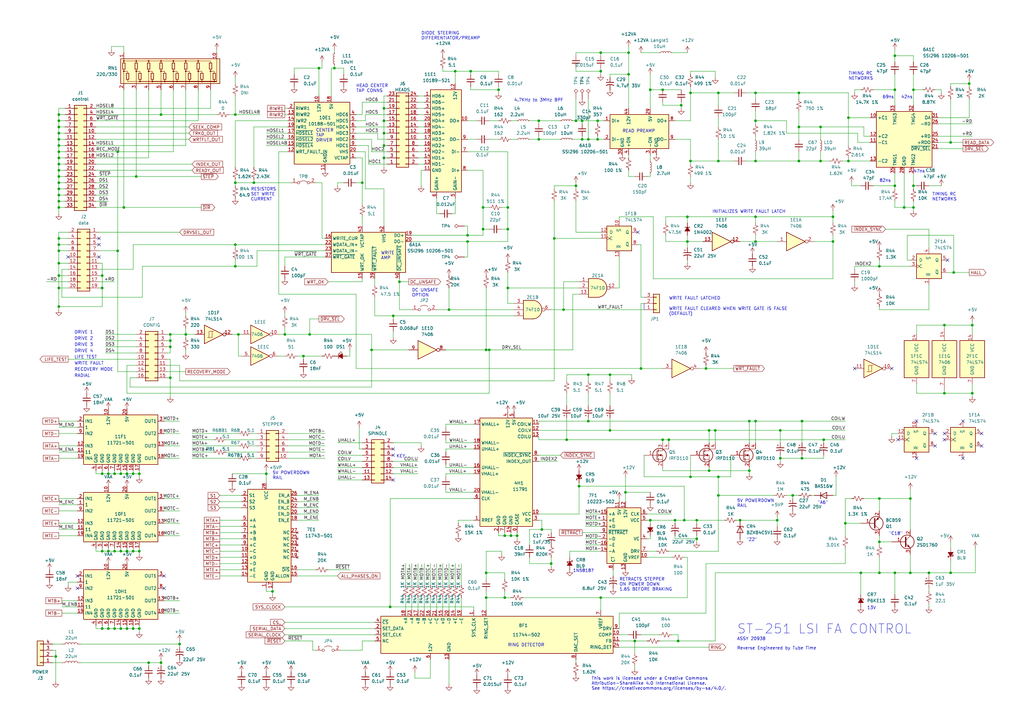
<source format=kicad_sch>
(kicad_sch (version 20230121) (generator eeschema)
  (paper "A3")
  (junction (at 24.13 74.93))
  (junction (at 283.21 66.04))
  (junction (at 96.52 46.99))
  (junction (at 157.48 44.45))
  (junction (at 367.03 76.2))
  (junction (at 41.91 194.31))
  (junction (at 73.66 264.16))
  (junction (at 283.21 38.1))
  (junction (at 96.52 100.33))
  (junction (at 336.55 66.04))
  (junction (at 397.51 34.29))
  (junction (at 24.13 57.15))
  (junction (at 157.48 59.69))
  (junction (at 238.76 57.15))
  (junction (at 341.63 88.9))
  (junction (at 24.13 62.23))
  (junction (at 245.11 49.53))
  (junction (at 320.04 176.53))
  (junction (at 281.94 88.9))
  (junction (at 24.13 46.99))
  (junction (at 204.47 36.83))
  (junction (at 294.64 38.1))
  (junction (at 209.55 219.71))
  (junction (at 285.75 220.98))
  (junction (at 148.59 74.93))
  (junction (at 389.89 234.95))
  (junction (at 360.68 222.25))
  (junction (at 163.83 115.57))
  (junction (at 222.25 217.17))
  (junction (at 374.65 85.09))
  (junction (at 69.85 139.7))
  (junction (at 49.53 226.06))
  (junction (at 236.22 49.53))
  (junction (at 157.48 64.77))
  (junction (at 161.29 129.54))
  (junction (at 241.3 172.72))
  (junction (at 294.64 195.58))
  (junction (at 200.66 143.51))
  (junction (at 232.41 180.34))
  (junction (at 307.34 172.72))
  (junction (at 220.98 57.15))
  (junction (at 48.26 62.23))
  (junction (at 360.68 234.95))
  (junction (at 318.77 213.36))
  (junction (at 96.52 109.22))
  (junction (at 266.7 36.83))
  (junction (at 279.4 43.18))
  (junction (at 207.01 245.11))
  (junction (at 24.13 118.11))
  (junction (at 309.88 38.1))
  (junction (at 160.02 248.92))
  (junction (at 328.93 172.72))
  (junction (at 353.06 234.95))
  (junction (at 391.16 111.76))
  (junction (at 236.22 76.2))
  (junction (at 309.88 66.04))
  (junction (at 212.09 219.71))
  (junction (at 250.19 153.67))
  (junction (at 157.48 49.53))
  (junction (at 367.03 22.86))
  (junction (at 398.78 133.35))
  (junction (at 381 234.95))
  (junction (at 260.35 262.89))
  (junction (at 220.98 49.53))
  (junction (at 57.15 194.31))
  (junction (at 44.45 194.31))
  (junction (at 199.39 245.11))
  (junction (at 52.07 226.06))
  (junction (at 256.54 201.93))
  (junction (at 41.91 113.03))
  (junction (at 208.28 85.09))
  (junction (at 24.13 54.61))
  (junction (at 327.66 66.04))
  (junction (at 127 137.16))
  (junction (at 290.83 193.04))
  (junction (at 60.96 271.78))
  (junction (at 24.13 49.53))
  (junction (at 294.64 203.2))
  (junction (at 52.07 194.31))
  (junction (at 46.99 226.06))
  (junction (at 309.88 49.53))
  (junction (at 24.13 64.77))
  (junction (at 347.98 48.26))
  (junction (at 241.3 153.67))
  (junction (at 55.88 72.39))
  (junction (at 387.35 133.35))
  (junction (at 257.81 30.48))
  (junction (at 238.76 49.53))
  (junction (at 49.53 194.31))
  (junction (at 367.03 36.83))
  (junction (at 246.38 29.21))
  (junction (at 398.78 161.29))
  (junction (at 278.13 262.89))
  (junction (at 360.68 204.47))
  (junction (at 24.13 67.31))
  (junction (at 389.89 58.42))
  (junction (at 281.94 99.06))
  (junction (at 199.39 143.51))
  (junction (at 96.52 74.93))
  (junction (at 360.68 109.22))
  (junction (at 280.67 213.36))
  (junction (at 24.13 80.01))
  (junction (at 24.13 69.85))
  (junction (at 226.06 231.14))
  (junction (at 341.63 99.06))
  (junction (at 54.61 257.81))
  (junction (at 46.99 257.81))
  (junction (at 49.53 257.81))
  (junction (at 130.81 27.94))
  (junction (at 208.28 93.98))
  (junction (at 157.48 54.61))
  (junction (at 250.19 176.53))
  (junction (at 257.81 21.59))
  (junction (at 373.38 234.95))
  (junction (at 336.55 52.07))
  (junction (at 24.13 59.69))
  (junction (at 367.03 234.95))
  (junction (at 152.4 143.51))
  (junction (at 24.13 52.07))
  (junction (at 137.16 27.94))
  (junction (at 198.12 85.09))
  (junction (at 307.34 193.04))
  (junction (at 97.79 137.16))
  (junction (at 41.91 118.11))
  (junction (at 41.91 257.81))
  (junction (at 184.15 127))
  (junction (at 347.98 66.04))
  (junction (at 276.86 213.36))
  (junction (at 274.32 180.34))
  (junction (at 294.64 66.04))
  (junction (at 309.88 88.9))
  (junction (at 69.85 137.16))
  (junction (at 370.84 85.09))
  (junction (at 57.15 257.81))
  (junction (at 24.13 82.55))
  (junction (at 346.71 214.63))
  (junction (at 328.93 187.96))
  (junction (at 50.8 85.09))
  (junction (at 69.85 142.24))
  (junction (at 24.13 100.33))
  (junction (at 111.76 242.57))
  (junction (at 44.45 226.06))
  (junction (at 374.65 76.2))
  (junction (at 24.13 102.87))
  (junction (at 325.12 203.2))
  (junction (at 24.13 77.47))
  (junction (at 293.37 176.53))
  (junction (at 104.14 74.93))
  (junction (at 116.84 137.16))
  (junction (at 320.04 187.96))
  (junction (at 199.39 234.95))
  (junction (at 231.14 127))
  (junction (at 285.75 213.36))
  (junction (at 24.13 113.03))
  (junction (at 198.12 93.98))
  (junction (at 283.21 195.58))
  (junction (at 24.13 85.09))
  (junction (at 66.04 271.78))
  (junction (at 246.38 245.11))
  (junction (at 262.89 151.13))
  (junction (at 387.35 161.29))
  (junction (at 374.65 36.83))
  (junction (at 207.01 219.71))
  (junction (at 309.88 172.72))
  (junction (at 44.45 257.81))
  (junction (at 327.66 38.1))
  (junction (at 124.46 146.05))
  (junction (at 373.38 204.47))
  (junction (at 266.7 213.36))
  (junction (at 191.77 99.06))
  (junction (at 227.33 97.79))
  (junction (at 327.66 52.07))
  (junction (at 48.26 102.87))
  (junction (at 337.82 180.34))
  (junction (at 303.53 213.36))
  (junction (at 237.49 199.39))
  (junction (at 24.13 72.39))
  (junction (at 208.28 118.11))
  (junction (at 241.3 57.15))
  (junction (at 289.56 151.13))
  (junction (at 193.04 29.21))
  (junction (at 271.78 36.83))
  (junction (at 24.13 107.95))
  (junction (at 109.22 194.31))
  (junction (at 66.04 46.99))
  (junction (at 52.07 257.81))
  (junction (at 41.91 226.06))
  (junction (at 271.78 180.34))
  (junction (at 246.38 21.59))
  (junction (at 22.86 269.24))
  (junction (at 24.13 125.73))
  (junction (at 46.99 194.31))
  (junction (at 54.61 194.31))
  (junction (at 186.69 29.21))
  (junction (at 245.11 57.15))
  (junction (at 54.61 226.06))
  (junction (at 76.2 137.16))
  (junction (at 290.83 176.53))
  (junction (at 57.15 226.06))
  (junction (at 24.13 97.79))
  (junction (at 69.85 154.94))
  (junction (at 191.77 96.52))
  (junction (at 309.88 99.06))
  (no_connect (at 383.54 177.8))
  (no_connect (at 40.64 97.79))
  (no_connect (at 383.54 182.88))
  (no_connect (at 365.76 151.13))
  (no_connect (at 375.92 187.96))
  (no_connect (at 375.92 172.72))
  (no_connect (at 394.97 187.96))
  (no_connect (at 31.75 236.22))
  (no_connect (at 387.35 177.8))
  (no_connect (at 161.29 184.15))
  (no_connect (at 27.94 105.41))
  (no_connect (at 388.62 106.68))
  (no_connect (at 368.3 180.34))
  (no_connect (at 67.31 236.22))
  (no_connect (at 67.31 241.3))
  (no_connect (at 161.29 196.85))
  (no_connect (at 40.64 105.41))
  (no_connect (at 161.29 186.69))
  (no_connect (at 261.62 95.25))
  (no_connect (at 402.59 177.8))
  (no_connect (at 31.75 241.3))
  (no_connect (at 387.35 180.34))
  (no_connect (at 350.52 151.13))
  (no_connect (at 40.64 100.33))
  (no_connect (at 402.59 182.88))
  (no_connect (at 394.97 172.72))
  (wire (pts (xy 246.38 223.52) (xy 240.03 223.52)))
  (wire (pts (xy 116.84 257.81) (xy 153.67 257.81)))
  (wire (pts (xy 24.13 97.79) (xy 24.13 100.33)))
  (wire (pts (xy 90.17 236.22) (xy 99.06 236.22)))
  (wire (pts (xy 96.52 109.22) (xy 105.41 109.22)))
  (wire (pts (xy 121.92 236.22) (xy 138.43 236.22)))
  (wire (pts (xy 53.34 154.94) (xy 53.34 158.75)))
  (wire (pts (xy 400.05 224.79) (xy 400.05 234.95)))
  (wire (pts (xy 54.61 194.31) (xy 57.15 194.31)))
  (wire (pts (xy 193.04 36.83) (xy 204.47 36.83)))
  (wire (pts (xy 116.84 137.16) (xy 127 137.16)))
  (wire (pts (xy 279.4 41.91) (xy 279.4 43.18)))
  (wire (pts (xy 173.99 245.11) (xy 173.99 250.19)))
  (wire (pts (xy 24.13 118.11) (xy 24.13 125.73)))
  (wire (pts (xy 207.01 237.49) (xy 207.01 234.95)))
  (wire (pts (xy 246.38 210.82) (xy 240.03 210.82)))
  (wire (pts (xy 90.17 223.52) (xy 99.06 223.52)))
  (wire (pts (xy 186.69 29.21) (xy 193.04 29.21)))
  (wire (pts (xy 349.25 74.93) (xy 349.25 76.2)))
  (wire (pts (xy 190.5 105.41) (xy 191.77 105.41)))
  (wire (pts (xy 254 204.47) (xy 254 205.74)))
  (wire (pts (xy 375.92 161.29) (xy 387.35 161.29)))
  (wire (pts (xy 236.22 21.59) (xy 246.38 21.59)))
  (wire (pts (xy 90.17 226.06) (xy 99.06 226.06)))
  (wire (pts (xy 78.74 185.42) (xy 87.63 185.42)))
  (wire (pts (xy 39.37 57.15) (xy 77.47 57.15)))
  (wire (pts (xy 149.86 49.53) (xy 149.86 46.99)))
  (wire (pts (xy 116.84 260.35) (xy 153.67 260.35)))
  (wire (pts (xy 43.18 144.78) (xy 55.88 144.78)))
  (wire (pts (xy 246.38 29.21) (xy 246.38 30.48)))
  (wire (pts (xy 217.17 49.53) (xy 220.98 49.53)))
  (wire (pts (xy 264.16 195.58) (xy 264.16 186.69)))
  (wire (pts (xy 41.91 257.81) (xy 44.45 257.81)))
  (wire (pts (xy 252.73 118.11) (xy 254 118.11)))
  (wire (pts (xy 104.14 68.58) (xy 104.14 52.07)))
  (wire (pts (xy 351.79 54.61) (xy 351.79 58.42)))
  (wire (pts (xy 241.3 40.64) (xy 241.3 57.15)))
  (wire (pts (xy 53.34 158.75) (xy 152.4 158.75)))
  (wire (pts (xy 138.43 191.77) (xy 148.59 191.77)))
  (wire (pts (xy 116.84 262.89) (xy 128.27 262.89)))
  (wire (pts (xy 254 118.11) (xy 254 105.41)))
  (wire (pts (xy 259.08 153.67) (xy 259.08 154.94)))
  (wire (pts (xy 24.13 46.99) (xy 24.13 49.53)))
  (wire (pts (xy 132.08 97.79) (xy 132.08 74.93)))
  (wire (pts (xy 157.48 54.61) (xy 157.48 59.69)))
  (wire (pts (xy 114.3 137.16) (xy 116.84 137.16)))
  (wire (pts (xy 303.53 213.36) (xy 318.77 213.36)))
  (wire (pts (xy 138.43 74.93) (xy 140.97 74.93)))
  (wire (pts (xy 151.13 67.31) (xy 158.75 67.31)))
  (wire (pts (xy 181.61 245.11) (xy 181.61 250.19)))
  (wire (pts (xy 350.52 110.49) (xy 350.52 109.22)))
  (wire (pts (xy 49.53 257.81) (xy 49.53 256.54)))
  (wire (pts (xy 90.17 231.14) (xy 99.06 231.14)))
  (wire (pts (xy 262.89 21.59) (xy 270.51 21.59)))
  (wire (pts (xy 241.3 171.45) (xy 241.3 172.72)))
  (wire (pts (xy 283.21 72.39) (xy 283.21 74.93)))
  (wire (pts (xy 24.13 177.8) (xy 31.75 177.8)))
  (wire (pts (xy 22.86 269.24) (xy 21.59 269.24)))
  (wire (pts (xy 161.29 181.61) (xy 172.72 181.61)))
  (wire (pts (xy 24.13 80.01) (xy 26.67 80.01)))
  (wire (pts (xy 158.75 49.53) (xy 157.48 49.53)))
  (wire (pts (xy 367.03 20.32) (xy 367.03 22.86)))
  (wire (pts (xy 52.07 226.06) (xy 52.07 224.79)))
  (wire (pts (xy 320.04 187.96) (xy 320.04 189.23)))
  (wire (pts (xy 190.5 92.71) (xy 191.77 92.71)))
  (wire (pts (xy 220.98 180.34) (xy 220.98 179.07)))
  (wire (pts (xy 31.75 238.76) (xy 27.94 238.76)))
  (wire (pts (xy 381 234.95) (xy 381 236.22)))
  (wire (pts (xy 391.16 111.76) (xy 397.51 111.76)))
  (wire (pts (xy 294.64 203.2) (xy 317.5 203.2)))
  (wire (pts (xy 171.45 231.14) (xy 171.45 240.03)))
  (wire (pts (xy 322.58 203.2) (xy 325.12 203.2)))
  (wire (pts (xy 24.13 118.11) (xy 27.94 118.11)))
  (wire (pts (xy 124.46 146.05) (xy 132.08 146.05)))
  (wire (pts (xy 367.03 234.95) (xy 360.68 234.95)))
  (wire (pts (xy 186.69 87.63) (xy 185.42 87.63)))
  (wire (pts (xy 149.86 77.47) (xy 157.48 77.47)))
  (wire (pts (xy 182.88 181.61) (xy 194.31 181.61)))
  (wire (pts (xy 341.63 88.9) (xy 341.63 91.44)))
  (wire (pts (xy 246.38 21.59) (xy 257.81 21.59)))
  (wire (pts (xy 299.72 186.69) (xy 299.72 195.58)))
  (wire (pts (xy 387.35 161.29) (xy 398.78 161.29)))
  (wire (pts (xy 257.81 19.05) (xy 257.81 21.59)))
  (wire (pts (xy 283.21 195.58) (xy 294.64 195.58)))
  (wire (pts (xy 154.94 54.61) (xy 154.94 57.15)))
  (wire (pts (xy 168.91 231.14) (xy 168.91 240.03)))
  (wire (pts (xy 24.13 49.53) (xy 24.13 52.07)))
  (wire (pts (xy 58.42 109.22) (xy 58.42 121.92)))
  (wire (pts (xy 238.76 49.53) (xy 245.11 49.53)))
  (wire (pts (xy 182.88 194.31) (xy 194.31 194.31)))
  (wire (pts (xy 134.62 115.57) (xy 148.59 115.57)))
  (wire (pts (xy 293.37 176.53) (xy 293.37 181.61)))
  (wire (pts (xy 360.68 109.22) (xy 373.38 109.22)))
  (wire (pts (xy 129.54 266.7) (xy 128.27 266.7)))
  (wire (pts (xy 54.61 110.49) (xy 54.61 100.33)))
  (wire (pts (xy 367.03 36.83) (xy 367.03 43.18)))
  (wire (pts (xy 273.05 96.52) (xy 273.05 99.06)))
  (wire (pts (xy 294.64 66.04) (xy 300.99 66.04)))
  (wire (pts (xy 95.25 194.31) (xy 109.22 194.31)))
  (wire (pts (xy 24.13 102.87) (xy 27.94 102.87)))
  (wire (pts (xy 293.37 234.95) (xy 353.06 234.95)))
  (wire (pts (xy 358.14 36.83) (xy 367.03 36.83)))
  (wire (pts (xy 198.12 85.09) (xy 198.12 93.98)))
  (wire (pts (xy 309.88 172.72) (xy 309.88 181.61)))
  (wire (pts (xy 387.35 161.29) (xy 387.35 160.02)))
  (wire (pts (xy 24.13 102.87) (xy 24.13 107.95)))
  (wire (pts (xy 374.65 76.2) (xy 375.92 76.2)))
  (wire (pts (xy 208.28 124.46) (xy 208.28 118.11)))
  (wire (pts (xy 256.54 201.93) (xy 266.7 201.93)))
  (wire (pts (xy 138.43 181.61) (xy 148.59 181.61)))
  (wire (pts (xy 210.82 124.46) (xy 208.28 124.46)))
  (wire (pts (xy 46.99 226.06) (xy 49.53 226.06)))
  (wire (pts (xy 92.71 185.42) (xy 105.41 185.42)))
  (wire (pts (xy 90.17 218.44) (xy 99.06 218.44)))
  (wire (pts (xy 24.13 69.85) (xy 26.67 69.85)))
  (wire (pts (xy 76.2 137.16) (xy 80.01 137.16)))
  (wire (pts (xy 148.59 46.99) (xy 148.59 41.91)))
  (wire (pts (xy 24.13 74.93) (xy 26.67 74.93)))
  (wire (pts (xy 73.66 264.16) (xy 73.66 265.43)))
  (wire (pts (xy 237.49 199.39) (xy 280.67 199.39)))
  (wire (pts (xy 24.13 182.88) (xy 31.75 182.88)))
  (wire (pts (xy 397.51 33.02) (xy 397.51 34.29)))
  (wire (pts (xy 179.07 81.28) (xy 179.07 87.63)))
  (wire (pts (xy 146.05 52.07) (xy 158.75 52.07)))
  (wire (pts (xy 212.09 219.71) (xy 212.09 218.44)))
  (wire (pts (xy 367.03 30.48) (xy 367.03 36.83)))
  (wire (pts (xy 332.74 203.2) (xy 334.01 203.2)))
  (wire (pts (xy 52.07 257.81) (xy 54.61 257.81)))
  (wire (pts (xy 49.53 226.06) (xy 49.53 224.79)))
  (wire (pts (xy 148.59 262.89) (xy 148.59 266.7)))
  (wire (pts (xy 285.75 220.98) (xy 276.86 220.98)))
  (wire (pts (xy 381 234.95) (xy 389.89 234.95)))
  (wire (pts (xy 184.15 270.51) (xy 184.15 280.67)))
  (wire (pts (xy 389.89 58.42) (xy 394.97 58.42)))
  (wire (pts (xy 171.45 64.77) (xy 173.99 64.77)))
  (wire (pts (xy 171.45 59.69) (xy 173.99 59.69)))
  (wire (pts (xy 360.68 127) (xy 360.68 125.73)))
  (wire (pts (xy 349.25 76.2) (xy 353.06 76.2)))
  (wire (pts (xy 372.11 106.68) (xy 372.11 96.52)))
  (wire (pts (xy 198.12 93.98) (xy 198.12 96.52)))
  (wire (pts (xy 116.84 105.41) (xy 133.35 105.41)))
  (wire (pts (xy 398.78 133.35) (xy 398.78 137.16)))
  (wire (pts (xy 384.81 55.88) (xy 398.78 55.88)))
  (wire (pts (xy 191.77 62.23) (xy 208.28 62.23)))
  (wire (pts (xy 49.53 257.81) (xy 52.07 257.81)))
  (wire (pts (xy 246.38 27.94) (xy 246.38 29.21)))
  (wire (pts (xy 283.21 35.56) (xy 283.21 38.1)))
  (wire (pts (xy 246.38 245.11) (xy 281.94 245.11)))
  (wire (pts (xy 236.22 95.25) (xy 246.38 95.25)))
  (wire (pts (xy 238.76 57.15) (xy 241.3 57.15)))
  (wire (pts (xy 386.08 36.83) (xy 386.08 38.1)))
  (wire (pts (xy 265.43 228.6) (xy 275.59 228.6)))
  (wire (pts (xy 374.65 85.09) (xy 374.65 82.55)))
  (wire (pts (xy 182.88 190.5) (xy 182.88 191.77)))
  (wire (pts (xy 245.11 49.53) (xy 245.11 50.8)))
  (wire (pts (xy 25.4 110.49) (xy 27.94 110.49)))
  (wire (pts (xy 179.07 87.63) (xy 180.34 87.63)))
  (wire (pts (xy 135.89 39.37) (xy 135.89 27.94)))
  (wire (pts (xy 374.65 86.36) (xy 374.65 85.09)))
  (wire (pts (xy 250.19 176.53) (xy 290.83 176.53)))
  (wire (pts (xy 222.25 213.36) (xy 222.25 217.17)))
  (wire (pts (xy 375.92 157.48) (xy 375.92 161.29)))
  (wire (pts (xy 181.61 27.94) (xy 181.61 29.21)))
  (wire (pts (xy 57.15 226.06) (xy 57.15 224.79)))
  (wire (pts (xy 146.05 120.65) (xy 146.05 151.13)))
  (wire (pts (xy 41.91 113.03) (xy 41.91 118.11)))
  (wire (pts (xy 231.14 127) (xy 264.16 127)))
  (wire (pts (xy 24.13 74.93) (xy 24.13 77.47)))
  (wire (pts (xy 24.13 52.07) (xy 24.13 54.61)))
  (wire (pts (xy 273.05 88.9) (xy 281.94 88.9)))
  (wire (pts (xy 33.02 271.78) (xy 60.96 271.78)))
  (wire (pts (xy 54.61 100.33) (xy 96.52 100.33)))
  (wire (pts (xy 121.92 205.74) (xy 130.81 205.74)))
  (wire (pts (xy 22.86 269.24) (xy 22.86 279.4)))
  (wire (pts (xy 274.32 226.06) (xy 294.64 226.06)))
  (wire (pts (xy 354.33 55.88) (xy 356.87 55.88)))
  (wire (pts (xy 52.07 161.29) (xy 200.66 161.29)))
  (wire (pts (xy 118.11 62.23) (xy 114.3 62.23)))
  (wire (pts (xy 309.88 172.72) (xy 328.93 172.72)))
  (wire (pts (xy 274.32 180.34) (xy 337.82 180.34)))
  (wire (pts (xy 96.52 73.66) (xy 96.52 74.93)))
  (wire (pts (xy 220.98 49.53) (xy 229.87 49.53)))
  (wire (pts (xy 279.4 43.18) (xy 271.78 43.18)))
  (wire (pts (xy 222.25 217.17) (xy 217.17 217.17)))
  (wire (pts (xy 90.17 213.36) (xy 99.06 213.36)))
  (wire (pts (xy 360.68 228.6) (xy 360.68 234.95)))
  (wire (pts (xy 67.31 214.63) (xy 73.66 214.63)))
  (wire (pts (xy 193.04 29.21) (xy 193.04 30.48)))
  (wire (pts (xy 389.89 34.29) (xy 397.51 34.29)))
  (wire (pts (xy 149.86 46.99) (xy 158.75 46.99)))
  (wire (pts (xy 76.2 128.27) (xy 76.2 129.54)))
  (wire (pts (xy 55.88 152.4) (xy 48.26 152.4)))
  (wire (pts (xy 43.18 137.16) (xy 55.88 137.16)))
  (wire (pts (xy 184.15 231.14) (xy 184.15 240.03)))
  (wire (pts (xy 24.13 175.26) (xy 31.75 175.26)))
  (wire (pts (xy 24.13 85.09) (xy 26.67 85.09)))
  (wire (pts (xy 241.3 153.67) (xy 232.41 153.67)))
  (wire (pts (xy 179.07 231.14) (xy 179.07 240.03)))
  (wire (pts (xy 46.99 257.81) (xy 46.99 256.54)))
  (wire (pts (xy 152.4 143.51) (xy 167.64 143.51)))
  (wire (pts (xy 39.37 257.81) (xy 41.91 257.81)))
  (wire (pts (xy 168.91 245.11) (xy 168.91 250.19)))
  (wire (pts (xy 157.48 64.77) (xy 157.48 68.58)))
  (wire (pts (xy 226.06 228.6) (xy 226.06 231.14)))
  (wire (pts (xy 24.13 100.33) (xy 24.13 102.87)))
  (wire (pts (xy 375.92 137.16) (xy 375.92 133.35)))
  (wire (pts (xy 205.74 85.09) (xy 208.28 85.09)))
  (wire (pts (xy 24.13 85.09) (xy 24.13 87.63)))
  (wire (pts (xy 205.74 93.98) (xy 208.28 93.98)))
  (wire (pts (xy 374.65 30.48) (xy 374.65 36.83)))
  (wire (pts (xy 260.35 262.89) (xy 260.35 267.97)))
  (wire (pts (xy 153.67 121.92) (xy 153.67 129.54)))
  (wire (pts (xy 39.37 72.39) (xy 55.88 72.39)))
  (wire (pts (xy 199.39 118.11) (xy 199.39 143.51)))
  (wire (pts (xy 52.07 161.29) (xy 52.07 149.86)))
  (wire (pts (xy 24.13 64.77) (xy 24.13 67.31)))
  (wire (pts (xy 182.88 201.93) (xy 194.31 201.93)))
  (wire (pts (xy 309.88 49.53) (xy 309.88 50.8)))
  (wire (pts (xy 346.71 214.63) (xy 346.71 219.71)))
  (wire (pts (xy 24.13 172.72) (xy 31.75 172.72)))
  (wire (pts (xy 234.95 57.15) (xy 238.76 57.15)))
  (wire (pts (xy 24.13 125.73) (xy 24.13 127)))
  (wire (pts (xy 137.16 20.32) (xy 137.16 21.59)))
  (wire (pts (xy 240.03 213.36) (xy 246.38 213.36)))
  (wire (pts (xy 306.07 38.1) (xy 309.88 38.1)))
  (wire (pts (xy 24.13 67.31) (xy 26.67 67.31)))
  (wire (pts (xy 276.86 213.36) (xy 280.67 213.36)))
  (wire (pts (xy 182.88 200.66) (xy 182.88 201.93)))
  (wire (pts (xy 240.03 215.9) (xy 246.38 215.9)))
  (wire (pts (xy 294.64 48.26) (xy 294.64 52.07)))
  (wire (pts (xy 234.95 49.53) (xy 236.22 49.53)))
  (wire (pts (xy 337.82 180.34) (xy 337.82 181.61)))
  (wire (pts (xy 92.71 180.34) (xy 105.41 180.34)))
  (wire (pts (xy 232.41 180.34) (xy 271.78 180.34)))
  (wire (pts (xy 24.13 217.17) (xy 31.75 217.17)))
  (wire (pts (xy 189.23 245.11) (xy 189.23 250.19)))
  (wire (pts (xy 128.27 266.7) (xy 128.27 262.89)))
  (wire (pts (xy 109.22 242.57) (xy 111.76 242.57)))
  (wire (pts (xy 306.07 66.04) (xy 309.88 66.04)))
  (wire (pts (xy 171.45 67.31) (xy 173.99 67.31)))
  (wire (pts (xy 220.98 210.82) (xy 237.49 210.82)))
  (wire (pts (xy 129.54 74.93) (xy 132.08 74.93)))
  (wire (pts (xy 161.29 191.77) (xy 171.45 191.77)))
  (wire (pts (xy 327.66 52.07) (xy 327.66 57.15)))
  (wire (pts (xy 96.52 68.58) (xy 96.52 49.53)))
  (wire (pts (xy 27.94 238.76) (xy 27.94 240.03)))
  (wire (pts (xy 307.34 172.72) (xy 309.88 172.72)))
  (wire (pts (xy 265.43 220.98) (xy 266.7 220.98)))
  (wire (pts (xy 236.22 270.51) (xy 236.22 271.78)))
  (wire (pts (xy 341.63 203.2) (xy 342.9 203.2)))
  (wire (pts (xy 231.14 115.57) (xy 237.49 115.57)))
  (wire (pts (xy 158.75 39.37) (xy 157.48 39.37)))
  (wire (pts (xy 118.11 182.88) (xy 133.35 182.88)))
  (wire (pts (xy 347.98 48.26) (xy 347.98 38.1)))
  (wire (pts (xy 191.77 49.53) (xy 195.58 49.53)))
  (wire (pts (xy 208.28 111.76) (xy 208.28 118.11)))
  (wire (pts (xy 157.48 64.77) (xy 157.48 59.69)))
  (wire (pts (xy 39.37 194.31) (xy 41.91 194.31)))
  (wire (pts (xy 118.11 180.34) (xy 133.35 180.34)))
  (wire (pts (xy 374.65 36.83) (xy 378.46 36.83)))
  (wire (pts (xy 148.59 88.9) (xy 148.59 92.71)))
  (wire (pts (xy 204.47 218.44) (xy 204.47 219.71)))
  (wire (pts (xy 40.64 102.87) (xy 48.26 102.87)))
  (wire (pts (xy 116.84 248.92) (xy 160.02 248.92)))
  (wire (pts (xy 199.39 226.06) (xy 199.39 234.95)))
  (wire (pts (xy 67.31 177.8) (xy 73.66 177.8)))
  (wire (pts (xy 24.13 52.07) (xy 26.67 52.07)))
  (wire (pts (xy 265.43 213.36) (xy 266.7 213.36)))
  (wire (pts (xy 95.25 137.16) (xy 97.79 137.16)))
  (wire (pts (xy 71.12 62.23) (xy 71.12 36.83)))
  (wire (pts (xy 90.17 220.98) (xy 99.06 220.98)))
  (wire (pts (xy 24.13 97.79) (xy 27.94 97.79)))
  (wire (pts (xy 96.52 46.99) (xy 106.68 46.99)))
  (wire (pts (xy 309.88 88.9) (xy 309.88 91.44)))
  (wire (pts (xy 69.85 139.7) (xy 69.85 142.24)))
  (wire (pts (xy 135.89 27.94) (xy 137.16 27.94)))
  (wire (pts (xy 171.45 52.07) (xy 173.99 52.07)))
  (wire (pts (xy 265.43 72.39) (xy 266.7 72.39)))
  (wire (pts (xy 241.3 57.15) (xy 245.11 57.15)))
  (wire (pts (xy 191.77 57.15) (xy 195.58 57.15)))
  (wire (pts (xy 157.48 44.45) (xy 157.48 49.53)))
  (wire (pts (xy 24.13 62.23) (xy 26.67 62.23)))
  (wire (pts (xy 281.94 99.06) (xy 281.94 101.6)))
  (polyline (pts (xy 264.16 124.46) (xy 264.16 127)))
  (wire (pts (xy 187.96 213.36) (xy 194.31 213.36)))
  (wire (pts (xy 148.59 64.77) (xy 148.59 74.93)))
  (wire (pts (xy 69.85 137.16) (xy 69.85 139.7)))
  (wire (pts (xy 250.19 31.75) (xy 250.19 30.48)))
  (wire (pts (xy 148.59 74.93) (xy 148.59 83.82)))
  (wire (pts (xy 367.03 71.12) (xy 367.03 76.2)))
  (wire (pts (xy 204.47 35.56) (xy 204.47 36.83)))
  (wire (pts (xy 114.3 120.65) (xy 146.05 120.65)))
  (wire (pts (xy 96.52 39.37) (xy 96.52 46.99)))
  (wire (pts (xy 276.86 49.53) (xy 283.21 49.53)))
  (wire (pts (xy 293.37 29.21) (xy 283.21 29.21)))
  (wire (pts (xy 273.05 99.06) (xy 281.94 99.06)))
  (wire (pts (xy 24.13 82.55) (xy 26.67 82.55)))
  (wire (pts (xy 342.9 195.58) (xy 342.9 203.2)))
  (wire (pts (xy 161.29 194.31) (xy 171.45 194.31)))
  (wire (pts (xy 285.75 219.71) (xy 285.75 220.98)))
  (wire (pts (xy 233.68 226.06) (xy 246.38 226.06)))
  (wire (pts (xy 256.54 201.93) (xy 256.54 205.74)))
  (wire (pts (xy 398.78 161.29) (xy 398.78 162.56)))
  (wire (pts (xy 118.11 187.96) (xy 133.35 187.96)))
  (wire (pts (xy 57.15 194.31) (xy 57.15 193.04)))
  (wire (pts (xy 214.63 245.11) (xy 246.38 245.11)))
  (wire (pts (xy 130.81 27.94) (xy 130.81 39.37)))
  (wire (pts (xy 111.76 242.57) (xy 111.76 243.84)))
  (wire (pts (xy 24.13 107.95) (xy 27.94 107.95)))
  (wire (pts (xy 41.91 226.06) (xy 44.45 226.06)))
  (wire (pts (xy 271.78 43.18) (xy 271.78 41.91)))
  (wire (pts (xy 121.92 233.68) (xy 129.54 233.68)))
  (wire (pts (xy 170.18 278.13) (xy 176.53 278.13)))
  (wire (pts (xy 320.04 186.69) (xy 320.04 187.96)))
  (wire (pts (xy 179.07 127) (xy 184.15 127)))
  (wire (pts (xy 39.37 80.01) (xy 44.45 80.01)))
  (wire (pts (xy 166.37 231.14) (xy 166.37 240.03)))
  (wire (pts (xy 200.66 49.53) (xy 204.47 49.53)))
  (wire (pts (xy 146.05 57.15) (xy 152.4 57.15)))
  (wire (pts (xy 365.76 177.8) (xy 365.76 179.07)))
  (wire (pts (xy 45.72 20.32) (xy 45.72 19.05)))
  (wire (pts (xy 86.36 44.45) (xy 86.36 36.83)))
  (wire (pts (xy 254 251.46) (xy 254 257.81)))
  (wire (pts (xy 346.71 214.63) (xy 346.71 204.47)))
  (wire (pts (xy 266.7 213.36) (xy 266.7 214.63)))
  (wire (pts (xy 241.3 161.29) (xy 241.3 166.37)))
  (wire (pts (xy 24.13 62.23) (xy 24.13 64.77)))
  (wire (pts (xy 44.45 194.31) (xy 44.45 193.04)))
  (wire (pts (xy 245.11 55.88) (xy 245.11 57.15)))
  (wire (pts (xy 170.18 275.59) (xy 170.18 278.13)))
  (wire (pts (xy 191.77 99.06) (xy 208.28 99.06)))
  (wire (pts (xy 24.13 57.15) (xy 24.13 59.69)))
  (wire (pts (xy 24.13 77.47) (xy 24.13 80.01)))
  (wire (pts (xy 96.52 100.33) (xy 96.52 101.6)))
  (wire (pts (xy 217.17 217.17) (xy 217.17 223.52)))
  (wire (pts (xy 327.66 66.04) (xy 336.55 66.04)))
  (wire (pts (xy 281.94 88.9) (xy 281.94 91.44)))
  (wire (pts (xy 232.41 161.29) (xy 232.41 166.37)))
  (wire (pts (xy 39.37 67.31) (xy 78.74 67.31)))
  (wire (pts (xy 350.52 109.22) (xy 360.68 109.22)))
  (wire (pts (xy 289.56 151.13) (xy 300.99 151.13)))
  (wire (pts (xy 176.53 245.11) (xy 176.53 250.19)))
  (wire (pts (xy 76.2 134.62) (xy 76.2 137.16)))
  (wire (pts (xy 236.22 74.93) (xy 236.22 76.2)))
  (wire (pts (xy 69.85 144.78) (xy 68.58 144.78)))
  (wire (pts (xy 69.85 137.16) (xy 68.58 137.16)))
  (wire (pts (xy 227.33 76.2) (xy 236.22 76.2)))
  (wire (pts (xy 245.11 49.53) (xy 247.65 49.53)))
  (wire (pts (xy 246.38 21.59) (xy 246.38 22.86)))
  (wire (pts (xy 179.07 245.11) (xy 179.07 250.19)))
  (wire (pts (xy 39.37 52.07) (xy 77.47 52.07)))
  (wire (pts (xy 161.29 135.89) (xy 161.29 138.43)))
  (wire (pts (xy 227.33 77.47) (xy 227.33 76.2)))
  (wire (pts (xy 289.56 149.86) (xy 289.56 151.13)))
  (wire (pts (xy 24.13 59.69) (xy 26.67 59.69)))
  (wire (pts (xy 90.17 215.9) (xy 99.06 215.9)))
  (wire (pts (xy 257.81 69.85) (xy 257.81 72.39)))
  (wire (pts (xy 273.05 91.44) (xy 273.05 88.9)))
  (wire (pts (xy 67.31 246.38) (xy 73.66 246.38)))
  (wire (pts (xy 24.13 69.85) (xy 24.13 72.39)))
  (wire (pts (xy 372.11 96.52) (xy 391.16 96.52)))
  (wire (pts (xy 39.37 44.45) (xy 86.36 44.45)))
  (wire (pts (xy 220.98 172.72) (xy 220.98 173.99)))
  (wire (pts (xy 254 88.9) (xy 267.97 88.9)))
  (wire (pts (xy 347.98 64.77) (xy 347.98 66.04)))
  (wire (pts (xy 166.37 245.11) (xy 166.37 250.19)))
  (wire (pts (xy 232.41 171.45) (xy 232.41 180.34)))
  (wire (pts (xy 78.74 177.8) (xy 97.79 177.8)))
  (wire (pts (xy 281.94 106.68) (xy 281.94 107.95)))
  (wire (pts (xy 309.88 49.53) (xy 322.58 49.53)))
  (wire (pts (xy 389.89 40.64) (xy 389.89 58.42)))
  (wire (pts (xy 184.15 245.11) (xy 184.15 250.19)))
  (wire (pts (xy 44.45 226.06) (xy 46.99 226.06)))
  (wire (pts (xy 163.83 115.57) (xy 167.64 115.57)))
  (wire (pts (xy 191.77 69.85) (xy 198.12 69.85)))
  (wire (pts (xy 120.65 27.94) (xy 130.81 27.94)))
  (wire (pts (xy 200.66 93.98) (xy 198.12 93.98)))
  (wire (pts (xy 368.3 177.8) (xy 365.76 177.8)))
  (wire (pts (xy 69.85 137.16) (xy 76.2 137.16)))
  (wire (pts (xy 354.33 204.47) (xy 360.68 204.47)))
  (wire (pts (xy 146.05 54.61) (xy 154.94 54.61)))
  (wire (pts (xy 199.39 242.57) (xy 199.39 245.11)))
  (wire (pts (xy 217.17 57.15) (xy 220.98 57.15)))
  (wire (pts (xy 97.79 137.16) (xy 99.06 137.16)))
  (wire (pts (xy 264.16 124.46) (xy 262.89 124.46)))
  (wire (pts (xy 186.69 81.28) (xy 186.69 87.63)))
  (wire (pts (xy 387.35 133.35) (xy 387.35 134.62)))
  (wire (pts (xy 217.17 228.6) (xy 217.17 231.14)))
  (wire (pts (xy 309.88 88.9) (xy 341.63 88.9)))
  (wire (pts (xy 320.04 176.53) (xy 320.04 181.61)))
  (wire (pts (xy 41.91 194.31) (xy 41.91 193.04)))
  (wire (pts (xy 345.44 66.04) (xy 347.98 66.04)))
  (wire (pts (xy 193.04 29.21) (xy 204.47 29.21)))
  (wire (pts (xy 294.64 195.58) (xy 299.72 195.58)))
  (wire (pts (xy 254 251.46) (xy 289.56 251.46)))
  (wire (pts (xy 191.77 99.06) (xy 191.77 105.41)))
  (wire (pts (xy 289.56 231.14) (xy 346.71 231.14)))
  (wire (pts (xy 375.92 133.35) (xy 387.35 133.35)))
  (wire (pts (xy 270.51 262.89) (xy 278.13 262.89)))
  (wire (pts (xy 46.99 194.31) (xy 46.99 193.04)))
  (wire (pts (xy 279.4 43.18) (xy 279.4 44.45)))
  (wire (pts (xy 148.59 64.77) (xy 146.05 64.77)))
  (wire (pts (xy 233.68 228.6) (xy 233.68 226.06)))
  (wire (pts (xy 161.29 129.54) (xy 210.82 129.54)))
  (wire (pts (xy 41.91 226.06) (xy 41.91 224.79)))
  (wire (pts (xy 184.15 118.11) (xy 184.15 127)))
  (wire (pts (xy 389.89 229.87) (xy 389.89 234.95)))
  (wire (pts (xy 148.59 266.7) (xy 139.7 266.7)))
  (wire (pts (xy 104.14 73.66) (xy 104.14 74.93)))
  (wire (pts (xy 44.45 257.81) (xy 44.45 256.54)))
  (wire (pts (xy 207.01 218.44) (xy 207.01 219.71)))
  (wire (pts (xy 283.21 66.04) (xy 294.64 66.04)))
  (wire (pts (xy 293.37 31.75) (xy 293.37 29.21)))
  (wire (pts (xy 309.88 66.04) (xy 327.66 66.04)))
  (wire (pts (xy 24.13 44.45) (xy 26.67 44.45)))
  (wire (pts (xy 227.33 97.79) (xy 246.38 97.79)))
  (wire (pts (xy 52.07 194.31) (xy 54.61 194.31)))
  (wire (pts (xy 205.74 227.33) (xy 205.74 226.06)))
  (wire (pts (xy 271.78 180.34) (xy 274.32 180.34)))
  (wire (pts (xy 266.7 36.83) (xy 266.7 44.45)))
  (wire (pts (xy 158.75 54.61) (xy 157.48 54.61)))
  (wire (pts (xy 275.59 210.82) (xy 265.43 210.82)))
  (wire (pts (xy 283.21 38.1) (xy 294.64 38.1)))
  (wire (pts (xy 346.71 224.79) (xy 346.71 231.14)))
  (wire (pts (xy 238.76 218.44) (xy 246.38 218.44)))
  (wire (pts (xy 283.21 38.1) (xy 283.21 49.53)))
  (wire (pts (xy 41.91 107.95) (xy 41.91 113.03)))
  (wire (pts (xy 303.53 99.06) (xy 309.88 99.06)))
  (wire (pts (xy 184.15 127) (xy 210.82 127)))
  (wire (pts (xy 336.55 66.04) (xy 340.36 66.04)))
  (wire (pts (xy 160.02 248.92) (xy 160.02 204.47)))
  (wire (pts (xy 24.13 72.39) (xy 24.13 74.93)))
  (wire (pts (xy 370.84 71.12) (xy 370.84 85.09)))
  (wire (pts (xy 41.91 118.11) (xy 41.91 125.73)))
  (wire (pts (xy 290.83 176.53) (xy 293.37 176.53)))
  (wire (pts (xy 44.45 257.81) (xy 46.99 257.81)))
  (wire (pts (xy 307.34 193.04) (xy 307.34 194.31)))
  (wire (pts (xy 293.37 262.89) (xy 293.37 234.95)))
  (wire (pts (xy 271.78 193.04) (xy 271.78 191.77)))
  (wire (pts (xy 22.86 266.7) (xy 22.86 269.24)))
  (wire (pts (xy 44.45 226.06) (xy 44.45 224.79)))
  (wire (pts (xy 254 265.43) (xy 290.83 265.43)))
  (wire (pts (xy 146.05 62.23) (xy 149.86 62.23)))
  (wire (pts (xy 24.13 49.53) (xy 26.67 49.53)))
  (wire (pts (xy 40.64 113.03) (xy 41.91 113.03)))
  (wire (pts (xy 276.86 220.98) (xy 276.86 219.71)))
  (wire (pts (xy 285.75 220.98) (xy 285.75 222.25)))
  (wire (pts (xy 346.71 214.63) (xy 353.06 214.63)))
  (wire (pts (xy 351.79 58.42) (xy 356.87 58.42)))
  (wire (pts (xy 68.58 154.94) (xy 69.85 154.94)))
  (wire (pts (xy 341.63 96.52) (xy 341.63 99.06)))
  (wire (pts (xy 320.04 187.96) (xy 328.93 187.96)))
  (wire (pts (xy 207.01 219.71) (xy 209.55 219.71)))
  (wire (pts (xy 374.65 85.09) (xy 370.84 85.09)))
  (wire (pts (xy 73.66 156.21) (xy 227.33 156.21)))
  (wire (pts (xy 161.29 129.54) (xy 161.29 130.81)))
  (wire (pts (xy 265.43 226.06) (xy 269.24 226.06)))
  (wire (pts (xy 132.08 97.79) (xy 133.35 97.79)))
  (wire (pts (xy 220.98 50.8) (xy 220.98 49.53)))
  (wire (pts (xy 254 262.89) (xy 260.35 262.89)))
  (wire (pts (xy 220.98 213.36) (xy 222.25 213.36)))
  (wire (pts (xy 39.37 46.99) (xy 66.04 46.99)))
  (wire (pts (xy 220.98 180.34) (xy 232.41 180.34)))
  (wire (pts (xy 160.02 248.92) (xy 194.31 248.92)))
  (wire (pts (xy 45.72 19.05) (xy 50.8 19.05)))
  (wire (pts (xy 208.28 93.98) (xy 208.28 99.06)))
  (wire (pts (xy 209.55 219.71) (xy 212.09 219.71)))
  (wire (pts (xy 21.59 264.16) (xy 25.4 264.16)))
  (wire (pts (xy 116.84 46.99) (xy 118.11 46.99)))
  (wire (pts (xy 41.91 194.31) (xy 44.45 194.31)))
  (wire (pts (xy 161.29 129.54) (xy 153.67 129.54)))
  (wire (pts (xy 24.13 54.61) (xy 24.13 57.15)))
  (wire (pts (xy 238.76 55.88) (xy 238.76 57.15)))
  (wire (pts (xy 114.3 62.23) (xy 114.3 120.65)))
  (wire (pts (xy 67.31 187.96) (xy 73.66 187.96)))
  (wire (pts (xy 104.14 52.07) (xy 118.11 52.07)))
  (wire (pts (xy 40.64 107.95) (xy 41.91 107.95)))
  (wire (pts (xy 234.95 143.51) (xy 234.95 120.65)))
  (wire (pts (xy 73.66 262.89) (xy 73.66 264.16)))
  (wire (pts (xy 76.2 137.16) (xy 76.2 138.43)))
  (wire (pts (xy 102.87 177.8) (xy 105.41 177.8)))
  (wire (pts (xy 250.19 171.45) (xy 250.19 176.53)))
  (wire (pts (xy 341.63 114.3) (xy 341.63 99.06)))
  (wire (pts (xy 285.75 213.36) (xy 297.18 213.36)))
  (wire (pts (xy 104.14 74.93) (xy 119.38 74.93)))
  (wire (pts (xy 39.37 54.61) (xy 77.47 54.61)))
  (wire (pts (xy 152.4 143.51) (xy 152.4 158.75)))
  (wire (pts (xy 328.93 187.96) (xy 337.82 187.96)))
  (wire (pts (xy 147.32 184.15) (xy 148.59 184.15)))
  (wire (pts (xy 146.05 151.13) (xy 262.89 151.13)))
  (wire (pts (xy 171.45 62.23) (xy 173.99 62.23)))
  (wire (pts (xy 69.85 147.32) (xy 69.85 154.94)))
  (wire (pts (xy 367.03 76.2) (xy 367.03 77.47)))
  (wire (pts (xy 138.43 76.2) (xy 138.43 74.93)))
  (wire (pts (xy 40.64 95.25) (xy 73.66 95.25)))
  (wire (pts (xy 381 241.3) (xy 381 242.57)))
  (wire (pts (xy 391.16 111.76) (xy 388.62 111.76)))
  (wire (pts (xy 360.68 219.71) (xy 360.68 222.25)))
  (wire (pts (xy 171.45 41.91) (xy 173.99 41.91)))
  (wire (pts (xy 327.66 40.64) (xy 327.66 38.1)))
  (wire (pts (xy 172.72 181.61) (xy 172.72 182.88)))
  (wire (pts (xy 262.89 100.33) (xy 261.62 100.33)))
  (wire (pts (xy 76.2 59.69) (xy 76.2 36.83)))
  (wire (pts (xy 109.22 54.61) (xy 118.11 54.61)))
  (wire (pts (xy 109.22 59.69) (xy 118.11 59.69)))
  (wire (pts (xy 328.93 181.61) (xy 328.93 172.72)))
  (wire (pts (xy 33.02 264.16) (xy 73.66 264.16)))
  (wire (pts (xy 400.05 234.95) (xy 389.89 234.95)))
  (wire (pts (xy 134.62 233.68) (xy 143.51 233.68)))
  (wire (pts (xy 27.94 95.25) (xy 24.13 95.25)))
  (wire (pts (xy 39.37 62.23) (xy 48.26 62.23)))
  (wire (pts (xy 309.88 38.1) (xy 309.88 40.64)))
  (wire (pts (xy 146.05 59.69) (xy 151.13 59.69)))
  (wire (pts (xy 336.55 52.07) (xy 336.55 57.15)))
  (wire (pts (xy 227.33 156.21) (xy 227.33 97.79)))
  (wire (pts (xy 207.01 242.57) (xy 207.01 245.11)))
  (wire (pts (xy 148.59 41.91) (xy 158.75 41.91)))
  (wire (pts (xy 220.98 57.15) (xy 229.87 57.15)))
  (wire (pts (xy 140.97 27.94) (xy 140.97 30.48)))
  (wire (pts (xy 220.98 189.23) (xy 228.6 189.23)))
  (wire (pts (xy 281.94 96.52) (xy 281.94 99.06)))
  (wire (pts (xy 49.53 194.31) (xy 49.53 193.04)))
  (wire (pts (xy 39.37 74.93) (xy 44.45 74.93)))
  (wire (pts (xy 367.03 82.55) (xy 367.03 85.09)))
  (wire (pts (xy 266.7 63.5) (xy 266.7 66.04)))
  (wire (pts (xy 398.78 157.48) (xy 398.78 161.29)))
  (wire (pts (xy 334.01 99.06) (xy 341.63 99.06)))
  (wire (pts (xy 97.79 146.05) (xy 97.79 137.16)))
  (wire (pts (xy 309.88 99.06) (xy 318.77 99.06)))
  (wire (pts (xy 24.13 46.99) (xy 26.67 46.99)))
  (wire (pts (xy 96.52 100.33) (xy 133.35 100.33)))
  (wire (pts (xy 130.81 27.94) (xy 132.08 27.94)))
  (wire (pts (xy 24.13 64.77) (xy 26.67 64.77)))
  (wire (pts (xy 57.15 257.81) (xy 57.15 256.54)))
  (wire (pts (xy 67.31 209.55) (xy 73.66 209.55)))
  (wire (pts (xy 231.14 115.57) (xy 231.14 127)))
  (wire (pts (xy 171.45 54.61) (xy 173.99 54.61)))
  (wire (pts (xy 171.45 49.53) (xy 173.99 49.53)))
  (wire (pts (xy 189.23 231.14) (xy 189.23 240.03)))
  (wire (pts (xy 250.19 156.21) (xy 250.19 153.67)))
  (wire (pts (xy 121.92 146.05) (xy 124.46 146.05)))
  (wire (pts (xy 55.88 72.39) (xy 82.55 72.39)))
  (wire (pts (xy 309.88 38.1) (xy 327.66 38.1)))
  (wire (pts (xy 67.31 251.46) (xy 73.66 251.46)))
  (wire (pts (xy 90.17 233.68) (xy 99.06 233.68)))
  (wire (pts (xy 186.69 245.11) (xy 186.69 250.19)))
  (wire (pts (xy 157.48 39.37) (xy 157.48 44.45)))
  (wire (pts (xy 172.72 69.85) (xy 172.72 76.2)))
  (wire (pts (xy 146.05 46.99) (xy 148.59 46.99)))
  (wire (pts (xy 358.14 76.2) (xy 367.03 76.2)))
  (wire (pts (xy 138.43 189.23) (xy 148.59 189.23)))
  (wire (pts (xy 102.87 182.88) (xy 105.41 182.88)))
  (wire (pts (xy 21.59 266.7) (xy 22.86 266.7)))
  (wire (pts (xy 367.03 25.4) (xy 367.03 22.86)))
  (wire (pts (xy 251.46 233.68) (xy 251.46 236.22)))
  (wire (pts (xy 99.06 146.05) (xy 97.79 146.05)))
  (wire (pts (xy 327.66 45.72) (xy 327.66 52.07)))
  (wire (pts (xy 105.41 109.22) (xy 105.41 102.87)))
  (wire (pts (xy 309.88 45.72) (xy 309.88 49.53)))
  (wire (pts (xy 24.13 59.69) (xy 24.13 62.23)))
  (wire (pts (xy 102.87 187.96) (xy 105.41 187.96)))
  (wire (pts (xy 24.13 54.61) (xy 26.67 54.61)))
  (wire (pts (xy 250.19 30.48) (xy 257.81 30.48)))
  (wire (pts (xy 133.35 102.87) (xy 105.41 102.87)))
  (wire (pts (xy 39.37 64.77) (xy 60.96 64.77)))
  (wire (pts (xy 171.45 245.11) (xy 171.45 250.19)))
  (wire (pts (xy 96.52 74.93) (xy 104.14 74.93)))
  (wire (pts (xy 262.89 151.13) (xy 271.78 151.13)))
  (wire (pts (xy 96.52 106.68) (xy 96.52 109.22)))
  (wire (pts (xy 153.67 262.89) (xy 148.59 262.89)))
  (wire (pts (xy 186.69 29.21) (xy 186.69 34.29)))
  (wire (pts (xy 309.88 55.88) (xy 309.88 57.15)))
  (wire (pts (xy 111.76 242.57) (xy 111.76 241.3)))
  (wire (pts (xy 69.85 142.24) (xy 69.85 144.78)))
  (wire (pts (xy 24.13 95.25) (xy 24.13 97.79)))
  (wire (pts (xy 146.05 49.53) (xy 149.86 49.53)))
  (wire (pts (xy 246.38 250.19) (xy 246.38 245.11)))
  (wire (pts (xy 346.71 204.47) (xy 349.25 204.47)))
  (wire (pts (xy 262.89 121.92) (xy 262.89 100.33)))
  (wire (pts (xy 281.94 228.6) (xy 280.67 228.6)))
  (wire (pts (xy 109.22 194.31) (xy 109.22 198.12)))
  (wire (pts (xy 264.16 121.92) (xy 262.89 121.92)))
  (wire (pts (xy 374.65 22.86) (xy 374.65 25.4)))
  (wire (pts (xy 341.63 86.36) (xy 341.63 88.9)))
  (wire (pts (xy 68.58 149.86) (xy 73.66 149.86)))
  (wire (pts (xy 163.83 114.3) (xy 163.83 115.57)))
  (wire (pts (xy 209.55 57.15) (xy 212.09 57.15)))
  (wire (pts (xy 25.4 121.92) (xy 25.4 110.49)))
  (wire (pts (xy 397.51 48.26) (xy 384.81 48.26)))
  (wire (pts (xy 290.83 176.53) (xy 290.83 181.61)))
  (wire (pts (xy 39.37 49.53) (xy 81.28 49.53)))
  (wire (pts (xy 278.13 262.89) (xy 293.37 262.89)))
  (wire (pts (xy 66.04 46.99) (xy 66.04 36.83)))
  (wire (pts (xy 328.93 187.96) (xy 328.93 186.69)))
  (wire (pts (xy 57.15 194.31) (xy 57.15 195.58)))
  (wire (pts (xy 39.37 226.06) (xy 39.37 224.79)))
  (wire (pts (xy 226.06 231.14) (xy 226.06 232.41)))
  (wire (pts (xy 354.33 55.88) (xy 354.33 52.07)))
  (wire (pts (xy 46.99 257.81) (xy 49.53 257.81)))
  (wire (pts (xy 322.58 54.61) (xy 351.79 54.61)))
  (wire (pts (xy 200.66 143.51) (xy 200.66 161.29)))
  (wire (pts (xy 55.88 36.83) (xy 55.88 72.39)))
  (wire (pts (xy 360.68 234.95) (xy 353.06 234.95)))
  (wire (pts (xy 289.56 251.46) (xy 289.56 231.14)))
  (wire (pts (xy 24.13 113.03) (xy 27.94 113.03)))
  (wire (pts (xy 360.68 106.68) (xy 360.68 109.22)))
  (wire (pts (xy 222.25 217.17) (xy 226.06 217.17)))
  (wire (pts (xy 48.26 62.23) (xy 48.26 102.87)))
  (wire (pts (xy 44.45 194.31) (xy 46.99 194.31)))
  (wire (pts (xy 78.74 182.88) (xy 97.79 182.88)))
  (wire (pts (xy 93.98 46.99) (xy 96.52 46.99)))
  (wire (pts (xy 90.17 208.28) (xy 99.06 208.28)))
  (wire (pts (xy 127 130.81) (xy 130.81 130.81)))
  (wire (pts (xy 158.75 64.77) (xy 157.48 64.77)))
  (wire (pts (xy 157.48 59.69) (xy 158.75 59.69)))
  (wire (pts (xy 69.85 139.7) (xy 68.58 139.7)))
  (wire (pts (xy 160.02 204.47) (xy 194.31 204.47)))
  (wire (pts (xy 24.13 44.45) (xy 24.13 46.99)))
  (wire (pts (xy 57.15 226.06) (xy 57.15 227.33)))
  (wire (pts (xy 320.04 176.53) (xy 346.71 176.53)))
  (wire (pts (xy 68.58 147.32) (xy 69.85 147.32)))
  (wire (pts (xy 271.78 180.34) (xy 271.78 181.61)))
  (wire (pts (xy 186.69 29.21) (xy 181.61 29.21)))
  (wire (pts (xy 387.35 133.35) (xy 398.78 133.35)))
  (wire (pts (xy 142.24 146.05) (xy 143.51 146.05)))
  (wire (pts (xy 54.61 226.06) (xy 54.61 224.79)))
  (wire (pts (xy 187.96 214.63) (xy 187.96 213.36)))
  (wire (pts (xy 245.11 57.15) (xy 247.65 57.15)))
  (wire (pts (xy 60.96 271.78) (xy 60.96 273.05)))
  (wire (pts (xy 198.12 69.85) (xy 198.12 85.09)))
  (wire (pts (xy 66.04 270.51) (xy 66.04 271.78)))
  (wire (pts (xy 39.37 257.81) (xy 39.37 256.54)))
  (wire (pts (xy 27.94 147.32) (xy 55.88 147.32)))
  (wire (pts (xy 153.67 114.3) (xy 153.67 116.84)))
  (wire (pts (xy 234.95 120.65) (xy 237.49 120.65)))
  (wire (pts (xy 200.66 143.51) (xy 234.95 143.51)))
  (wire (pts (xy 124.46 147.32) (xy 124.46 146.05)))
  (wire (pts (xy 43.18 142.24) (xy 55.88 142.24)))
  (wire (pts (xy 327.66 52.07) (xy 336.55 52.07)))
  (wire (pts (xy 121.92 208.28) (xy 130.81 208.28)))
  (wire (pts (xy 204.47 29.21) (xy 204.47 30.48)))
  (wire (pts (xy 200.66 143.51) (xy 199.39 143.51)))
  (wire (pts (xy 347.98 66.04) (xy 356.87 66.04)))
  (wire (pts (xy 241.3 172.72) (xy 307.34 172.72)))
  (wire (pts (xy 24.13 77.47) (xy 26.67 77.47)))
  (wire (pts (xy 41.91 257.81) (xy 41.91 256.54)))
  (wire (pts (xy 204.47 36.83) (xy 204.47 38.1)))
  (wire (pts (xy 121.92 213.36) (xy 130.81 213.36)))
  (wire (pts (xy 381 116.84) (xy 381 127)))
  (wire (pts (xy 241.3 153.67) (xy 241.3 156.21)))
  (wire (pts (xy 220.98 176.53) (xy 250.19 176.53)))
  (wire (pts (xy 257.81 30.48) (xy 257.81 44.45)))
  (wire (pts (xy 24.13 187.96) (xy 31.75 187.96)))
  (wire (pts (xy 257.81 21.59) (xy 257.81 30.48)))
  (wire (pts (xy 325.12 203.2) (xy 327.66 203.2)))
  (wire (pts (xy 152.4 57.15) (xy 152.4 62.23)))
  (wire (pts (xy 52.07 149.86) (xy 55.88 149.86)))
  (wire (pts (xy 236.22 27.94) (xy 236.22 29.21)))
  (wire (pts (xy 337.82 186.69) (xy 337.82 187.96)))
  (wire (pts (xy 240.03 220.98) (xy 246.38 220.98)))
  (wire (pts (xy 58.42 109.22) (xy 96.52 109.22)))
  (wire (pts (xy 182.88 175.26) (xy 182.88 173.99)))
  (wire (pts (xy 121.92 203.2) (xy 130.81 203.2)))
  (wire (pts (xy 24.13 209.55) (xy 31.75 209.55)))
  (wire (pts (xy 21.59 271.78) (xy 25.4 271.78)))
  (wire (pts (xy 96.52 31.75) (xy 96.52 34.29)))
  (wire (pts (xy 147.32 175.26) (xy 147.32 184.15)))
  (wire (pts (xy 356.87 48.26) (xy 347.98 48.26)))
  (wire (pts (xy 96.52 49.53) (xy 118.11 49.53)))
  (wire (pts (xy 220.98 55.88) (xy 220.98 57.15)))
  (wire (pts (xy 52.07 257.81) (xy 52.07 256.54)))
  (wire (pts (xy 208.28 62.23) (xy 208.28 85.09)))
  (wire (pts (xy 39.37 69.85) (xy 78.74 69.85)))
  (wire (pts (xy 266.7 36.83) (xy 271.78 36.83)))
  (wire (pts (xy 157.48 77.47) (xy 157.48 92.71)))
  (wire (pts (xy 148.59 114.3) (xy 148.59 115.57)))
  (wire (pts (xy 52.07 194.31) (xy 52.07 193.04)))
  (wire (pts (xy 307.34 193.04) (xy 290.83 193.04)))
  (wire (pts (xy 24.13 185.42) (xy 31.75 185.42)))
  (wire (pts (xy 52.07 226.06) (xy 54.61 226.06)))
  (wire (pts (xy 132.08 25.4) (xy 132.08 27.94)))
  (wire (pts (xy 39.37 226.06) (xy 41.91 226.06)))
  (wire (pts (xy 260.35 273.05) (xy 260.35 274.32)))
  (wire (pts (xy 318.77 212.09) (xy 318.77 213.36)))
  (wire (pts (xy 294.64 57.15) (xy 294.64 66.04)))
  (wire (pts (xy 182.88 143.51) (xy 199.39 143.51)))
  (wire (pts (xy 116.84 128.27) (xy 116.84 129.54)))
  (wire (pts (xy 337.82 180.34) (xy 346.71 180.34)))
  (wire (pts (xy 367.03 22.86) (xy 374.65 22.86)))
  (wire (pts (xy 46.99 194.31) (xy 49.53 194.31)))
  (wire (pts (xy 90.17 228.6) (xy 99.06 228.6)))
  (wire (pts (xy 389.89 35.56) (xy 389.89 34.29)))
  (wire (pts (xy 276.86 213.36) (xy 276.86 214.63)))
  (wire (pts (xy 236.22 76.2) (xy 236.22 77.47)))
  (wire (pts (xy 24.13 57.15) (xy 26.67 57.15)))
  (wire (pts (xy 381 247.65) (xy 381 248.92)))
  (wire (pts (xy 24.13 82.55) (xy 24.13 85.09)))
  (wire (pts (xy 302.26 213.36) (xy 303.53 213.36)))
  (wire (pts (xy 120.65 30.48) (xy 120.65 27.94)))
  (wire (pts (xy 171.45 46.99) (xy 173.99 46.99)))
  (wire (pts (xy 266.7 219.71) (xy 266.7 220.98)))
  (wire (pts (xy 373.38 234.95) (xy 367.03 234.95)))
  (wire (pts (xy 309.88 62.23) (xy 309.88 66.04)))
  (wire (pts (xy 336.55 62.23) (xy 336.55 66.04)))
  (wire (pts (xy 208.28 118.11) (xy 237.49 118.11)))
  (wire (pts (xy 290.83 193.04) (xy 290.83 191.77)))
  (wire (pts (xy 39.37 82.55) (xy 44.45 82.55)))
  (wire (pts (xy 398.78 132.08) (xy 398.78 133.35)))
  (wire (pts (xy 373.38 227.33) (xy 373.38 234.95)))
  (wire (pts (xy 116.84 44.45) (xy 118.11 44.45)))
  (wire (pts (xy 39.37 77.47) (xy 44.45 77.47)))
  (wire (pts (xy 50.8 19.05) (xy 50.8 21.59)))
  (wire (pts (xy 274.32 181.61) (xy 274.32 180.34)))
  (wire (pts (xy 54.61 194.31) (xy 54.61 193.04)))
  (wire (pts (xy 182.88 184.15) (xy 194.31 184.15)))
  (wire (pts (xy 171.45 57.15) (xy 173.99 57.15)))
  (wire (pts (xy 68.58 152.4) (xy 76.2 152.4)))
  (wire (pts (xy 138.43 196.85) (xy 148.59 196.85)))
  (wire (pts (xy 360.68 222.25) (xy 360.68 223.52)))
  (wire (pts (xy 69.85 154.94) (xy 69.85 162.56)))
  (wire (pts (xy 193.04 35.56) (xy 193.04 36.83)))
  (wire (pts (xy 370.84 85.09) (xy 367.03 85.09)))
  (wire (pts (xy 283.21 195.58) (xy 264.16 195.58)))
  (wire (pts (xy 96.52 74.93) (xy 96.52 76.2)))
  (wire (pts (xy 199.39 234.95) (xy 199.39 237.49)))
  (wire (pts (xy 24.13 207.01) (xy 31.75 207.01)))
  (wire (pts (xy 171.45 39.37) (xy 173.99 39.37)))
  (wire (pts (xy 391.16 96.52) (xy 391.16 111.76)))
  (wire (pts (xy 158.75 44.45) (xy 157.48 44.45)))
  (wire (pts (xy 226.06 127) (xy 231.14 127)))
  (wire (pts (xy 360.68 209.55) (xy 360.68 204.47)))
  (wire (pts (xy 116.84 134.62) (xy 116.84 137.16)))
  (wire (pts (xy 81.28 49.53) (xy 81.28 36.83)))
  (wire (pts (xy 281.94 99.06) (xy 288.29 99.06)))
  (wire (pts (xy 76.2 143.51) (xy 76.2 144.78)))
  (wire (pts (xy 278.13 260.35) (xy 275.59 260.35)))
  (wire (pts (xy 287.02 151.13) (xy 289.56 151.13)))
  (wire (pts (xy 118.11 177.8) (xy 133.35 177.8)))
  (wire (pts (xy 199.39 245.11) (xy 207.01 245.11)))
  (wire (pts (xy 328.93 172.72) (xy 346.71 172.72)))
  (wire (pts (xy 182.88 185.42) (xy 182.88 184.15)))
  (wire (pts (xy 266.7 30.48) (xy 266.7 36.83)))
  (wire (pts (xy 176.53 231.14) (xy 176.53 240.03)))
  (wire (pts (xy 143.51 143.51) (xy 143.51 146.05)))
  (wire (pts (xy 217.17 231.14) (xy 226.06 231.14)))
  (wire (pts (xy 307.34 191.77) (xy 307.34 193.04)))
  (wire (pts (xy 186.69 231.14) (xy 186.69 240.03)))
  (wire (pts (xy 227.33 82.55) (xy 227.33 97.79)))
  (wire (pts (xy 78.74 180.34) (xy 87.63 180.34)))
  (wire (pts (xy 350.52 36.83) (xy 353.06 36.83)))
  (wire (pts (xy 322.58 49.53) (xy 322.58 54.61)))
  (wire (pts (xy 49.53 194.31) (xy 52.07 194.31)))
  (wire (pts (xy 204.47 219.71) (xy 207.01 219.71)))
  (wire (pts (xy 200.66 57.15) (xy 204.47 57.15)))
  (wire (pts (xy 138.43 194.31) (xy 148.59 194.31)))
  (wire (pts (xy 60.96 271.78) (xy 66.04 271.78)))
  (wire (pts (xy 260.35 262.89) (xy 265.43 262.89)))
  (wire (pts (xy 389.89 222.25) (xy 389.89 224.79)))
  (wire (pts (xy 152.4 62.23) (xy 158.75 62.23)))
  (wire (pts (xy 157.48 49.53) (xy 157.48 54.61)))
  (wire (pts (xy 384.81 58.42) (xy 389.89 58.42)))
  (wire (pts (xy 360.68 127) (xy 381 127)))
  (wire (pts (xy 118.11 185.42) (xy 133.35 185.42)))
  (wire (pts (xy 209.55 49.53) (xy 212.09 49.53)))
  (wire (pts (xy 67.31 219.71) (xy 73.66 219.71)))
  (wire (pts (xy 307.34 172.72) (xy 307.34 181.61)))
  (wire (pts (xy 363.22 93.98) (xy 381 93.98)))
  (wire (pts (xy 182.88 195.58) (xy 182.88 194.31)))
  (wire (pts (xy 384.81 50.8) (xy 398.78 50.8)))
  (wire (pts (xy 181.61 231.14) (xy 181.61 240.03)))
  (wire (pts (xy 73.66 149.86) (xy 73.66 156.21)))
  (wire (pts (xy 336.55 52.07) (xy 354.33 52.07)))
  (wire (pts (xy 40.64 110.49) (xy 54.61 110.49)))
  (wire (pts (xy 24.13 113.03) (xy 24.13 118.11)))
  (wire (pts (xy 236.22 49.53) (xy 238.76 49.53)))
  (wire (pts (xy 283.21 186.69) (xy 283.21 195.58)))
  (wire (pts (xy 237.49 198.12) (xy 237.49 199.39)))
  (wire (pts (xy 24.13 107.95) (xy 24.13 113.03)))
  (wire (pts (xy 168.91 127) (xy 163.83 127)))
  (wire (pts (xy 374.65 43.18) (xy 374.65 36.83)))
  (wire (pts (xy 280.67 213.36) (xy 285.75 213.36)))
  (wire (pts (xy 109.22 193.04) (xy 109.22 194.31)))
  (wire (pts (xy 205.74 226.06) (xy 199.39 226.06)))
  (wire (pts (xy 373.38 204.47) (xy 373.38 217.17)))
  (wire (pts (xy 171.45 44.45) (xy 173.99 44.45)))
  (wire (pts (xy 127 137.16) (xy 152.4 137.16)))
  (wire (pts (xy 54.61 257.81) (xy 57.15 257.81)))
  (wire (pts (xy 226.06 217.17) (xy 226.06 218.44)))
  (wire (pts (xy 283.21 29.21) (xy 283.21 30.48)))
  (wire (pts (xy 250.19 161.29) (xy 250.19 166.37)))
  (wire (pts (xy 50.8 85.09) (xy 82.55 85.09)))
  (wire (pts (xy 25.4 246.38) (xy 31.75 246.38)))
  (wire (pts (xy 373.38 200.66) (xy 373.38 204.47)))
  (wire (pts (xy 367.03 234.95) (xy 367.03 243.84)))
  (wire (pts (xy 39.37 85.09) (xy 50.8 85.09)))
  (wire (pts (xy 114.3 146.05) (xy 116.84 146.05)))
  (wire (pts (xy 294.64 203.2) (xy 294.64 195.58)))
  (wire (pts (xy 146.05 74.93) (xy 148.59 74.93)))
  (wire (pts (xy 161.29 189.23) (xy 171.45 189.23)))
  (wire (pts (xy 66.04 46.99) (xy 88.9 46.99)))
  (wire (pts (xy 24.13 80.01) (xy 24.13 82.55)))
  (wire (pts (xy 285.75 214.63) (xy 285.75 213.36)))
  (wire (pts (xy 232.41 153.67) (xy 232.41 156.21)))
  (wire (pts (xy 262.89 124.46) (xy 262.89 151.13)))
  (wire (pts (xy 121.92 210.82) (xy 130.81 210.82)))
  (wire (pts (xy 318.77 215.9) (xy 318.77 213.36)))
  (wire (pts (xy 353.06 234.95) (xy 353.06 243.84)))
  (wire (pts (xy 271.78 36.83) (xy 279.4 36.83)))
  (wire (pts (xy 116.84 255.27) (xy 153.67 255.27)))
  (wire (pts (xy 256.54 195.58) (xy 256.54 201.93)))
  (wire (pts (xy 40.64 115.57) (xy 46.99 115.57)))
  (wire (pts (xy 347.98 48.26) (xy 347.98 59.69)))
  (wire (pts (xy 283.21 57.15) (xy 283.21 66.04)))
  (wire (pts (xy 194.31 250.19) (xy 194.31 248.92)))
  (wire (pts (xy 19.05 115.57) (xy 27.94 115.57)))
  (wire (pts (xy 24.13 214.63) (xy 31.75 214.63)))
  (wire (pts (xy 24.13 125.73) (xy 41.91 125.73)))
  (wire (pts (xy 254 90.17) (xy 254 88.9)))
  (wire (pts (xy 154.94 57.15) (xy 158.75 57.15)))
  (wire (pts (xy 199.39 245.11) (xy 199.39 250.19)))
  (wire (pts (xy 325.12 203.2) (xy 325.12 204.47)))
  (wire (pts (xy 88.9 20.32) (xy 88.9 21.59)))
  (wire (pts (xy 24.13 72.39) (xy 26.67 72.39)))
  (wire (pts (xy 116.84 105.41) (xy 116.84 109.22)))
  (wire (pts (xy 259.08 153.67) (xy 250.19 153.67)))
  (wire (pts (xy 24.13 67.31) (xy 24.13 69.85)))
  (wire (pts (xy 58.42 121.92) (xy 25.4 121.92)))
  (wire (pts (xy 54.61 226.06) (xy 57.15 226.06)))
  (wire (pts (xy 350.52 38.1) (xy 350.52 36.83)))
  (wire (pts (xy 25.4 248.92) (xy 31.75 248.92)))
  (wire (pts (xy 237.49 210.82) (xy 237.49 199.39)))
  (wire (pts (xy 50.8 85.09) (xy 50.8 36.83)))
  (wire (pts (xy 24.13 204.47) (xy 31.75 204.47)))
  (wire (pts (xy 48.26 62.23) (xy 71.12 62.23)))
  (wire (pts (xy 250.19 153.67) (xy 241.3 153.67)))
  (wire (pts (xy 212.09 219.71) (xy 212.09 220.98)))
  (wire (pts (xy 173.99 69.85) (xy 172.72 69.85)))
  (wire (pts (xy 275.59 21.59) (xy 281.94 21.59)))
  (wire (pts (xy 109.22 57.15) (xy 118.11 57.15)))
  (wire (pts (xy 168.91 99.06) (xy 191.77 99.06)))
  (wire (pts (xy 257.81 63.5) (xy 257.81 64.77)))
  (wire (pts (xy 267.97 114.3) (xy 341.63 114.3)))
  (wire (pts (xy 149.86 62.23) (xy 149.86 77.47)))
  (wire (pts (xy 78.74 187.96) (xy 97.79 187.96)))
  (wire (pts (xy 138.43 186.69) (xy 148.59 186.69)))
  (wire (pts (xy 281.94 88.9) (xy 309.88 88.9)))
  (wire (pts (xy 67.31 204.47) (xy 73.66 204.47)))
  (wire (pts (xy 209.55 218.44) (xy 209.55 219.71)))
  (wire (pts (xy 293.37 176.53) (xy 320.04 176.53)))
  (wire (pts (xy 347.98 38.1) (xy 327.66 38.1)))
  (wire (pts (xy 383.54 36.83) (xy 386.08 36.83)))
  (wire (pts (xy 397.51 34.29) (xy 397.51 35.56)))
  (wire (pts (xy 39.37 59.69) (xy 76.2 59.69)))
  (wire (pts (xy 24.13 219.71) (xy 31.75 219.71)))
  (wire (pts (xy 360.68 204.47) (xy 373.38 204.47)))
  (wire (pts (xy 381 101.6) (xy 381 93.98)))
  (wire (pts (xy 257.81 260.35) (xy 254 260.35)))
  (wire (pts (xy 236.22 40.64) (xy 236.22 49.53)))
  (wire (pts (xy 127 137.16) (xy 127 130.81)))
  (wire (pts (xy 182.88 191.77) (xy 194.31 191.77)))
  (wire (pts (xy 207.01 234.95) (xy 199.39 234.95)))
  (wire (pts (xy 373.38 234.95) (xy 381 234.95)))
  (wire (pts (xy 384.81 60.96) (xy 394.97 60.96)))
  (wire (pts (xy 55.88 154.94) (xy 53.34 154.94)))
  (wire (pts (xy 266.7 71.12) (xy 266.7 72.39)))
  (wire (pts (xy 257.81 72.39) (xy 260.35 72.39)))
  (wire (pts (xy 266.7 213.36) (xy 276.86 213.36)))
  (wire (pts (xy 176.53 278.13) (xy 176.53 270.51)))
  (wire (pts (xy 374.65 71.12) (xy 374.65 76.2)))
  (wire (pts (xy 54.61 257.81) (xy 54.61 256.54)))
  (wire (pts (xy 182.88 180.34) (xy 182.88 181.61)))
  (wire (pts (xy 168.91 96.52) (xy 191.77 96.52)))
  (wire (pts (xy 67.31 172.72) (xy 73.66 172.72)))
  (wire (pts (xy 373.38 106.68) (xy 372.11 106.68)))
  (wire (pts (xy 220.98 172.72) (xy 241.3 172.72)))
  (wire (pts (xy 283.21 66.04) (xy 283.21 67.31)))
  (wire (pts (xy 66.04 271.78) (xy 66.04 273.05)))
  (wire (pts (xy 281.94 245.11) (xy 281.94 228.6)))
  (wire (pts (xy 309.88 96.52) (xy 309.88 99.06)))
  (wire (pts (xy 360.68 222.25) (xy 365.76 222.25)))
  (wire (pts (xy 236.22 82.55) (xy 236.22 95.25)))
  (wire (pts (xy 220.98 186.69) (xy 229.87 186.69)))
  (wire (pts (xy 173.99 231.14) (xy 173.99 240.03)))
  (wire (pts (xy 46.99 226.06) (xy 46.99 224.79)))
  (wire (pts (xy 69.85 142.24) (xy 68.58 142.24)))
  (wire (pts (xy 40.64 118.11) (xy 41.91 118.11)))
  (wire (pts (xy 39.37 194.31) (xy 39.37 193.04)))
  (wire (pts (xy 294.64 38.1) (xy 300.99 38.1)))
  (wire (pts (xy 350.52 116.84) (xy 350.52 115.57)))
  (wire (pts (xy 200.66 85.09) (xy 198.12 85.09)))
  (wire (pts (xy 109.22 242.57) (xy 109.22 241.3)))
  (wire (pts (xy 374.65 76.2) (xy 374.65 77.47)))
  (wire (pts (xy 276.86 57.15) (xy 283.21 57.15)))
  (wire (pts (xy 151.13 59.69) (xy 151.13 67.31)))
  (wire (pts (xy 280.67 199.39) (xy 280.67 213.36)))
  (wire (pts (xy 236.22 22.86) (xy 236.22 21.59)))
  (wire (pts (xy 207.01 245.11) (xy 209.55 245.11)))
  (wire (pts (xy 267.97 88.9) (xy 267.97 114.3)))
  (wire (pts (xy 191.77 96.52) (xy 198.12 96.52)))
  (wire (pts (xy 327.66 62.23) (xy 327.66 66.04)))
  (wire (pts (xy 191.77 92.71) (xy 191.77 96.52)))
  (wire (pts (xy 182.88 173.99) (xy 194.31 173.99)))
  (wire (pts (xy 278.13 260.35) (xy 278.13 262.89)))
  (wire (pts (xy 60.96 64.77) (xy 60.96 36.83)))
  (wire (pts (xy 397.51 40.64) (xy 397.51 48.26)))
  (wire (pts (xy 90.17 205.74) (xy 99.06 205.74)))
  (wire (pts (xy 48.26 102.87) (xy 48.26 152.4)))
  (wire (pts (xy 381 76.2) (xy 386.08 76.2)))
  (wire (pts (xy 57.15 257.81) (xy 57.15 259.08)))
  (wire (pts (xy 67.31 182.88) (xy 73.66 182.88)))
  (wire (pts (xy 137.16 27.94) (xy 140.97 27.94)))
  (wire (pts (xy 238.76 50.8) (xy 238.76 49.53)))
  (wire (pts (xy 43.18 139.7) (xy 55.88 139.7)))
  (wire (pts (xy 294.64 226.06) (xy 294.64 203.2)))
  (wire (pts (xy 25.4 251.46) (xy 31.75 251.46)))
  (wire (pts (xy 163.83 115.57) (xy 163.83 127)))
  (wire (pts (xy 294.64 38.1) (xy 294.64 43.18)))
  (wire (pts (xy 152.4 137.16) (xy 152.4 143.51)))
  (wire (pts (xy 290.83 193.04) (xy 271.78 193.04)))
  (wire (pts (xy 270.51 260.35) (xy 262.89 260.35)))
  (wire (pts (xy 246.38 29.21) (xy 236.22 29.21)))
  (wire (pts (xy 208.28 85.09) (xy 208.28 93.98)))
  (wire (pts (xy 24.13 100.33) (xy 27.94 100.33)))
  (wire (pts (xy 137.16 26.67) (xy 137.16 27.94)))
  (wire (pts (xy 49.53 226.06) (xy 52.07 226.06)))
  (wire (pts (xy 90.17 203.2) (xy 99.06 203.2)))
  (text "LIFE TEST" (at 30.48 147.32 0) (effects (font (size 1.27 1.27)) (justify left bottom)))
  (text "HEAD CENTER\nTAP CONNS" (at 146.05 38.1 0) (effects (font (size 1.27 1.27)) (justify left bottom)))
  (text "TIMING RC\nNETWORKS" (at 382.27 82.55 0) (effects (font (size 1.27 1.27)) (justify left bottom)))
  (text "TIMING RC\nNETWORKS" (at 347.98 33.02 0) (effects (font (size 1.27 1.27)) (justify left bottom)))
  (text "RECOVERY MODE" (at 30.48 152.4 0) (effects (font (size 1.27 1.27)) (justify left bottom)))
  (text "4.7KHz to 3MHz BPF" (at 210.82 41.91 0) (effects (font (size 1.27 1.27)) (justify left bottom)))
  (text "\"A6\"" (at 335.28 207.01 0) (effects (font (size 1.27 1.27)) (justify left bottom)))
  (text "KEY" (at 162.56 187.96 0) (effects (font (size 1.27 1.27)) (justify left bottom)))
  (text "\"Z2\"" (at 306.07 222.25 0) (effects (font (size 1.27 1.27)) (justify left bottom)))
  (text "ST-251 LSI FA CONTROL" (at 302.26 260.35 0) (effects (font (size 3.81 3.81)) (justify left bottom)))
  (text "DC UNSAFE\nOPTION" (at 168.91 121.92 0) (effects (font (size 1.27 1.27)) (justify left bottom)))
  (text "69ns" (at 361.95 40.64 0) (effects (font (size 1.27 1.27)) (justify left bottom)))
  (text "42ns" (at 369.57 40.64 0) (effects (font (size 1.27 1.27)) (justify left bottom)))
  (text "RETRACTS STEPPER\nON POWER DOWN\n1.6S BEFORE BRAKING" (at 254 242.57 0) (effects (font (size 1.27 1.27)) (justify left bottom)))
  (text "DRIVE 1" (at 30.48 137.16 0) (effects (font (size 1.27 1.27)) (justify left bottom)))
  (text "Reverse Engineered by Tube Time" (at 302.26 266.7 0) (effects (font (size 1.27 1.27)) (justify left bottom)))
  (text "ASSY 20938" (at 302.26 262.89 0) (effects (font (size 1.27 1.27)) (justify left bottom)))
  (text "WRITE FAULT" (at 30.48 149.86 0) (effects (font (size 1.27 1.27)) (justify left bottom)))
  (text "5V POWERDOWN\nRAIL" (at 302.26 208.28 0) (effects (font (size 1.27 1.27)) (justify left bottom)))
  (text "47ns" (at 374.65 71.12 0) (effects (font (size 1.27 1.27)) (justify left bottom)))
  (text "DRIVE 3" (at 30.48 142.24 0) (effects (font (size 1.27 1.27)) (justify left bottom)))
  (text "WRITE FAULT CLEARED WHEN WRITE GATE IS FALSE\n(DEFAULT)" (at 274.32 129.54 0) (effects (font (size 1.27 1.27)) (justify left bottom)))
  (text "DIODE STEERING\nDIFFERENTIATOR/PREAMP" (at 172.72 16.51 0) (effects (font (size 1.27 1.27)) (justify left bottom)))
  (text "13V" (at 355.6 250.19 0) (effects (font (size 1.27 1.27)) (justify left bottom)))
  (text "RESISTORS\nSET WRITE\nCURRENT" (at 102.87 82.55 0) (effects (font (size 1.27 1.27)) (justify left bottom)))
  (text "DRIVE 4" (at 30.48 144.78 0) (effects (font (size 1.27 1.27)) (justify left bottom)))
  (text "1N5818?" (at 234.95 234.95 0) (effects (font (size 1.27 1.27)) (justify left bottom)))
  (text "5V POWERDOWN\nRAIL" (at 111.76 196.85 0) (effects (font (size 1.27 1.27)) (justify left bottom)))
  (text "\"C18\"" (at 364.49 219.71 0) (effects (font (size 1.27 1.27)) (justify left bottom)))
  (text "82ns" (at 360.68 74.93 0) (effects (font (size 1.27 1.27)) (justify left bottom)))
  (text "WRITE FAULT LATCHED" (at 274.32 123.19 0) (effects (font (size 1.27 1.27)) (justify left bottom)))
  (text "WRITE\nAMP" (at 156.21 106.68 0) (effects (font (size 1.27 1.27)) (justify left bottom)))
  (text "DRIVE 2" (at 30.48 139.7 0) (effects (font (size 1.27 1.27)) (justify left bottom)))
  (text "CENTER\nTAP\nDRIVER" (at 129.54 58.42 0) (effects (font (size 1.27 1.27)) (justify left bottom)))
  (text "RADIAL" (at 30.48 154.94 0) (effects (font (size 1.27 1.27)) (justify left bottom)))
  (text "INITIALIZES WRITE FAULT LATCH" (at 292.1 87.63 0) (effects (font (size 1.27 1.27)) (justify left bottom)))
  (text "This work is licensed under a Creative Commons\nAttribution-ShareAlike 4.0 International License.\nSee https://creativecommons.org/licenses/by-sa/4.0/.\n" (at 242.57 283.21 0) (effects (font (size 1.27 1.27)) (justify left bottom)))
  (text "READ PREAMP" (at 255.27 54.61 0) (effects (font (size 1.27 1.27)) (justify left bottom)))
  (text "RING DETECTOR" (at 208.28 265.43 0) (effects (font (size 1.27 1.27)) (justify left bottom)))
  (label "HDSEL1" (at 109.22 54.61 0))
  (label "MOTD-" (at 73.66 177.8 180))
  (label "MOTD+" (at 240.03 215.9 0))
  (label "HDSEL4B" (at 109.22 59.69 0))
  (label "VHALL+" (at 171.45 191.77 180))
  (label "HDC5" (at 149.86 46.99 0))
  (label "MOTA+" (at 240.03 210.82 0))
  (label "WHALL-" (at 184.15 181.61 0))
  (label "HDC3" (at 149.86 54.61 0))
  (label "MOTE+" (at 186.69 231.14 270))
  (label "M_ENE" (at 24.13 217.17 0))
  (label "HDSEL8" (at 39.37 44.45 0))
  (label "MOTD-" (at 133.35 182.88 180))
  (label "MOTE+" (at 78.74 180.34 0))
  (label "MOTD+" (at 78.74 177.8 0))
  (label "INDEX2" (at 350.52 109.22 0))
  (label "MOTA-" (at 133.35 187.96 180))
  (label "HDSEL4B" (at 106.68 46.99 180))
  (label "MOTD-" (at 184.15 231.14 270))
  (label "MOTA-" (at 168.91 231.14 270))
  (label "REC_MODE" (at 39.37 62.23 0))
  (label "MOTE-" (at 73.66 219.71 180))
  (label "WHALL+" (at 138.43 191.77 0))
  (label "M_ENC" (at 24.13 207.01 0))
  (label "VHALL-" (at 184.15 201.93 0))
  (label "DS3" (at 43.18 142.24 0))
  (label "MOTB+" (at 78.74 185.42 0))
  (label "DS4" (at 43.18 144.78 0))
  (label "~{WRT_GATE}" (at 120.65 105.41 0))
  (label "HDSEL1" (at 39.37 59.69 0))
  (label "MOTC+" (at 176.53 231.14 270))
  (label "MOTC+" (at 78.74 187.96 0))
  (label "DS1" (at 44.45 74.93 180))
  (label "MOTA+" (at 78.74 182.88 0))
  (label "UHALL+" (at 138.43 181.61 0))
  (label "~{WRT_GATE}" (at 39.37 49.53 0))
  (label "COILW" (at 346.71 172.72 180))
  (label "HDC1" (at 151.13 67.31 0))
  (label "VHALL+" (at 184.15 194.31 0))
  (label "COILV" (at 138.43 189.23 0))
  (label "M_END" (at 130.81 210.82 180))
  (label "HDC4" (at 149.86 52.07 0))
  (label "MOTD+" (at 73.66 172.72 180))
  (label "COILU" (at 171.45 189.23 180))
  (label "HDSEL4" (at 39.37 46.99 0))
  (label "MOTD+" (at 181.61 231.14 270))
  (label "M_ENA" (at 130.81 203.2 180))
  (label "VHALL-" (at 171.45 194.31 180))
  (label "MOTA-" (at 73.66 187.96 180))
  (label "+RD" (at 398.78 55.88 180))
  (label "HDSEL2" (at 109.22 57.15 0))
  (label "UHALL-" (at 184.15 191.77 0))
  (label "INDEX2" (at 228.6 189.23 180))
  (label "MOTA+" (at 73.66 182.88 180))
  (label "-RD" (at 398.78 50.8 180))
  (label "~{RESET}" (at 118.11 262.89 0))
  (label "MOTB-" (at 173.99 231.14 270))
  (label "M_ENE" (at 130.81 213.36 180))
  (label "MOTE-" (at 133.35 185.42 180))
  (label "MOTC-" (at 133.35 180.34 180))
  (label "MOTE+" (at 73.66 214.63 180))
  (label "MOTD-" (at 240.03 220.98 0))
  (label "COILU" (at 346.71 180.34 180))
  (label "DS2" (at 44.45 77.47 180))
  (label "DS3" (at 44.45 80.01 180))
  (label "WRT_FAULT" (at 245.11 127 0))
  (label "HDC2" (at 152.4 62.23 0))
  (label "M_END" (at 24.13 175.26 0))
  (label "MOTE-" (at 240.03 223.52 0))
  (label "COILV" (at 346.71 176.53 180))
  (label "~{DIR}" (at 40.64 85.09 0))
  (label "MOTC-" (at 179.07 231.14 270))
  (label "COILW" (at 138.43 186.69 0))
  (label "~{STEP}" (at 40.64 72.39 0))
  (label "DS2" (at 43.18 139.7 0))
  (label "MOTE-" (at 189.23 231.14 270))
  (label "M_ENC" (at 130.81 208.28 180))
  (label "MOTB-" (at 133.35 177.8 180))
  (label "DRV_SEL" (at 205.74 143.51 0))
  (label "MOTB-" (at 73.66 251.46 180))
  (label "MOTB+" (at 73.66 246.38 180))
  (label "-RD" (at 19.05 115.57 0))
  (label "UHALL+" (at 184.15 184.15 0))
  (label "M_ENB" (at 25.4 248.92 0))
  (label "UHALL-" (at 138.43 196.85 0))
  (label "M_ENA" (at 24.13 185.42 0))
  (label "+RD" (at 46.99 115.57 180))
  (label "HDC6" (at 149.86 41.91 0))
  (label "MOTA+" (at 166.37 231.14 270))
  (label "COILW" (at 275.59 210.82 180))
  (label "MOTC+" (at 73.66 204.47 180))
  (label "WHALL+" (at 184.15 173.99 0))
  (label "MOTE+" (at 240.03 213.36 0))
  (label "HDSEL2" (at 39.37 64.77 0))
  (label "WHALL-" (at 138.43 194.31 0))
  (label "M_ENB" (at 130.81 205.74 180))
  (label "MOTC-" (at 73.66 209.55 180))
  (label "MOTA-" (at 240.03 226.06 0))
  (label "MOTB+" (at 171.45 231.14 270))
  (label "DS1" (at 43.18 137.16 0))
  (label "DS4" (at 44.45 82.55 180))
  (label "~{RESET}" (at 143.51 233.68 180))
  (global_label "RIWR2" (shape passive) (at 116.84 46.99 180) (property "Intersheetrefs" "${INTERSHEET_REFS}" (effects hide)))
  (global_label "RING" (shape output) (at 290.83 265.43 0) (property "Intersheetrefs" "${INTERSHEET_REFS}" (effects hide)))
  (global_label "MTA+" (shape passive) (at 24.13 182.88 180) (property "Intersheetrefs" "${INTERSHEET_REFS}" (effects hide)))
  (global_label "MTD+" (shape passive) (at 90.17 228.6 180) (property "Intersheetrefs" "${INTERSHEET_REFS}" (effects hide)))
  (global_label "~{WRT_FAULT}" (shape output) (at 300.99 151.13 0) (property "Intersheetrefs" "${INTERSHEET_REFS}" (effects hide)))
  (global_label "MTC-" (shape passive) (at 24.13 209.55 180) (property "Intersheetrefs" "${INTERSHEET_REFS}" (effects hide)))
  (global_label "MTB+" (shape passive) (at 90.17 218.44 180) (property "Intersheetrefs" "${INTERSHEET_REFS}" (effects hide)))
  (global_label "MTE-" (shape passive) (at 24.13 219.71 180) (property "Intersheetrefs" "${INTERSHEET_REFS}" (effects hide)))
  (global_label "MTC-" (shape passive) (at 90.17 226.06 180) (property "Intersheetrefs" "${INTERSHEET_REFS}" (effects hide)))
  (global_label "MTC+" (shape passive) (at 90.17 223.52 180) (property "Intersheetrefs" "${INTERSHEET_REFS}" (effects hide)))
  (global_label "~{RETRACT}" (shape passive) (at 238.76 218.44 180) (property "Intersheetrefs" "${INTERSHEET_REFS}" (effects hide)))
  (global_label "S1" (shape input) (at 90.17 203.2 180) (property "Intersheetrefs" "${INTERSHEET_REFS}" (effects hide)))
  (global_label "MTE+" (shape passive) (at 90.17 233.68 180) (property "Intersheetrefs" "${INTERSHEET_REFS}" (effects hide)))
  (global_label "MTE-" (shape passive) (at 90.17 236.22 180) (property "Intersheetrefs" "${INTERSHEET_REFS}" (effects hide)))
  (global_label "SERIAL_DATA" (shape input) (at 116.84 257.81 180) (property "Intersheetrefs" "${INTERSHEET_REFS}" (effects hide)))
  (global_label "MTE+" (shape passive) (at 24.13 214.63 180) (property "Intersheetrefs" "${INTERSHEET_REFS}" (effects hide)))
  (global_label "INDEX_OUT" (shape input) (at 78.74 67.31 0) (property "Intersheetrefs" "${INTERSHEET_REFS}" (effects hide)))
  (global_label "MTA-" (shape passive) (at 24.13 187.96 180) (property "Intersheetrefs" "${INTERSHEET_REFS}" (effects hide)))
  (global_label "MTA+" (shape passive) (at 90.17 213.36 180) (property "Intersheetrefs" "${INTERSHEET_REFS}" (effects hide)))
  (global_label "MTB-" (shape passive) (at 25.4 251.46 180) (property "Intersheetrefs" "${INTERSHEET_REFS}" (effects hide)))
  (global_label "~{INDEX_SYNC}" (shape input) (at 229.87 186.69 0) (property "Intersheetrefs" "${INTERSHEET_REFS}" (effects hide)))
  (global_label "S2" (shape input) (at 90.17 205.74 180) (property "Intersheetrefs" "${INTERSHEET_REFS}" (effects hide)))
  (global_label "MTC+" (shape passive) (at 24.13 204.47 180) (property "Intersheetrefs" "${INTERSHEET_REFS}" (effects hide)))
  (global_label "DC_UNSAFE" (shape output) (at 167.64 115.57 0) (property "Intersheetrefs" "${INTERSHEET_REFS}" (effects hide)))
  (global_label "RIWR1" (shape passive) (at 116.84 44.45 180) (property "Intersheetrefs" "${INTERSHEET_REFS}" (effects hide)))
  (global_label "READ_DATA" (shape output) (at 394.97 58.42 0) (property "Intersheetrefs" "${INTERSHEET_REFS}" (effects hide)))
  (global_label "READY_OUT" (shape input) (at 78.74 69.85 0) (property "Intersheetrefs" "${INTERSHEET_REFS}" (effects hide)))
  (global_label "CS_" (shape input) (at 116.84 255.27 180) (property "Intersheetrefs" "${INTERSHEET_REFS}" (effects hide)))
  (global_label "~{DIR}" (shape output) (at 82.55 85.09 0) (property "Intersheetrefs" "${INTERSHEET_REFS}" (effects hide)))
  (global_label "MTD-" (shape passive) (at 90.17 231.14 180) (property "Intersheetrefs" "${INTERSHEET_REFS}" (effects hide)))
  (global_label "MTD-" (shape passive) (at 24.13 177.8 180) (property "Intersheetrefs" "${INTERSHEET_REFS}" (effects hide)))
  (global_label "~{INDEX_SYNC}" (shape input) (at 363.22 93.98 180) (property "Intersheetrefs" "${INTERSHEET_REFS}" (effects hide)))
  (global_label "SEEK_COMP" (shape input) (at 77.47 52.07 0) (property "Intersheetrefs" "${INTERSHEET_REFS}" (effects hide)))
  (global_label "MTB+" (shape passive) (at 25.4 246.38 180) (property "Intersheetrefs" "${INTERSHEET_REFS}" (effects hide)))
  (global_label "WRT_OK" (shape input) (at 134.62 115.57 180) (property "Intersheetrefs" "${INTERSHEET_REFS}" (effects hide)))
  (global_label "RECOVERY_MODE" (shape output) (at 76.2 152.4 0) (property "Intersheetrefs" "${INTERSHEET_REFS}" (effects hide)))
  (global_label "WRTFLT_OUT" (shape input) (at 77.47 57.15 0) (property "Intersheetrefs" "${INTERSHEET_REFS}" (effects hide)))
  (global_label "TRK0_OUT" (shape input) (at 77.47 54.61 0) (property "Intersheetrefs" "${INTERSHEET_REFS}" (effects hide)))
  (global_label "MTB-" (shape passive) (at 90.17 220.98 180) (property "Intersheetrefs" "${INTERSHEET_REFS}" (effects hide)))
  (global_label "S3" (shape input) (at 90.17 208.28 180) (property "Intersheetrefs" "${INTERSHEET_REFS}" (effects hide)))
  (global_label "LIFE_TEST" (shape output) (at 27.94 147.32 180) (property "Intersheetrefs" "${INTERSHEET_REFS}" (effects hide)))
  (global_label "DRVSEL_OUT" (shape input) (at 73.66 95.25 0) (property "Intersheetrefs" "${INTERSHEET_REFS}" (effects hide)))
  (global_label "~{DRV_SEL}" (shape output) (at 130.81 130.81 0) (property "Intersheetrefs" "${INTERSHEET_REFS}" (effects hide)))
  (global_label "~{STEP}" (shape output) (at 82.55 72.39 0) (property "Intersheetrefs" "${INTERSHEET_REFS}" (effects hide)))
  (global_label "SERIAL_CLOCK" (shape input) (at 116.84 260.35 180) (property "Intersheetrefs" "${INTERSHEET_REFS}" (effects hide)))
  (global_label "MTD+" (shape passive) (at 24.13 172.72 180) (property "Intersheetrefs" "${INTERSHEET_REFS}" (effects hide)))
  (global_label "HALL" (shape output) (at 397.51 111.76 0) (property "Intersheetrefs" "${INTERSHEET_REFS}" (effects hide)))
  (global_label "SYS_CLOCK" (shape input) (at 116.84 248.92 180) (property "Intersheetrefs" "${INTERSHEET_REFS}" (effects hide)))
  (global_label "~{RESET}" (shape input) (at 116.84 262.89 180) (property "Intersheetrefs" "${INTERSHEET_REFS}" (effects hide)))
  (global_label "~{DRV_SEL}" (shape output) (at 394.97 60.96 0) (property "Intersheetrefs" "${INTERSHEET_REFS}" (effects hide)))
  (global_label "MTA-" (shape passive) (at 90.17 215.9 180) (property "Intersheetrefs" "${INTERSHEET_REFS}" (effects hide)))
  (global_label "ALL_PHASES_ON" (shape input) (at 138.43 236.22 0) (property "Intersheetrefs" "${INTERSHEET_REFS}" (effects hide)))
  (symbol (lib_id "Device:C_Small") (at 208.28 279.4 0) (unit 1)
    (property "Reference" "C73" (at 210.82 278.1363 0) (effects (justify left)))
    (property "Value" "0.1uF" (at 210.82 280.6763 0) (effects (justify left)))
    (property "Footprint" "Capacitor_SMD:C_1206_3216Metric" (effects hide))
  )
  (symbol (lib_id "power:+5V") (at 398.78 132.08 0) (unit 1)
    (property "Reference" "#PWR089" (effects hide))
    (property "Value" "+5V" (at 398.78 127 0))
  )
  (symbol (lib_id "Device:R_Small_US") (at 96.52 78.74 0) (unit 1)
    (property "Reference" "R44" (at 100.33 77.47 0))
    (property "Value" "64.9" (at 100.33 80.01 0))
    (property "Footprint" "Resistor_SMD:R_1206_3216Metric" (effects hide))
    (instances (project "st251_20938" (path "" (reference "R44") (unit 1)) (path "" (reference "R3") (unit 1))))
  )
  (symbol (lib_id "Device:C_Small") (at 182.88 87.63 90) (unit 1)
    (property "Reference" "C7" (at 182.8863 81.28 90))
    (property "Value" "0.012uF" (at 182.8863 83.82 90))
    (property "Footprint" "Capacitor_SMD:C_1206_3216Metric" (effects hide))
  )
  (symbol (lib_id "Device:C_Polarized_Small_US") (at 226.06 220.98 0) (unit 1)
    (property "Reference" "C17" (at 218.44 219.71 0) (effects (justify left)))
    (property "Value" "1uF/35" (at 218.44 222.25 0) (effects (justify left)))
    (property "Footprint" "Capacitor_Tantalum_SMD:CP_EIA-3528-12_Kemet-T" (effects hide))
  )
  (symbol (lib_id "Device:C_Small") (at 99.06 278.13 0) (unit 1)
    (property "Reference" "C70" (at 101.6 276.8663 0) (effects (justify left)))
    (property "Value" "0.1uF" (at 101.6 279.4063 0) (effects (justify left)))
    (property "Footprint" "Capacitor_SMD:C_1206_3216Metric" (effects hide))
  )
  (symbol (lib_id "power:GND") (at 172.72 76.2 0) (unit 1)
    (property "Reference" "#PWR0161" (effects hide))
    (property "Value" "GND" (effects hide))
  )
  (symbol (lib_id "power:+12VA") (at 132.08 25.4 0) (unit 1)
    (property "Reference" "#PWR018" (effects hide))
    (property "Value" "+12VA" (at 132.08 20.32 0))
  )
  (symbol (lib_id "power:GND") (at 250.19 36.83 0) (unit 1)
    (property "Reference" "#PWR0107" (effects hide))
    (property "Value" "GND" (effects hide))
  )
  (symbol (lib_id "power:+5V") (at 308.61 104.14 0) (unit 1)
    (property "Reference" "#PWR055" (effects hide))
    (property "Value" "+5V" (at 308.61 100.33 0))
  )
  (symbol (lib_id "power:+5V") (at 341.63 86.36 0) (unit 1)
    (property "Reference" "#PWR053" (effects hide))
    (property "Value" "+5V" (at 344.17 82.55 0))
  )
  (symbol (lib_id "Device:C_Polarized_Small_US") (at 381 238.76 0) (unit 1)
    (property "Reference" "C63" (at 383.54 237.0582 0) (effects (justify left)))
    (property "Value" "1uF 35V" (at 383.54 239.5982 0) (effects (justify left)))
    (property "Footprint" "Capacitor_Tantalum_SMD:CP_EIA-3528-12_Kemet-T" (effects hide))
  )
  (symbol (lib_id "power:+5V") (at 116.84 128.27 0) (unit 1)
    (property "Reference" "#PWR012" (effects hide))
    (property "Value" "+5V" (at 116.84 123.19 0))
  )
  (symbol (lib_id "Connector_Generic:Conn_01x04") (at 16.51 269.24 180) (unit 1)
    (property "Reference" "J3" (at 16.51 278.13 0))
    (property "Value" "POWER" (at 16.51 275.59 0))
    (property "Footprint" "Connector_Samtec_HPM_THT:Samtec_HPM-04-01-x-S_Straight_1x04_Pitch5.08mm" (effects hide))
  )
  (symbol (lib_id "Device:R_Small_US") (at 341.63 93.98 180) (unit 1)
    (property "Reference" "R44" (at 345.44 92.71 0))
    (property "Value" "3K" (at 345.44 95.25 0))
    (property "Footprint" "Resistor_SMD:R_1206_3216Metric" (effects hide))
    (instances (project "st251_20938" (path "" (reference "R44") (unit 1)) (path "" (reference "R58") (unit 1))))
  )
  (symbol (lib_id "power:GND") (at 96.52 81.28 0) (unit 1)
    (property "Reference" "#PWR0115" (effects hide))
    (property "Value" "GND" (effects hide))
  )
  (symbol (lib_id "power:GND") (at 57.15 227.33 0) (unit 1)
    (property "Reference" "#PWR092" (effects hide))
    (property "Value" "GND" (effects hide))
  )
  (symbol (lib_id "Connector_Generic:Conn_02x10_Odd_Even") (at 35.56 105.41 0) (mirror y) (unit 1)
    (property "Reference" "J2" (at 34.29 88.9 0))
    (property "Value" "data" (at 34.29 91.44 0))
    (property "Footprint" "Conn:EDGE_20_100" (effects hide))
  )
  (symbol (lib_id "Device:D_Schottky_Small_Filled") (at 266.7 217.17 90) (unit 1)
    (property "Reference" "CR6" (at 269.24 216.154 90) (effects (justify right)))
    (property "Value" "BL9" (at 269.24 218.694 90) (effects (justify right)))
    (property "Footprint" "Diode_SMD:D_SMA" (effects hide))
  )
  (symbol (lib_id "Device:R_Small_US") (at 327.66 43.18 0) (unit 1)
    (property "Reference" "R44" (at 331.47 41.91 0))
    (property "Value" "750 1%" (at 334.01 44.45 0))
    (property "Footprint" "Resistor_SMD:R_1206_3216Metric" (effects hide))
    (instances (project "st251_20938" (path "" (reference "R44") (unit 1)) (path "" (reference "R87") (unit 1))))
  )
  (symbol (lib_id "power:GND") (at 57.15 259.08 0) (unit 1)
    (property "Reference" "#PWR091" (effects hide))
    (property "Value" "GND" (effects hide))
  )
  (symbol (lib_id "st251:11721-501") (at 34.29 201.93 0) (unit 1)
    (property "Reference" "10F1" (at 46.99 210.82 0) (effects (justify left)))
    (property "Value" "11721-501" (at 49.53 213.36 0))
    (property "Footprint" "Active:SOP127P1065X265-20" (effects hide))
  )
  (symbol (lib_id "st251:SSI257_2") (at 120.65 41.91 0) (unit 1)
    (property "Reference" "10E1" (at 130.81 48.26 0) (effects (justify left)))
    (property "Value" "10188-501" (at 132.08 50.8 0))
    (property "Footprint" "Package_SO:SOIC-20W_7.5x12.8mm_P1.27mm" (effects hide))
  )
  (symbol (lib_id "Device:L_Small") (at 266.7 68.58 0) (unit 1)
    (property "Reference" "L8" (at 269.24 68.58 0) (effects (justify left)))
    (property "Value" "2.7uH" (at 269.24 71.12 0) (effects (justify left)))
    (property "Footprint" "Inductor_SMD:L_1206_3216Metric" (effects hide))
  )
  (symbol (lib_id "Device:R_Small_US") (at 389.89 38.1 0) (unit 1)
    (property "Reference" "R44" (at 393.7 36.83 0))
    (property "Value" "3K" (at 393.7 39.37 0))
    (property "Footprint" "Resistor_SMD:R_1206_3216Metric" (effects hide))
    (instances (project "st251_20938" (path "" (reference "R44") (unit 1)) (path "" (reference "R35") (unit 1))))
  )
  (symbol (lib_id "Device:R_Small_US") (at 347.98 62.23 0) (unit 1)
    (property "Reference" "R44" (at 351.79 60.96 0))
    (property "Value" "2.61K" (at 351.79 63.5 0))
    (property "Footprint" "Resistor_SMD:R_1206_3216Metric" (effects hide))
    (instances (project "st251_20938" (path "" (reference "R44") (unit 1)) (path "" (reference "R30") (unit 1))))
  )
  (symbol (lib_id "Device:C_Small") (at 350.52 113.03 0) (unit 1)
    (property "Reference" "C19" (at 353.06 111.7663 0) (effects (justify left)))
    (property "Value" "1000pF" (at 353.06 114.3063 0) (effects (justify left)))
    (property "Footprint" "Capacitor_SMD:C_1206_3216Metric" (effects hide))
  )
  (symbol (lib_id "power:GND") (at 157.48 68.58 0) (unit 1)
    (property "Reference" "#PWR0110" (effects hide))
    (property "Value" "GND" (effects hide))
  )
  (symbol (lib_id "power:GND") (at 161.29 138.43 0) (unit 1)
    (property "Reference" "#PWR013" (effects hide))
    (property "Value" "GND" (effects hide))
  )
  (symbol (lib_id "power:+5V") (at 397.51 33.02 0) (unit 1)
    (property "Reference" "#PWR0103" (effects hide))
    (property "Value" "+5V" (at 397.51 29.21 0))
  )
  (symbol (lib_id "Device:C_Small") (at 182.88 187.96 180) (unit 1)
    (property "Reference" "C36" (at 176.53 186.69 0) (effects (justify right)))
    (property "Value" "0.01uF" (at 173.99 189.23 0) (effects (justify right)))
    (property "Footprint" "Capacitor_SMD:C_0805_2012Metric" (effects hide))
  )
  (symbol (lib_id "Device:C_Small") (at 236.22 25.4 0) (mirror y) (unit 1)
    (property "Reference" "C15" (at 243.84 24.13 0) (effects (justify left)))
    (property "Value" "0.015uF" (at 243.84 26.67 0) (effects (justify left)))
    (property "Footprint" "Capacitor_SMD:C_0805_2012Metric" (effects hide))
  )
  (symbol (lib_id "Device:C_Small") (at 378.46 76.2 90) (mirror x) (unit 1)
    (property "Reference" "C38" (at 383.54 69.85 90) (effects (justify left)))
    (property "Value" "47pF" (at 383.54 72.39 90) (effects (justify left)))
    (property "Footprint" "Capacitor_SMD:C_0805_2012Metric" (effects hide))
  )
  (symbol (lib_id "power:GND") (at 109.22 280.67 0) (unit 1)
    (property "Reference" "#PWR061" (effects hide))
    (property "Value" "GND" (effects hide))
  )
  (symbol (lib_id "Device:R_Small_US") (at 184.15 115.57 180) (unit 1)
    (property "Reference" "R44" (at 186.69 114.3 0))
    (property "Value" "20K" (at 186.69 116.84 0))
    (property "Footprint" "Resistor_SMD:R_1206_3216Metric" (effects hide))
    (instances (project "st251_20938" (path "" (reference "R44") (unit 1)) (path "" (reference "R5") (unit 1))))
  )
  (symbol (lib_id "Device:R_Small_US") (at 245.11 53.34 0) (unit 1)
    (property "Reference" "R44" (at 245.11 44.45 0))
    (property "Value" "357" (at 245.11 46.99 0))
    (property "Footprint" "Resistor_SMD:R_1206_3216Metric" (effects hide))
    (instances (project "st251_20938" (path "" (reference "R44") (unit 1)) (path "" (reference "R24") (unit 1))))
  )
  (symbol (lib_id "Connector_Generic:Conn_02x12_Odd_Even") (at 163.83 54.61 0) (mirror x) (unit 1)
    (property "Reference" "J6" (at 165.1 34.29 0))
    (property "Value" "HEADS" (at 165.1 36.83 0))
    (property "Footprint" "Connector_PinHeader_2.54mm:PinHeader_2x12_P2.54mm_Vertical" (effects hide))
  )
  (symbol (lib_id "Device:C_Small") (at 355.6 76.2 90) (mirror x) (unit 1)
    (property "Reference" "C34" (at 358.775 70.485 90) (effects (justify left)))
    (property "Value" "47pF" (at 358.775 73.025 90) (effects (justify left)))
    (property "Footprint" "Capacitor_SMD:C_0805_2012Metric" (effects hide))
  )
  (symbol (lib_id "power:GND") (at 195.58 281.94 0) (unit 1)
    (property "Reference" "#PWR0152" (effects hide))
    (property "Value" "GND" (effects hide))
  )
  (symbol (lib_id "74xx:74LS74") (at 254 97.79 0) (unit 2)
    (property "Reference" "1F1" (at 256.1941 87.63 0) (effects (justify left)))
    (property "Value" "74LS74" (at 256.1941 90.17 0) (effects (justify left)))
    (property "Footprint" "Active:SOP127P620X175-14" (effects hide))
    (property "Datasheet" "74xx/74hc_hct74.pdf" (effects hide))
  )
  (symbol (lib_id "power:GND") (at 57.15 195.58 0) (unit 1)
    (property "Reference" "#PWR093" (effects hide))
    (property "Value" "GND" (effects hide))
  )
  (symbol (lib_id "74xx:74LS06") (at 106.68 137.16 0) (unit 5)
    (property "Reference" "1E1" (at 106.68 132.08 0))
    (property "Value" "7406" (at 105.41 137.16 0))
    (property "Footprint" "Active:SOP127P620X175-14" (effects hide))
    (property "Datasheet" "http://www.ti.com/lit/gpn/sn74LS06" (effects hide))
  )
  (symbol (lib_id "power:GND") (at 350.52 116.84 0) (unit 1)
    (property "Reference" "#PWR086" (effects hide))
    (property "Value" "GND" (effects hide))
  )
  (symbol (lib_id "power:+5V") (at 199.39 113.03 0) (unit 1)
    (property "Reference" "#PWR082" (effects hide))
    (property "Value" "+5V" (at 201.93 110.49 0))
  )
  (symbol (lib_id "st251:SSI296") (at 359.41 45.72 0) (unit 3)
    (property "Reference" "6A1" (at 378.46 20.32 0) (effects (justify left)))
    (property "Value" "SSI296 10206-501" (at 378.46 22.86 0) (effects (justify left)))
    (property "Footprint" "Package_LCC:PLCC-44_16.6x16.6mm_P1.27mm" (effects hide))
  )
  (symbol (lib_id "discretes_new:Q_NMOS_GSDD") (at 304.8 186.69 0) (unit 1)
    (property "Reference" "Q4" (at 309.88 185.42 0) (effects (justify left)))
    (property "Value" "IRFD110" (at 309.88 187.96 0) (effects (justify left)))
    (property "Footprint" "Package_DIP:DIP-4_W7.62mm" (effects hide))
  )
  (symbol (lib_id "power:GND") (at 24.13 127 0) (unit 1)
    (property "Reference" "#PWR0147" (effects hide))
    (property "Value" "GND" (effects hide))
  )
  (symbol (lib_id "74xx:74LS74") (at 375.92 147.32 0) (unit 3)
    (property "Reference" "1F1" (at 373.38 146.05 0) (effects (justify left)))
    (property "Value" "74LS74" (at 373.38 148.59 0) (effects (justify left)))
    (property "Footprint" "Active:SOP127P620X175-14" (effects hide))
    (property "Datasheet" "74xx/74hc_hct74.pdf" (effects hide))
  )
  (symbol (lib_id "power:+5V") (at 20.32 233.68 0) (unit 1)
    (property "Reference" "#PWR073" (effects hide))
    (property "Value" "+5V" (at 20.32 229.87 0))
  )
  (symbol (lib_id "st251:11743-501") (at 101.6 200.66 0) (unit 1)
    (property "Reference" "7E1" (at 125.73 217.17 0) (effects (justify left)))
    (property "Value" "11743-501" (at 130.81 219.71 0))
    (property "Footprint" "Active:SOP127P1070X255-28" (effects hide))
  )
  (symbol (lib_id "power:GND") (at 119.38 280.67 0) (unit 1)
    (property "Reference" "#PWR063" (effects hide))
    (property "Value" "GND" (effects hide))
  )
  (symbol (lib_id "power:GND") (at 111.76 243.84 0) (unit 1)
    (property "Reference" "#PWR094" (effects hide))
    (property "Value" "GND" (effects hide))
  )
  (symbol (lib_id "power:+12V") (at 170.18 275.59 0) (unit 1)
    (property "Reference" "#PWR026" (effects hide))
    (property "Value" "+12V" (at 170.18 270.51 0))
  )
  (symbol (lib_id "Device:R_Small_US") (at 250.19 158.75 0) (unit 1)
    (property "Reference" "R48" (at 252.73 157.48 0) (effects (justify left)))
    (property "Value" "5.1" (at 252.73 160.02 0) (effects (justify left)))
    (property "Footprint" "Resistor_SMD:R_1210_3225Metric" (effects hide))
  )
  (symbol (lib_id "Device:L_Small") (at 214.63 49.53 90) (unit 1)
    (property "Reference" "L4" (at 212.09 44.45 90))
    (property "Value" "2.2uH" (at 212.09 46.99 90))
    (property "Footprint" "Inductor_SMD:L_1206_3216Metric" (effects hide))
  )
  (symbol (lib_id "Connector_Generic:Conn_01x03") (at 269.24 124.46 0) (mirror x) (unit 1)
    (property "Reference" "JP1" (at 266.7 130.81 0) (effects (justify left)))
    (property "Value" "Conn_01x03" (effects hide))
    (property "Footprint" "Connector_PinHeader_2.54mm:PinHeader_1x03_P2.54mm_Vertical" (effects hide))
  )
  (symbol (lib_id "power:+5V") (at 73.66 262.89 0) (unit 1)
    (property "Reference" "#PWR0118" (effects hide))
    (property "Value" "+5V" (at 73.66 259.08 0))
  )
  (symbol (lib_id "Device:C_Small") (at 367.03 27.94 0) (unit 1)
    (property "Reference" "C25" (at 359.41 26.67 0) (effects (justify left)))
    (property "Value" "47pF" (at 359.41 29.21 0) (effects (justify left)))
    (property "Footprint" "Capacitor_SMD:C_0805_2012Metric" (effects hide))
  )
  (symbol (lib_id "Jumper:Jumper_2_Bridged") (at 124.46 74.93 0) (unit 1)
    (property "Reference" "TP8" (at 124.46 72.39 0))
    (property "Value" "Jumper_2_Bridged" (effects hide))
    (property "Footprint" "Jumper:SolderJumper-2_P1.3mm_Bridged_Pad1.0x1.5mm" (effects hide))
  )
  (symbol (lib_id "power:GND") (at 386.08 38.1 0) (unit 1)
    (property "Reference" "#PWR014" (effects hide))
    (property "Value" "GND" (effects hide))
  )
  (symbol (lib_id "Device:C_Polarized_Small_US") (at 73.66 267.97 0) (unit 1)
    (property "Reference" "C65" (at 76.2 266.2682 0) (effects (justify left)))
    (property "Value" "22uF 25V" (at 74.93 270.51 0) (effects (justify left)))
    (property "Footprint" "Capacitor_Tantalum_SMD:CP_EIA-7343-31_Kemet-D" (effects hide))
  )
  (symbol (lib_id "power:+12VA") (at 262.89 21.59 0) (unit 1)
    (property "Reference" "#PWR020" (effects hide))
    (property "Value" "+12VA" (at 262.89 16.51 0))
  )
  (symbol (lib_id "Device:C_Small") (at 195.58 279.4 0) (unit 1)
    (property "Reference" "C71" (at 198.12 278.1363 0) (effects (justify left)))
    (property "Value" "0.015uF" (at 198.12 280.6763 0) (effects (justify left)))
    (property "Footprint" "Capacitor_SMD:C_0805_2012Metric" (effects hide))
  )
  (symbol (lib_id "Device:R_Small_US") (at 212.09 245.11 90) (unit 1)
    (property "Reference" "R44" (at 212.09 242.57 90))
    (property "Value" "100K" (at 212.09 247.65 90))
    (property "Footprint" "Resistor_SMD:R_1206_3216Metric" (effects hide))
    (instances (project "st251_20938" (path "" (reference "R44") (unit 1)) (path "" (reference "R56") (unit 1))))
  )
  (symbol (lib_id "Device:R_Small_US") (at 236.22 274.32 180) (unit 1)
    (property "Reference" "R44" (at 238.76 273.05 0) (effects (justify right)))
    (property "Value" "1.62K" (at 238.76 275.59 0) (effects (justify right)))
    (property "Footprint" "Resistor_SMD:R_1206_3216Metric" (effects hide))
    (instances (project "st251_20938" (path "" (reference "R44") (unit 1)) (path "" (reference "R57") (unit 1))))
  )
  (symbol (lib_id "st251:11721-501") (at 34.29 170.18 0) (unit 1)
    (property "Reference" "11F1" (at 46.99 179.07 0) (effects (justify left)))
    (property "Value" "11721-501" (at 49.53 181.61 0))
    (property "Footprint" "Active:SOP127P1065X265-20" (effects hide))
  )
  (symbol (lib_id "power:+5V") (at 160.02 275.59 0) (unit 1)
    (property "Reference" "#PWR057" (effects hide))
    (property "Value" "+5V" (at 160.02 271.78 0))
  )
  (symbol (lib_id "power:+5VP") (at 318.77 212.09 0) (unit 1)
    (property "Reference" "#PWR043" (effects hide))
    (property "Value" "+5VP" (at 318.77 207.01 0))
  )
  (symbol (lib_id "power:GND") (at 374.65 86.36 0) (unit 1)
    (property "Reference" "#PWR050" (effects hide))
    (property "Value" "GND" (effects hide))
  )
  (symbol (lib_id "Device:R_Small_US") (at 181.61 242.57 180) (unit 1)
    (property "Reference" "R44" (at 180.34 247.65 90) (effects (justify right)))
    (property "Value" "1K" (at 180.34 241.3 90) (effects (justify right)))
    (property "Footprint" "Resistor_SMD:R_1206_3216Metric" (effects hide))
    (instances (project "st251_20938" (path "" (reference "R44") (unit 1)) (path "" (reference "R36") (unit 1))))
  )
  (symbol (lib_id "power:+5V") (at 254 204.47 0) (unit 1)
    (property "Reference" "#PWR029" (effects hide))
    (property "Value" "+5V" (at 251.46 201.93 0))
  )
  (symbol (lib_id "power:GND") (at 20.32 238.76 0) (unit 1)
    (property "Reference" "#PWR074" (effects hide))
    (property "Value" "GND" (effects hide))
  )
  (symbol (lib_id "power:+5V") (at 143.51 143.51 0) (unit 1)
    (property "Reference" "#PWR070" (effects hide))
    (property "Value" "+5V" (at 142.24 139.7 0))
  )
  (symbol (lib_id "Device:Q_NPN_BCE") (at 370.84 222.25 0) (unit 1)
    (property "Reference" "Q2" (at 375.92 220.98 0) (effects (justify left)))
    (property "Value" "2SD1760" (at 375.92 223.52 0) (effects (justify left)))
    (property "Footprint" "Package_TO_SOT_SMD:TO-252-2" (effects hide))
  )
  (symbol (lib_id "power:+5V") (at 137.16 20.32 0) (unit 1)
    (property "Reference" "#PWR079" (effects hide))
    (property "Value" "+5V" (at 137.16 15.24 0))
  )
  (symbol (lib_id "power:GND") (at 45.72 20.32 0) (unit 1)
    (property "Reference" "#PWR09" (effects hide))
    (property "Value" "GND" (effects hide))
  )
  (symbol (lib_id "Device:R_Small_US") (at 236.22 80.01 180) (unit 1)
    (property "Reference" "R44" (at 240.03 78.74 0))
    (property "Value" "3K" (at 240.03 81.28 0))
    (property "Footprint" "Resistor_SMD:R_1206_3216Metric" (effects hide))
    (instances (project "st251_20938" (path "" (reference "R44") (unit 1)) (path "" (reference "R71") (unit 1))))
  )
  (symbol (lib_id "Device:R_Small_US") (at 176.53 242.57 180) (unit 1)
    (property "Reference" "R44" (at 175.26 247.65 90) (effects (justify right)))
    (property "Value" "1K" (at 175.26 241.3 90) (effects (justify right)))
    (property "Footprint" "Resistor_SMD:R_1206_3216Metric" (effects hide))
    (instances (project "st251_20938" (path "" (reference "R44") (unit 1)) (path "" (reference "R18") (unit 1))))
  )
  (symbol (lib_id "Device:C_Small") (at 203.2 93.98 90) (unit 1)
    (property "Reference" "C10" (at 203.2063 87.63 90))
    (property "Value" "22pF" (at 203.2063 90.17 90))
    (property "Footprint" "Capacitor_SMD:C_0805_2012Metric" (effects hide))
  )
  (symbol (lib_id "Device:C_Small") (at 109.22 278.13 0) (unit 1)
    (property "Reference" "C55" (at 111.76 276.8663 0) (effects (justify left)))
    (property "Value" "0.1uF" (at 111.76 279.4063 0) (effects (justify left)))
    (property "Footprint" "Capacitor_SMD:C_1206_3216Metric" (effects hide))
  )
  (symbol (lib_id "Connector:TestPoint_Alt") (at 190.5 105.41 90) (unit 1)
    (property "Reference" "TP4" (at 182.88 105.41 90))
    (property "Value" "1/2 STEP" (effects hide))
    (property "Footprint" "TestPoint:TestPoint_THTPad_1.0x1.0mm_Drill0.5mm" (effects hide))
    (instances (project "st251_20938" (path "" (reference "TP4") (unit 1)) (path "" (reference "TP5") (unit 1))))
  )
  (symbol (lib_id "74xx:74LS14") (at 87.63 137.16 0) (unit 6)
    (property "Reference" "1D1" (at 87.63 128.27 0))
    (property "Value" "74LS14" (at 87.63 130.81 0))
    (property "Footprint" "Active:SOP127P620X175-14" (effects hide))
    (property "Datasheet" "http://www.ti.com/lit/gpn/sn74LS14" (effects hide))
  )
  (symbol (lib_id "power:+5V") (at 386.08 76.2 0) (unit 1)
    (property "Reference" "#PWR048" (effects hide))
    (property "Value" "+5V" (at 386.08 72.39 0))
  )
  (symbol (lib_id "Device:C_Small") (at 367.03 246.38 0) (unit 1)
    (property "Reference" "C42" (at 370.84 245.11 0) (effects (justify left)))
    (property "Value" "0.1uF" (at 370.84 247.65 0) (effects (justify left)))
    (property "Footprint" "Capacitor_SMD:C_1206_3216Metric" (effects hide))
  )
  (symbol (lib_id "Device:C_Small") (at 303.53 66.04 90) (unit 1)
    (property "Reference" "C24" (at 306.07 59.69 90) (effects (justify left)))
    (property "Value" "0.01uF" (at 306.07 62.23 90) (effects (justify left)))
    (property "Footprint" "Capacitor_SMD:C_0805_2012Metric" (effects hide))
  )
  (symbol (lib_id "Device:R_Small_US") (at 360.68 104.14 0) (unit 1)
    (property "Reference" "R44" (at 363.22 102.87 0) (effects (justify left)))
    (property "Value" "1.3K" (at 363.22 105.41 0) (effects (justify left)))
    (property "Footprint" "Resistor_SMD:R_1206_3216Metric" (effects hide))
    (instances (project "st251_20938" (path "" (reference "R44") (unit 1)) (path "" (reference "R46") (unit 1))))
  )
  (symbol (lib_id "Device:D_Schottky_Small_Filled") (at 233.68 231.14 270) (unit 1)
    (property "Reference" "CR8" (at 236.22 229.616 90) (effects (justify left)))
    (property "Value" "BL9" (at 236.22 232.156 90) (effects (justify left)))
    (property "Footprint" "Diode_SMD:D_SMA" (effects hide))
  )
  (symbol (lib_id "Device:R_Small_US") (at 299.72 213.36 270) (unit 1)
    (property "Reference" "R44" (at 299.72 208.28 90))
    (property "Value" "1K" (at 299.72 210.82 90))
    (property "Footprint" "Resistor_SMD:R_1206_3216Metric" (effects hide))
    (instances (project "st251_20938" (path "" (reference "R44") (unit 1)) (path "" (reference "R54") (unit 1))))
  )
  (symbol (lib_id "Device:R_Small_US") (at 207.01 240.03 180) (unit 1)
    (property "Reference" "R44" (at 209.55 234.95 0) (effects (justify right)))
    (property "Value" "10K 1%" (at 209.55 237.49 0) (effects (justify right)))
    (property "Footprint" "Resistor_SMD:R_1206_3216Metric" (effects hide))
    (instances (project "st251_20938" (path "" (reference "R44") (unit 1)) (path "" (reference "R55") (unit 1))))
  )
  (symbol (lib_id "Device:C_Small") (at 95.25 196.85 0) (unit 1)
    (property "Reference" "C28" (at 97.79 195.5863 0) (effects (justify left)))
    (property "Value" "0.1uF" (at 97.79 198.1263 0) (effects (justify left)))
    (property "Footprint" "Capacitor_SMD:C_1206_3216Metric" (effects hide))
    (instances (project "st251_20938" (path "" (reference "C28") (unit 1)) (path "" (reference "C74") (unit 1))))
  )
  (symbol (lib_id "Device:C_Small") (at 327.66 59.69 0) (mirror y) (unit 1)
    (property "Reference" "C67" (at 335.28 58.42 0) (effects (justify left)))
    (property "Value" "22pF" (at 335.28 60.96 0) (effects (justify left)))
    (property "Footprint" "Capacitor_SMD:C_0805_2012Metric" (effects hide))
  )
  (symbol (lib_id "Device:C_Polarized_Small_US") (at 281.94 104.14 0) (unit 1)
    (property "Reference" "C51" (at 284.48 102.4382 0) (effects (justify left)))
    (property "Value" "22uF 25V" (at 284.48 104.9782 0) (effects (justify left)))
    (property "Footprint" "Capacitor_Tantalum_SMD:CP_EIA-7343-31_Kemet-D" (effects hide))
  )
  (symbol (lib_id "power:+5V") (at 349.25 74.93 0) (unit 1)
    (property "Reference" "#PWR049" (effects hide))
    (property "Value" "+5V" (at 349.25 69.85 0))
  )
  (symbol (lib_id "power:VAA") (at 44.45 167.64 0) (unit 1)
    (property "Reference" "#PWR069" (effects hide))
    (property "Value" "VAA" (at 44.45 163.83 0))
  )
  (symbol (lib_id "Device:R_Small_US") (at 320.04 203.2 90) (unit 1)
    (property "Reference" "R44" (at 320.04 198.12 90))
    (property "Value" "1M" (at 320.04 200.66 90))
    (property "Footprint" "Resistor_SMD:R_1206_3216Metric" (effects hide))
    (instances (project "st251_20938" (path "" (reference "R44") (unit 1)) (path "" (reference "R65") (unit 1))))
  )
  (symbol (lib_id "power:GND") (at 260.35 274.32 0) (unit 1)
    (property "Reference" "#PWR022" (effects hide))
    (property "Value" "GND" (effects hide))
  )
  (symbol (lib_id "Device:R_Small_US") (at 96.52 71.12 0) (unit 1)
    (property "Reference" "R44" (at 100.33 69.85 0))
    (property "Value" "1.62K" (at 100.33 72.39 0))
    (property "Footprint" "Resistor_SMD:R_1206_3216Metric" (effects hide))
    (instances (project "st251_20938" (path "" (reference "R44") (unit 1)) (path "" (reference "R1") (unit 1))))
  )
  (symbol (lib_id "power:GND") (at 281.94 107.95 0) (unit 1)
    (property "Reference" "#PWR0163" (effects hide))
    (property "Value" "GND" (effects hide))
  )
  (symbol (lib_id "Device:R_Small_US") (at 381 245.11 180) (unit 1)
    (property "Reference" "R44" (at 383.54 243.84 0) (effects (justify right)))
    (property "Value" "22.1" (at 383.54 246.38 0) (effects (justify right)))
    (property "Footprint" "Resistor_SMD:R_1206_3216Metric" (effects hide))
    (instances (project "st251_20938" (path "" (reference "R44") (unit 1)) (path "" (reference "R72") (unit 1))))
  )
  (symbol (lib_id "Device:C_Small") (at 35.56 163.83 0) (unit 1)
    (property "Reference" "C57" (at 38.1 162.5663 0) (effects (justify left)))
    (property "Value" "18nF" (at 38.1 165.1063 0) (effects (justify left)))
    (property "Footprint" "Capacitor_SMD:C_0805_2012Metric" (effects hide))
  )
  (symbol (lib_id "Device:R_Small_US") (at 207.01 57.15 270) (unit 1)
    (property "Reference" "R44" (at 204.47 52.07 90))
    (property "Value" "162" (at 204.47 54.61 90))
    (property "Footprint" "Resistor_SMD:R_1206_3216Metric" (effects hide))
    (instances (project "st251_20938" (path "" (reference "R44") (unit 1)) (path "" (reference "R23") (unit 1))))
  )
  (symbol (lib_id "Device:R_Small_US") (at 232.41 158.75 0) (unit 1)
    (property "Reference" "R43" (at 234.95 157.48 0) (effects (justify left)))
    (property "Value" "5.1" (at 234.95 160.02 0) (effects (justify left)))
    (property "Footprint" "Resistor_SMD:R_1210_3225Metric" (effects hide))
  )
  (symbol (lib_id "power:+5V") (at 76.2 128.27 0) (unit 1)
    (property "Reference" "#PWR083" (effects hide))
    (property "Value" "+5V" (at 76.2 123.19 0))
  )
  (symbol (lib_id "Device:L_Small") (at 137.16 24.13 180) (unit 1)
    (property "Reference" "L11" (at 142.24 22.86 0))
    (property "Value" "10uH" (at 142.24 25.4 0))
    (property "Footprint" "Inductor_SMD:L_1206_3216Metric" (effects hide))
  )
  (symbol (lib_id "Device:C_Small") (at 294.64 45.72 0) (mirror y) (unit 1)
    (property "Reference" "C21" (at 302.26 44.45 0) (effects (justify left)))
    (property "Value" "100pF" (at 302.26 46.99 0) (effects (justify left)))
    (property "Footprint" "Capacitor_SMD:C_0805_2012Metric" (effects hide))
  )
  (symbol (lib_id "Device:R_Small_US") (at 76.2 140.97 180) (unit 1)
    (property "Reference" "R44" (at 80.01 139.7 0))
    (property "Value" "330" (at 80.01 142.24 0))
    (property "Footprint" "Resistor_SMD:R_1210_3225Metric" (effects hide))
    (instances (project "st251_20938" (path "" (reference "R44") (unit 1)) (path "" (reference "R6") (unit 1))))
  )
  (symbol (lib_id "Device:R_Small_US") (at 203.2 85.09 90) (unit 1)
    (property "Reference" "R44" (at 203.2 80.01 90))
    (property "Value" "511 1%" (at 203.2 82.55 90))
    (property "Footprint" "Resistor_SMD:R_1206_3216Metric" (effects hide))
    (instances (project "st251_20938" (path "" (reference "R44") (unit 1)) (path "" (reference "R21") (unit 1))))
  )
  (symbol (lib_id "power:GND") (at 320.04 189.23 0) (unit 1)
    (property "Reference" "#PWR0100" (effects hide))
    (property "Value" "GND" (effects hide))
  )
  (symbol (lib_id "Device:C_Small") (at 285.75 217.17 0) (unit 1)
    (property "Reference" "C33" (at 288.29 215.9063 0) (effects (justify left)))
    (property "Value" "0.1uF" (at 288.29 218.4463 0) (effects (justify left)))
    (property "Footprint" "Capacitor_SMD:C_1206_3216Metric" (effects hide))
  )
  (symbol (lib_id "power:+12V") (at 66.04 270.51 0) (unit 1)
    (property "Reference" "#PWR0117" (effects hide))
    (property "Value" "+12V" (at 67.31 266.7 0))
  )
  (symbol (lib_id "power:GND") (at 283.21 74.93 0) (unit 1)
    (property "Reference" "#PWR0106" (effects hide))
    (property "Value" "GND" (effects hide))
  )
  (symbol (lib_id "Connector_Generic:Conn_02x08_Odd_Even") (at 63.5 144.78 0) (mirror y) (unit 1)
    (property "Reference" "J7" (at 62.23 130.81 0))
    (property "Value" "CONFIG" (at 62.23 133.35 0))
    (property "Footprint" "Connector_PinHeader_2.54mm:PinHeader_2x08_P2.54mm_Vertical" (effects hide))
  )
  (symbol (lib_id "Diode:BAS16W") (at 337.82 203.2 0) (unit 1)
    (property "Reference" "D1" (at 337.82 196.85 0))
    (property "Value" "BAS16W" (at 337.82 199.39 0))
    (property "Footprint" "Package_TO_SOT_SMD:SOT-323_SC-70" (effects hide))
    (property "Datasheet" "https://assets.nexperia.com/documents/data-sheet/BAS16_SER.pdf" (effects hide))
  )
  (symbol (lib_id "Device:R_Small_US") (at 189.23 242.57 180) (unit 1)
    (property "Reference" "R44" (at 187.96 247.65 90) (effects (justify right)))
    (property "Value" "1K" (at 187.96 241.3 90) (effects (justify right)))
    (property "Footprint" "Resistor_SMD:R_1206_3216Metric" (effects hide))
    (instances (project "st251_20938" (path "" (reference "R44") (unit 1)) (path "" (reference "R39") (unit 1))))
  )
  (symbol (lib_id "Device:L") (at 29.21 271.78 90) (unit 1)
    (property "Reference" "L2" (at 29.21 266.7 90))
    (property "Value" "22uH" (at 29.21 269.24 90))
    (property "Footprint" "Inductor_THT:L_Axial_L13.0mm_D4.5mm_P15.24mm_Horizontal_Fastron_HCCC" (effects hide))
  )
  (symbol (lib_id "Device:C_Polarized_Small_US") (at 66.04 275.59 0) (unit 1)
    (property "Reference" "C64" (at 68.58 273.8882 0) (effects (justify left)))
    (property "Value" "22uF 25V" (at 68.58 276.4282 0) (effects (justify left)))
    (property "Footprint" "Capacitor_Tantalum_SMD:CP_EIA-7343-31_Kemet-D" (effects hide))
  )
  (symbol (lib_id "Device:R_Small_US") (at 179.07 242.57 180) (unit 1)
    (property "Reference" "R44" (at 177.8 247.65 90) (effects (justify right)))
    (property "Value" "1K" (at 177.8 241.3 90) (effects (justify right)))
    (property "Footprint" "Resistor_SMD:R_1206_3216Metric" (effects hide))
    (instances (project "st251_20938" (path "" (reference "R44") (unit 1)) (path "" (reference "R20") (unit 1))))
  )
  (symbol (lib_id "power:GND") (at 95.25 199.39 0) (unit 1)
    (property "Reference" "#PWR095" (effects hide))
    (property "Value" "GND" (effects hide))
  )
  (symbol (lib_id "Device:L") (at 29.21 264.16 90) (unit 1)
    (property "Reference" "L1" (at 29.21 259.08 90))
    (property "Value" "22uH" (at 29.21 261.62 90))
    (property "Footprint" "Inductor_THT:L_Axial_L13.0mm_D4.5mm_P15.24mm_Horizontal_Fastron_HCCC" (effects hide))
  )
  (symbol (lib_id "power:+5V") (at 360.68 101.6 0) (unit 1)
    (property "Reference" "#PWR087" (effects hide))
    (property "Value" "+5V" (at 358.14 99.06 0))
  )
  (symbol (lib_id "power:VAA") (at 149.86 275.59 0) (unit 1)
    (property "Reference" "#PWR075" (effects hide))
    (property "Value" "VAA" (at 149.86 271.78 0))
  )
  (symbol (lib_id "power:+12V") (at 281.94 21.59 0) (unit 1)
    (property "Reference" "#PWR021" (effects hide))
    (property "Value" "+12V" (at 281.94 16.51 0))
  )
  (symbol (lib_id "Device:C_Small") (at 309.88 43.18 0) (mirror y) (unit 1)
    (property "Reference" "C23" (at 317.5 41.91 0) (effects (justify left)))
    (property "Value" "68pF" (at 318.77 44.45 0) (effects (justify left)))
    (property "Footprint" "Capacitor_SMD:C_0805_2012Metric" (effects hide))
  )
  (symbol (lib_id "power:GND") (at 160.02 280.67 0) (unit 1)
    (property "Reference" "#PWR058" (effects hide))
    (property "Value" "GND" (effects hide))
  )
  (symbol (lib_id "Device:L_Small") (at 336.55 59.69 0) (unit 1)
    (property "Reference" "L10" (at 337.82 58.42 0) (effects (justify left)))
    (property "Value" "39uH" (at 337.82 60.96 0) (effects (justify left)))
    (property "Footprint" "Inductor_SMD:L_1206_3216Metric" (effects hide))
  )
  (symbol (lib_id "power:+5V") (at 289.56 144.78 0) (unit 1)
    (property "Reference" "#PWR0101" (effects hide))
    (property "Value" "+5V" (at 289.56 139.7 0))
  )
  (symbol (lib_id "power:+5V") (at 35.56 161.29 0) (unit 1)
    (property "Reference" "#PWR071" (effects hide))
    (property "Value" "+5V" (at 35.56 157.48 0))
  )
  (symbol (lib_id "power:+12VA") (at 181.61 22.86 0) (unit 1)
    (property "Reference" "#PWR017" (effects hide))
    (property "Value" "+12VA" (at 181.61 17.78 0))
  )
  (symbol (lib_id "power:GND") (at 367.03 248.92 0) (unit 1)
    (property "Reference" "#PWR0159" (effects hide))
    (property "Value" "GND" (effects hide))
  )
  (symbol (lib_id "st251:11721-501") (at 34.29 233.68 0) (unit 1)
    (property "Reference" "10H1" (at 46.99 242.57 0) (effects (justify left)))
    (property "Value" "11721-501" (at 49.53 245.11 0))
    (property "Footprint" "Active:SOP127P1065X265-20" (effects hide))
  )
  (symbol (lib_id "Device:R_Small_US") (at 208.28 109.22 180) (unit 1)
    (property "Reference" "R44" (at 212.09 107.95 0))
    (property "Value" "3K" (at 212.09 110.49 0))
    (property "Footprint" "Resistor_SMD:R_1206_3216Metric" (effects hide))
    (instances (project "st251_20938" (path "" (reference "R44") (unit 1)) (path "" (reference "R12") (unit 1))))
  )
  (symbol (lib_id "power:GND") (at 266.7 207.01 0) (unit 1)
    (property "Reference" "#PWR060" (effects hide))
    (property "Value" "GND" (effects hide))
  )
  (symbol (lib_id "Connector_Generic:Conn_02x05_Odd_Even") (at 110.49 182.88 0) (unit 1)
    (property "Reference" "J5" (at 111.76 171.45 0))
    (property "Value" "STEPPER" (at 111.76 173.99 0))
    (property "Footprint" "Connector_PinHeader_2.54mm:PinHeader_2x05_P2.54mm_Vertical" (effects hide))
  )
  (symbol (lib_id "Device:R_Small_US") (at 119.38 146.05 270) (unit 1)
    (property "Reference" "R44" (at 119.38 139.7 90))
    (property "Value" "51" (at 119.38 142.24 90))
    (property "Footprint" "Resistor_SMD:R_1206_3216Metric" (effects hide))
    (instances (project "st251_20938" (path "" (reference "R44") (unit 1)) (path "" (reference "R78") (unit 1))))
  )
  (symbol (lib_id "Device:C_Polarized_Small_US") (at 250.19 34.29 0) (unit 1)
    (property "Reference" "C29" (at 252.73 32.5882 0) (effects (justify left)))
    (property "Value" "4.7uF 35V" (at 252.73 35.1282 0) (effects (justify left)))
    (property "Footprint" "Capacitor_Tantalum_SMD:CP_EIA-6032-20_AVX-F" (effects hide))
  )
  (symbol (lib_id "power:GND") (at 187.96 219.71 0) (unit 1)
    (property "Reference" "#PWR033" (effects hide))
    (property "Value" "GND" (effects hide))
  )
  (symbol (lib_id "Device:C_Small") (at 140.97 33.02 0) (unit 1)
    (property "Reference" "C1" (at 143.51 27.94 0) (effects (justify left)))
    (property "Value" "0.1uF" (at 143.51 30.48 0) (effects (justify left)))
    (property "Footprint" "Capacitor_SMD:C_1206_3216Metric" (effects hide))
  )
  (symbol (lib_id "power:+5V") (at 210.82 168.91 0) (unit 1)
    (property "Reference" "#PWR035" (effects hide))
    (property "Value" "+5V" (at 213.36 165.1 0))
  )
  (symbol (lib_id "Device:C_Small") (at 266.7 204.47 0) (unit 1)
    (property "Reference" "C54" (at 269.24 203.2063 0) (effects (justify left)))
    (property "Value" "0.1uF" (at 269.24 205.7463 0) (effects (justify left)))
    (property "Footprint" "Capacitor_SMD:C_1206_3216Metric" (effects hide))
  )
  (symbol (lib_id "74xx:74LS10") (at 245.11 118.11 0) (unit 1)
    (property "Reference" "2E1" (at 245.11 113.03 0))
    (property "Value" "74F10" (at 245.11 118.11 0))
    (property "Footprint" "Active:SOP127P620X175-14" (effects hide))
    (property "Datasheet" "http://www.ti.com/lit/gpn/sn74LS10" (effects hide))
  )
  (symbol (lib_id "power:GND") (at 22.86 279.4 0) (unit 1)
    (property "Reference" "#PWR0122" (effects hide))
    (property "Value" "GND" (effects hide))
  )
  (symbol (lib_id "power:GND") (at 325.12 209.55 0) (unit 1)
    (property "Reference" "#PWR098" (effects hide))
    (property "Value" "GND" (effects hide))
  )
  (symbol (lib_id "Device:C_Small") (at 149.86 278.13 0) (unit 1)
    (property "Reference" "C61" (at 152.4 276.8663 0) (effects (justify left)))
    (property "Value" "0.1uF" (at 152.4 279.4063 0) (effects (justify left)))
    (property "Footprint" "Capacitor_SMD:C_1206_3216Metric" (effects hide))
  )
  (symbol (lib_id "74xx:74LS14") (at 358.14 151.13 0) (unit 5)
    (property "Reference" "1D1" (at 358.14 142.24 0))
    (property "Value" "74LS14" (at 358.14 144.78 0))
    (property "Footprint" "Active:SOP127P620X175-14" (effects hide))
    (property "Datasheet" "http://www.ti.com/lit/gpn/sn74LS14" (effects hide))
  )
  (symbol (lib_id "power:VAA") (at 119.38 275.59 0) (unit 1)
    (property "Reference" "#PWR062" (effects hide))
    (property "Value" "VAA" (at 119.38 271.78 0))
  )
  (symbol (lib_id "74xx:74LS74") (at 381 109.22 0) (unit 1)
    (property "Reference" "2F1" (at 383.1941 99.06 0) (effects (justify left)))
    (property "Value" "74LS74" (at 383.1941 101.6 0) (effects (justify left)))
    (property "Footprint" "Active:SOP127P620X175-14" (effects hide))
    (property "Datasheet" "74xx/74hc_hct74.pdf" (effects hide))
  )
  (symbol (lib_id "Device:C_Small") (at 198.12 49.53 90) (unit 1)
    (property "Reference" "C11" (at 200.66 43.18 90) (effects (justify left)))
    (property "Value" "0.1uF" (at 200.66 45.72 90) (effects (justify left)))
    (property "Footprint" "Capacitor_SMD:C_1210_3225Metric" (effects hide))
  )
  (symbol (lib_id "Device:C_Polarized_Small_US") (at 251.46 238.76 0) (unit 1)
    (property "Reference" "C43" (at 245.11 238.76 0) (effects (justify left)))
    (property "Value" "6.8uF 25V" (at 238.76 241.3 0) (effects (justify left)))
    (property "Footprint" "Capacitor_Tantalum_SMD:CP_EIA-7343-31_Kemet-D" (effects hide))
  )
  (symbol (lib_id "power:GND") (at 124.46 152.4 0) (unit 1)
    (property "Reference" "#PWR011" (effects hide))
    (property "Value" "GND" (effects hide))
  )
  (symbol (lib_id "power:GND") (at 365.76 179.07 0) (unit 1)
    (property "Reference" "#PWR032" (effects hide))
    (property "Value" "GND" (effects hide))
  )
  (symbol (lib_id "power:+12V") (at 208.28 168.91 0) (unit 1)
    (property "Reference" "#PWR0157" (effects hide))
    (property "Value" "+12V" (at 205.74 165.1 0))
  )
  (symbol (lib_id "power:GND") (at 256.54 233.68 0) (unit 1)
    (property "Reference" "#PWR027" (effects hide))
    (property "Value" "GND" (effects hide))
  )
  (symbol (lib_id "st251:SSI296") (at 250.19 46.99 0) (unit 2)
    (property "Reference" "6A1" (at 240.03 59.69 0))
    (property "Value" "SSI296 10206-501" (at 240.03 62.23 0))
    (property "Footprint" "Package_LCC:PLCC-44_16.6x16.6mm_P1.27mm" (effects hide))
  )
  (symbol (lib_id "Device:C_Small") (at 119.38 278.13 0) (unit 1)
    (property "Reference" "C56" (at 121.92 276.8663 0) (effects (justify left)))
    (property "Value" "0.1uF" (at 121.92 279.4063 0) (effects (justify left)))
    (property "Footprint" "Capacitor_SMD:C_1206_3216Metric" (effects hide))
  )
  (symbol (lib_id "Device:R_Small_US") (at 355.6 36.83 270) (unit 1)
    (property "Reference" "R44" (at 355.6 39.37 90))
    (property "Value" "14.7K 1%" (at 355.6 41.91 90))
    (property "Footprint" "Resistor_SMD:R_1206_3216Metric" (effects hide))
    (instances (project "st251_20938" (path "" (reference "R44") (unit 1)) (path "" (reference "R32") (unit 1))))
  )
  (symbol (lib_id "power:+5V") (at 236.22 74.93 0) (unit 1)
    (property "Reference" "#PWR054" (effects hide))
    (property "Value" "+5V" (at 238.76 71.12 0))
  )
  (symbol (lib_id "Device:R_Small_US") (at 171.45 242.57 180) (unit 1)
    (property "Reference" "R44" (at 170.18 247.65 90) (effects (justify right)))
    (property "Value" "1K" (at 170.18 241.3 90) (effects (justify right)))
    (property "Footprint" "Resistor_SMD:R_1206_3216Metric" (effects hide))
    (instances (project "st251_20938" (path "" (reference "R44") (unit 1)) (path "" (reference "R16") (unit 1))))
  )
  (symbol (lib_id "Device:R_Small_US") (at 309.88 93.98 180) (unit 1)
    (property "Reference" "R44" (at 313.69 92.71 0))
    (property "Value" "3K" (at 313.69 95.25 0))
    (property "Footprint" "Resistor_SMD:R_1206_3216Metric" (effects hide))
    (instances (project "st251_20938" (path "" (reference "R44") (unit 1)) (path "" (reference "R59") (unit 1))))
  )
  (symbol (lib_id "Device:R_Small_US") (at 273.05 93.98 180) (unit 1)
    (property "Reference" "R44" (at 276.86 92.71 0))
    (property "Value" "47.5K" (at 276.86 95.25 0))
    (property "Footprint" "Resistor_SMD:R_1206_3216Metric" (effects hide))
    (instances (project "st251_20938" (path "" (reference "R44") (unit 1)) (path "" (reference "R64") (unit 1))))
  )
  (symbol (lib_id "Device:C_Small") (at 204.47 33.02 0) (mirror y) (unit 1)
    (property "Reference" "C8" (at 210.82 31.75 0) (effects (justify left)))
    (property "Value" "0.01uF" (at 214.63 34.29 0) (effects (justify left)))
    (property "Footprint" "Capacitor_SMD:C_0805_2012Metric" (effects hide))
  )
  (symbol (lib_id "power:+5V") (at 52.07 199.39 0) (unit 1)
    (property "Reference" "#PWR065" (effects hide))
    (property "Value" "+5V" (at 52.07 195.58 0))
  )
  (symbol (lib_id "Device:C_Small") (at 20.32 236.22 0) (unit 1)
    (property "Reference" "C58" (at 22.86 234.9563 0) (effects (justify left)))
    (property "Value" "18nF" (at 22.86 237.4963 0) (effects (justify left)))
    (property "Footprint" "Capacitor_SMD:C_0805_2012Metric" (effects hide))
  )
  (symbol (lib_id "Device:R_Small_US") (at 278.13 228.6 270) (unit 1)
    (property "Reference" "R44" (at 278.13 232.41 90))
    (property "Value" "100" (at 278.13 234.95 90))
    (property "Footprint" "Resistor_SMD:R_1206_3216Metric" (effects hide))
    (instances (project "st251_20938" (path "" (reference "R44") (unit 1)) (path "" (reference "R41") (unit 1))))
  )
  (symbol (lib_id "power:+5V") (at 184.15 113.03 0) (unit 1)
    (property "Reference" "#PWR081" (effects hide))
    (property "Value" "+5V" (at 184.15 107.95 0))
  )
  (symbol (lib_id "power:GND") (at 350.52 38.1 0) (unit 1)
    (property "Reference" "#PWR051" (effects hide))
    (property "Value" "GND" (effects hide))
  )
  (symbol (lib_id "Device:R_Small_US") (at 148.59 86.36 180) (unit 1)
    (property "Reference" "R44" (at 152.4 85.09 0))
    (property "Value" "5.1" (at 152.4 87.63 0))
    (property "Footprint" "Resistor_SMD:R_1206_3216Metric" (effects hide))
    (instances (project "st251_20938" (path "" (reference "R44") (unit 1)) (path "" (reference "R9") (unit 1))))
  )
  (symbol (lib_id "power:GND") (at 24.13 87.63 0) (unit 1)
    (property "Reference" "#PWR0148" (effects hide))
    (property "Value" "GND" (effects hide))
  )
  (symbol (lib_id "Device:R_Small_US") (at 283.21 69.85 0) (unit 1)
    (property "Reference" "R44" (at 287.02 68.58 0))
    (property "Value" "499 1%" (at 288.29 71.12 0))
    (property "Footprint" "Resistor_SMD:R_1206_3216Metric" (effects hide))
    (instances (project "st251_20938" (path "" (reference "R44") (unit 1)) (path "" (reference "R27") (unit 1))))
  )
  (symbol (lib_id "power:GND") (at 293.37 31.75 0) (unit 1)
    (property "Reference" "#PWR0105" (effects hide))
    (property "Value" "GND" (effects hide))
  )
  (symbol (lib_id "Device:C_Small") (at 308.61 106.68 0) (unit 1)
    (property "Reference" "C52" (at 311.15 105.4163 0) (effects (justify left)))
    (property "Value" "0.1uF" (at 311.15 107.9563 0) (effects (justify left)))
    (property "Footprint" "Capacitor_SMD:C_1206_3216Metric" (effects hide))
  )
  (symbol (lib_id "power:GND") (at 149.86 280.67 0) (unit 1)
    (property "Reference" "#PWR076" (effects hide))
    (property "Value" "GND" (effects hide))
  )
  (symbol (lib_id "discretes_new:Q_NMOS_GSDD") (at 288.29 186.69 0) (unit 1)
    (property "Reference" "Q3" (at 293.37 185.42 0) (effects (justify left)))
    (property "Value" "IRFD110" (at 293.37 187.96 0) (effects (justify left)))
    (property "Footprint" "Package_DIP:DIP-4_W7.62mm" (effects hide))
  )
  (symbol (lib_id "74xx:74LS06") (at 295.91 99.06 0) (unit 6)
    (property "Reference" "1E1" (at 295.91 90.17 0))
    (property "Value" "7406" (at 295.91 92.71 0))
    (property "Footprint" "Active:SOP127P620X175-14" (effects hide))
    (property "Datasheet" "http://www.ti.com/lit/gpn/sn74LS06" (effects hide))
  )
  (symbol (lib_id "power:GND") (at 255.27 63.5 0) (unit 1)
    (property "Reference" "#PWR06" (effects hide))
    (property "Value" "GND" (effects hide))
  )
  (symbol (lib_id "Device:R_Small_US") (at 283.21 33.02 0) (unit 1)
    (property "Reference" "R44" (at 287.02 31.75 0))
    (property "Value" "499 1%" (at 288.29 34.29 0))
    (property "Footprint" "Resistor_SMD:R_1206_3216Metric" (effects hide))
    (instances (project "st251_20938" (path "" (reference "R44") (unit 1)) (path "" (reference "R26") (unit 1))))
  )
  (symbol (lib_id "Device:L_Small") (at 232.41 57.15 90) (unit 1)
    (property "Reference" "L7" (at 232.41 52.07 90))
    (property "Value" "10uH" (at 232.41 54.61 90))
    (property "Footprint" "Inductor_SMD:L_1206_3216Metric" (effects hide))
  )
  (symbol (lib_id "74xx:74LS06") (at 106.68 146.05 0) (unit 3)
    (property "Reference" "1E1" (at 107.95 142.24 0))
    (property "Value" "7406" (at 105.41 146.05 0))
    (property "Footprint" "Active:SOP127P620X175-14" (effects hide))
    (property "Datasheet" "http://www.ti.com/lit/gpn/sn74LS06" (effects hide))
  )
  (symbol (lib_id "power:+5V") (at 367.03 20.32 0) (unit 1)
    (property "Reference" "#PWR047" (effects hide))
    (property "Value" "+5V" (at 367.03 16.51 0))
  )
  (symbol (lib_id "Device:R_Small_US") (at 351.79 204.47 270) (unit 1)
    (property "Reference" "R44" (at 351.79 208.28 90))
    (property "Value" "1.3K 1%" (at 351.79 210.82 90))
    (property "Footprint" "Resistor_SMD:R_1206_3216Metric" (effects hide))
    (instances (project "st251_20938" (path "" (reference "R44") (unit 1)) (path "" (reference "R61") (unit 1))))
  )
  (symbol (lib_id "power:GND") (at 99.06 280.67 0) (unit 1)
    (property "Reference" "#PWR0146" (effects hide))
    (property "Value" "GND" (effects hide))
  )
  (symbol (lib_id "Device:C_Polarized_Small_US") (at 325.12 207.01 0) (unit 1)
    (property "Reference" "C27" (at 327.66 205.3082 0) (effects (justify left)))
    (property "Value" "22uF 25V" (at 327.66 207.8482 0) (effects (justify left)))
    (property "Footprint" "Capacitor_Tantalum_SMD:CP_EIA-7343-31_Kemet-D" (effects hide))
  )
  (symbol (lib_id "Device:C_Small") (at 318.77 218.44 0) (unit 1)
    (property "Reference" "C62" (at 321.31 217.1763 0) (effects (justify left)))
    (property "Value" "0.1uF" (at 321.31 219.7163 0) (effects (justify left)))
    (property "Footprint" "Capacitor_SMD:C_1206_3216Metric" (effects hide))
  )
  (symbol (lib_id "power:+12V") (at 208.28 276.86 0) (unit 1)
    (property "Reference" "#PWR0155" (effects hide))
    (property "Value" "+12V" (at 208.28 271.78 0))
  )
  (symbol (lib_id "power:GND") (at 73.66 270.51 0) (unit 1)
    (property "Reference" "#PWR0119" (effects hide))
    (property "Value" "GND" (effects hide))
  )
  (symbol (lib_name "SSI296_1") (lib_id "st251:SSI296") (at 135.89 95.25 0) (unit 1)
    (property "Reference" "6A1" (at 170.18 100.33 0))
    (property "Value" "SSI296 10206-501" (at 176.53 102.87 0))
    (property "Footprint" "Package_LCC:PLCC-44_16.6x16.6mm_P1.27mm" (effects hide))
  )
  (symbol (lib_id "Device:R_Small_US") (at 153.67 119.38 180) (unit 1)
    (property "Reference" "R44" (at 157.48 118.11 0))
    (property "Value" "47.5 1%" (at 160.02 120.65 0))
    (property "Footprint" "Resistor_SMD:R_1206_3216Metric" (effects hide))
    (instances (project "st251_20938" (path "" (reference "R44") (unit 1)) (path "" (reference "R8") (unit 1))))
  )
  (symbol (lib_id "Device:C_Small") (at 199.39 240.03 0) (unit 1)
    (property "Reference" "C60" (at 191.77 238.76 0) (effects (justify left)))
    (property "Value" "0.1uF" (at 191.77 241.3 0) (effects (justify left)))
    (property "Footprint" "Capacitor_SMD:C_1210_3225Metric" (effects hide))
  )
  (symbol (lib_id "power:GND") (at 279.4 44.45 0) (unit 1)
    (property "Reference" "#PWR052" (effects hide))
    (property "Value" "GND" (effects hide))
  )
  (symbol (lib_id "Device:R_Small_US") (at 273.05 260.35 270) (unit 1)
    (property "Reference" "R44" (at 273.05 254 90))
    (property "Value" "100" (at 273.05 256.54 90))
    (property "Footprint" "Resistor_SMD:R_1206_3216Metric" (effects hide))
    (instances (project "st251_20938" (path "" (reference "R44") (unit 1)) (path "" (reference "R63") (unit 1))))
  )
  (symbol (lib_id "power:GND") (at 259.08 154.94 0) (unit 1)
    (property "Reference" "#PWR037" (effects hide))
    (property "Value" "GND" (effects hide))
  )
  (symbol (lib_id "Jumper:Jumper_2_Open") (at 134.62 266.7 0) (unit 1)
    (property "Reference" "JP4" (at 134.62 262.89 0))
    (property "Value" "Jumper_2_Open" (effects hide))
    (property "Footprint" "Resistor_SMD:R_1206_3216Metric" (effects hide))
  )
  (symbol (lib_id "Device:R_Small_US") (at 186.69 242.57 180) (unit 1)
    (property "Reference" "R44" (at 185.42 247.65 90) (effects (justify right)))
    (property "Value" "1K" (at 185.42 241.3 90) (effects (justify right)))
    (property "Footprint" "Resistor_SMD:R_1206_3216Metric" (effects hide))
    (instances (project "st251_20938" (path "" (reference "R44") (unit 1)) (path "" (reference "R38") (unit 1))))
  )
  (symbol (lib_id "Device:R_Network_Dividers_x08_SIP") (at 71.12 29.21 0) (unit 1)
    (property "Reference" "RN1" (at 48.26 27.94 0) (effects (justify right)))
    (property "Value" "220/330" (at 48.26 30.48 0) (effects (justify right)))
    (property "Footprint" "Resistor_THT:R_Array_SIP10" (effects hide))
    (property "Datasheet" "http://www.vishay.com/docs/31509/csc.pdf" (effects hide))
  )
  (symbol (lib_id "power:+5V") (at 360.68 120.65 0) (unit 1)
    (property "Reference" "#PWR036" (effects hide))
    (property "Value" "+5V" (at 358.14 118.11 0))
  )
  (symbol (lib_id "Device:C_Small") (at 60.96 275.59 0) (mirror y) (unit 1)
    (property "Reference" "C66" (at 58.42 274.3263 0) (effects (justify left)))
    (property "Value" "0.1uF" (at 58.42 276.8663 0) (effects (justify left)))
    (property "Footprint" "Capacitor_SMD:C_1206_3216Metric" (effects hide))
  )
  (symbol (lib_id "Device:R_Small_US") (at 346.71 222.25 0) (unit 1)
    (property "Reference" "R44" (at 341.63 220.98 0))
    (property "Value" "3.01K" (at 341.63 223.52 0))
    (property "Footprint" "Resistor_SMD:R_1206_3216Metric" (effects hide))
    (instances (project "st251_20938" (path "" (reference "R44") (unit 1)) (path "" (reference "R79") (unit 1))))
  )
  (symbol (lib_id "power:GND") (at 212.09 220.98 0) (unit 1)
    (property "Reference" "#PWR0102" (effects hide))
    (property "Value" "GND" (effects hide))
  )
  (symbol (lib_id "power:GND") (at 60.96 278.13 0) (unit 1)
    (property "Reference" "#PWR0121" (effects hide))
    (property "Value" "GND" (effects hide))
  )
  (symbol (lib_id "Device:R_Small_US") (at 90.17 185.42 90) (unit 1)
    (property "Reference" "R81" (at 86.36 184.15 90))
    (property "Value" "5.1" (at 92.71 184.15 90))
    (property "Footprint" "Resistor_SMD:R_2512_6332Metric_Pad1.40x3.35mm_HandSolder" (effects hide))
  )
  (symbol (lib_id "Device:R_Small_US") (at 360.68 226.06 0) (unit 1)
    (property "Reference" "R44" (at 356.87 224.79 0))
    (property "Value" "1K" (at 356.87 227.33 0))
    (property "Footprint" "Resistor_SMD:R_1206_3216Metric" (effects hide))
    (instances (project "st251_20938" (path "" (reference "R44") (unit 1)) (path "" (reference "R62") (unit 1))))
  )
  (symbol (lib_id "Device:C_Small") (at 116.84 111.76 0) (unit 1)
    (property "Reference" "C4" (at 119.38 110.4963 0) (effects (justify left)))
    (property "Value" "100pF" (at 119.38 113.0363 0) (effects (justify left)))
    (property "Footprint" "Capacitor_SMD:C_0805_2012Metric" (effects hide))
  )
  (symbol (lib_id "Device:C_Small") (at 193.04 33.02 0) (unit 1)
    (property "Reference" "C9" (at 196.85 31.75 0) (effects (justify left)))
    (property "Value" "0.1uF" (at 196.85 34.29 0) (effects (justify left)))
    (property "Footprint" "Capacitor_SMD:C_1206_3216Metric" (effects hide))
  )
  (symbol (lib_id "power:GND") (at 307.34 194.31 0) (unit 1)
    (property "Reference" "#PWR099" (effects hide))
    (property "Value" "GND" (effects hide))
  )
  (symbol (lib_id "power:GND") (at 140.97 35.56 0) (unit 1)
    (property "Reference" "#PWR0111" (effects hide))
    (property "Value" "GND" (effects hide))
  )
  (symbol (lib_id "Device:R_Small_US") (at 257.81 67.31 0) (unit 1)
    (property "Reference" "R44" (at 251.46 67.31 0))
    (property "Value" "100 1%" (at 251.46 69.85 0))
    (property "Footprint" "Resistor_SMD:R_1206_3216Metric" (effects hide))
    (instances (project "st251_20938" (path "" (reference "R44") (unit 1)) (path "" (reference "R25") (unit 1))))
  )
  (symbol (lib_id "Device:R_Small_US") (at 104.14 71.12 0) (unit 1)
    (property "Reference" "R44" (at 107.95 69.85 0))
    (property "Value" "2.43K" (at 107.95 72.39 0))
    (property "Footprint" "Resistor_SMD:R_1206_3216Metric" (effects hide))
    (instances (project "st251_20938" (path "" (reference "R44") (unit 1)) (path "" (reference "R2") (unit 1))))
  )
  (symbol (lib_id "power:GND") (at 69.85 162.56 0) (unit 1)
    (property "Reference" "#PWR085" (effects hide))
    (property "Value" "GND" (effects hide))
  )
  (symbol (lib_id "Device:C_Small") (at 160.02 278.13 0) (unit 1)
    (property "Reference" "C53" (at 162.56 276.8663 0) (effects (justify left)))
    (property "Value" "0.1uF" (at 162.56 279.4063 0) (effects (justify left)))
    (property "Footprint" "Capacitor_SMD:C_1206_3216Metric" (effects hide))
  )
  (symbol (lib_id "power:+5V") (at 52.07 231.14 0) (unit 1)
    (property "Reference" "#PWR064" (effects hide))
    (property "Value" "+5V" (at 52.07 227.33 0))
  )
  (symbol (lib_id "power:+12V") (at 237.49 193.04 0) (unit 1)
    (property "Reference" "#PWR039" (effects hide))
    (property "Value" "+12V" (at 238.76 189.23 0))
  )
  (symbol (lib_id "Device:C_Polarized_Small_US") (at 328.93 184.15 0) (unit 1)
    (property "Reference" "C47" (at 331.47 182.4482 0) (effects (justify left)))
    (property "Value" "0.1uF" (at 331.47 184.9882 0) (effects (justify left)))
    (property "Footprint" "Capacitor_Tantalum_SMD:CP_EIA-3216-10_Kemet-I" (effects hide))
  )
  (symbol (lib_id "Device:C_Small") (at 374.65 27.94 0) (unit 1)
    (property "Reference" "C26" (at 377.19 26.6763 0) (effects (justify left)))
    (property "Value" "47pF" (at 377.19 29.2163 0) (effects (justify left)))
    (property "Footprint" "Capacitor_SMD:C_0805_2012Metric" (effects hide))
  )
  (symbol (lib_id "Device:R_Small_US") (at 330.2 203.2 90) (unit 1)
    (property "Reference" "R44" (at 330.2 198.12 90))
    (property "Value" "475" (at 330.2 200.66 90))
    (property "Footprint" "Resistor_SMD:R_1206_3216Metric" (effects hide))
    (instances (project "st251_20938" (path "" (reference "R44") (unit 1)) (path "" (reference "R69") (unit 1))))
  )
  (symbol (lib_id "Device:R_Small_US") (at 184.15 242.57 180) (unit 1)
    (property "Reference" "R44" (at 182.88 247.65 90) (effects (justify right)))
    (property "Value" "1K" (at 182.88 241.3 90) (effects (justify right)))
    (property "Footprint" "Resistor_SMD:R_1206_3216Metric" (effects hide))
    (instances (project "st251_20938" (path "" (reference "R44") (unit 1)) (path "" (reference "R37") (unit 1))))
  )
  (symbol (lib_id "Device:C_Polarized_Small_US") (at 337.82 184.15 0) (unit 1)
    (property "Reference" "C46" (at 340.36 182.4482 0) (effects (justify left)))
    (property "Value" "0.1uF" (at 340.36 184.9882 0) (effects (justify left)))
    (property "Footprint" "Capacitor_Tantalum_SMD:CP_EIA-3216-10_Kemet-I" (effects hide))
  )
  (symbol (lib_id "power:GND") (at 116.84 114.3 0) (unit 1)
    (property "Reference" "#PWR0116" (effects hide))
    (property "Value" "GND" (effects hide))
  )
  (symbol (lib_id "Device:R_Small_US") (at 116.84 132.08 180) (unit 1)
    (property "Reference" "R44" (at 120.65 130.81 0))
    (property "Value" "3K" (at 120.65 133.35 0))
    (property "Footprint" "Resistor_SMD:R_1206_3216Metric" (effects hide))
    (instances (project "st251_20938" (path "" (reference "R44") (unit 1)) (path "" (reference "R10") (unit 1))))
  )
  (symbol (lib_id "Device:R_Small_US") (at 96.52 36.83 0) (unit 1)
    (property "Reference" "R44" (at 100.33 35.56 0))
    (property "Value" "DNI" (at 100.33 38.1 0))
    (property "Footprint" "Resistor_SMD:R_1206_3216Metric" (effects hide))
    (instances (project "st251_20938" (path "" (reference "R44") (unit 1)) (path "" (reference "JP11") (unit 1))))
  )
  (symbol (lib_id "Device:C_Small") (at 260.35 260.35 90) (unit 1)
    (property "Reference" "C41" (at 262.89 254 90) (effects (justify left)))
    (property "Value" "100pF" (at 266.7 256.54 90) (effects (justify left)))
    (property "Footprint" "Capacitor_SMD:C_0805_2012Metric" (effects hide))
  )
  (symbol (lib_id "power:+5VP") (at 109.22 193.04 0) (unit 1)
    (property "Reference" "#PWR045" (effects hide))
    (property "Value" "+5VP" (at 113.03 191.77 0))
  )
  (symbol (lib_id "Connector_Generic:Conn_02x17_Odd_Even") (at 31.75 64.77 0) (unit 1)
    (property "Reference" "J1" (at 33.02 38.1 0))
    (property "Value" "control" (at 33.02 40.64 0))
    (property "Footprint" "Conn:EDGE_34_100" (effects hide))
  )
  (symbol (lib_id "Device:C_Small") (at 279.4 39.37 0) (unit 1)
    (property "Reference" "C32" (at 276.86 31.75 0) (effects (justify left)))
    (property "Value" "0.1uF" (at 276.86 34.29 0) (effects (justify left)))
    (property "Footprint" "Capacitor_SMD:C_1206_3216Metric" (effects hide))
  )
  (symbol (lib_id "Device:C_Small") (at 198.12 57.15 90) (unit 1)
    (property "Reference" "C12" (at 200.66 60.96 90) (effects (justify left)))
    (property "Value" "0.1uF" (at 200.66 63.5 90) (effects (justify left)))
    (property "Footprint" "Capacitor_SMD:C_1210_3225Metric" (effects hide))
  )
  (symbol (lib_id "74xx:74LS06") (at 326.39 99.06 0) (unit 1)
    (property "Reference" "1E1" (at 326.39 90.17 0))
    (property "Value" "7406" (at 326.39 92.71 0))
    (property "Footprint" "Active:SOP127P620X175-14" (effects hide))
    (property "Datasheet" "http://www.ti.com/lit/gpn/sn74LS06" (effects hide))
  )
  (symbol (lib_id "Device:R_Small_US") (at 96.52 104.14 180) (unit 1)
    (property "Reference" "R44" (at 100.33 102.87 0))
    (property "Value" "100 1%" (at 100.33 105.41 0))
    (property "Footprint" "Resistor_SMD:R_1206_3216Metric" (effects hide))
    (instances (project "st251_20938" (path "" (reference "R44") (unit 1)) (path "" (reference "R4") (unit 1))))
  )
  (symbol (lib_id "Device:D_Zener_Small_Filled") (at 353.06 246.38 270) (unit 1)
    (property "Reference" "CR7" (at 355.6 243.84 90) (effects (justify left)))
    (property "Value" "P6KE13" (at 355.6 246.38 90) (effects (justify left)))
    (property "Footprint" "Diode_THT:D_DO-15_P15.24mm_Horizontal" (effects hide))
  )
  (symbol (lib_id "Device:R_Small_US") (at 132.08 233.68 270) (unit 1)
    (property "Reference" "R44" (at 132.08 227.33 90))
    (property "Value" "20K" (at 132.08 229.87 90))
    (property "Footprint" "Resistor_SMD:R_1206_3216Metric" (effects hide))
    (instances (project "st251_20938" (path "" (reference "R44") (unit 1)) (path "" (reference "R40") (unit 1))))
  )
  (symbol (lib_id "Device:R_Small_US") (at 294.64 54.61 0) (unit 1)
    (property "Reference" "R44" (at 298.45 53.34 0))
    (property "Value" "10 1%" (at 298.45 55.88 0))
    (property "Footprint" "Resistor_SMD:R_1206_3216Metric" (effects hide))
    (instances (project "st251_20938" (path "" (reference "R44") (unit 1)) (path "" (reference "R28") (unit 1))))
  )
  (symbol (lib_id "power:+12VA") (at 257.81 19.05 0) (unit 1)
    (property "Reference" "#PWR019" (effects hide))
    (property "Value" "+12VA" (at 257.81 13.97 0))
  )
  (symbol (lib_id "st251:SSI257") (at 176.53 36.83 0) (unit 1)
    (property "Reference" "11E1" (at 173.99 30.48 0) (effects (justify left)))
    (property "Value" "10189-521" (at 179.07 33.02 0))
    (property "Footprint" "Package_SO:SOIC-20W_7.5x12.8mm_P1.27mm" (effects hide))
  )
  (symbol (lib_id "Diode:BZX84Cxx") (at 303.53 217.17 270) (unit 1)
    (property "Reference" "CR4" (at 306.07 215.9 90) (effects (justify left)))
    (property "Value" "BZX84C5V1" (at 306.07 218.44 90) (effects (justify left)))
    (property "Footprint" "Package_TO_SOT_SMD:SOT-23" (effects hide))
    (property "Datasheet" "https://diotec.com/tl_files/diotec/files/pdf/datasheets/bzx84c2v4.pdf" (effects hide))
  )
  (symbol (lib_id "power:GND") (at 246.38 30.48 0) (unit 1)
    (property "Reference" "#PWR0108" (effects hide))
    (property "Value" "GND" (effects hide))
  )
  (symbol (lib_id "power:GND") (at 120.65 35.56 0) (unit 1)
    (property "Reference" "#PWR0114" (effects hide))
    (property "Value" "GND" (effects hide))
  )
  (symbol (lib_id "Device:R_Small_US") (at 168.91 242.57 180) (unit 1)
    (property "Reference" "R44" (at 167.64 247.65 90) (effects (justify right)))
    (property "Value" "1K" (at 167.64 241.3 90) (effects (justify right)))
    (property "Footprint" "Resistor_SMD:R_1206_3216Metric" (effects hide))
    (instances (project "st251_20938" (path "" (reference "R44") (unit 1)) (path "" (reference "R15") (unit 1))))
  )
  (symbol (lib_id "Device:R_Small_US") (at 267.97 262.89 270) (unit 1)
    (property "Reference" "R44" (at 267.97 267.97 90))
    (property "Value" "10K" (at 267.97 270.51 90))
    (property "Footprint" "Resistor_SMD:R_1206_3216Metric" (effects hide))
    (instances (project "st251_20938" (path "" (reference "R44") (unit 1)) (path "" (reference "R52") (unit 1))))
  )
  (symbol (lib_id "power:GND") (at 204.47 38.1 0) (unit 1)
    (property "Reference" "#PWR0109" (effects hide))
    (property "Value" "GND" (effects hide))
  )
  (symbol (lib_id "Device:R_Small_US") (at 367.03 80.01 0) (mirror y) (unit 1)
    (property "Reference" "R44" (at 363.22 78.74 0))
    (property "Value" "17.4K" (at 363.22 81.28 0))
    (property "Footprint" "Resistor_SMD:R_1206_3216Metric" (effects hide))
    (instances (project "st251_20938" (path "" (reference "R44") (unit 1)) (path "" (reference "R51") (unit 1))))
  )
  (symbol (lib_id "power:GND") (at 66.04 278.13 0) (unit 1)
    (property "Reference" "#PWR0120" (effects hide))
    (property "Value" "GND" (effects hide))
  )
  (symbol (lib_id "Device:R_Small_US") (at 271.78 226.06 90) (mirror x) (unit 1)
    (property "Reference" "R44" (at 271.78 220.98 90))
    (property "Value" "10K" (at 271.78 223.52 90))
    (property "Footprint" "Resistor_SMD:R_1206_3216Metric" (effects hide))
    (instances (project "st251_20938" (path "" (reference "R44") (unit 1)) (path "" (reference "R66") (unit 1))))
  )
  (symbol (lib_id "discretes_new:Q_NMOS_GSDD") (at 269.24 186.69 0) (unit 1)
    (property "Reference" "Q5" (at 274.32 185.42 0) (effects (justify left)))
    (property "Value" "IRFD110" (at 274.32 187.96 0) (effects (justify left)))
    (property "Footprint" "Package_DIP:DIP-4_W7.62mm" (effects hide))
  )
  (symbol (lib_id "Connector:TestPoint_Alt") (at 241.3 40.64 0) (mirror y) (unit 1)
    (property "Reference" "TP4" (at 241.3 33.02 90))
    (property "Value" "1/2 STEP" (effects hide))
    (property "Footprint" "TestPoint:TestPoint_THTPad_2.0x2.0mm_Drill1.0mm" (effects hide))
    (instances (project "st251_20938" (path "" (reference "TP4") (unit 1)) (path "" (reference "TP3") (unit 1))))
  )
  (symbol (lib_id "Device:R_Small_US") (at 260.35 270.51 180) (unit 1)
    (property "Reference" "R44" (at 256.54 269.24 0))
    (property "Value" "20K" (at 256.54 271.78 0))
    (property "Footprint" "Resistor_SMD:R_1206_3216Metric" (effects hide))
    (instances (project "st251_20938" (path "" (reference "R44") (unit 1)) (path "" (reference "R60") (unit 1))))
  )
  (symbol (lib_id "power:+5V") (at 147.32 175.26 0) (unit 1)
    (property "Reference" "#PWR031" (effects hide))
    (property "Value" "+5V" (at 147.32 170.18 0))
  )
  (symbol (lib_id "Device:C_Small") (at 217.17 226.06 0) (unit 1)
    (property "Reference" "C18" (at 210.82 224.79 0) (effects (justify left)))
    (property "Value" "39nF" (at 210.82 227.33 0) (effects (justify left)))
    (property "Footprint" "Capacitor_SMD:C_1206_3216Metric" (effects hide))
  )
  (symbol (lib_id "power:GND") (at 285.75 222.25 0) (unit 1)
    (property "Reference" "#PWR096" (effects hide))
    (property "Value" "GND" (effects hide))
  )
  (symbol (lib_id "Device:R_Small_US") (at 199.39 115.57 180) (unit 1)
    (property "Reference" "R44" (at 203.2 114.3 0))
    (property "Value" "3K" (at 203.2 116.84 0))
    (property "Footprint" "Resistor_SMD:R_1206_3216Metric" (effects hide))
    (instances (project "st251_20938" (path "" (reference "R44") (unit 1)) (path "" (reference "R13") (unit 1))))
  )
  (symbol (lib_id "Device:C_Small") (at 182.88 198.12 0) (unit 1)
    (property "Reference" "C37" (at 180.34 196.85 0) (effects (justify right)))
    (property "Value" "0.01uF" (at 180.34 199.39 0) (effects (justify right)))
    (property "Footprint" "Capacitor_SMD:C_0805_2012Metric" (effects hide))
  )
  (symbol (lib_id "Device:C_Polarized_Small_US") (at 250.19 168.91 0) (mirror x) (unit 1)
    (property "Reference" "C69" (at 247.65 168.0718 0) (effects (justify right)))
    (property "Value" "10uF" (at 247.65 170.6118 0) (effects (justify right)))
    (property "Footprint" "Capacitor_Tantalum_SMD:CP_EIA-7343-31_Kemet-D" (effects hide))
  )
  (symbol (lib_id "Connector:TestPoint_Alt") (at 236.22 40.64 0) (mirror y) (unit 1)
    (property "Reference" "TP4" (at 236.22 33.02 90))
    (property "Value" "1/2 STEP" (effects hide))
    (property "Footprint" "TestPoint:TestPoint_THTPad_2.0x2.0mm_Drill1.0mm" (effects hide))
    (instances (project "st251_20938" (path "" (reference "TP4") (unit 1)) (path "" (reference "TP1") (unit 1))))
  )
  (symbol (lib_id "Device:C_Polarized_Small_US") (at 276.86 217.17 0) (unit 1)
    (property "Reference" "C44" (at 278.13 219.71 0) (effects (justify left)))
    (property "Value" "22uF 25V" (at 275.59 222.25 0) (effects (justify left)))
    (property "Footprint" "Capacitor_Tantalum_SMD:CP_EIA-7343-31_Kemet-D" (effects hide))
  )
  (symbol (lib_id "power:GND") (at 238.76 40.64 0) (unit 1)
    (property "Reference" "#PWR015" (effects hide))
    (property "Value" "GND" (effects hide))
  )
  (symbol (lib_id "Device:C_Small") (at 220.98 53.34 0) (mirror y) (unit 1)
    (property "Reference" "C13" (at 228.6 52.07 0) (effects (justify left)))
    (property "Value" "100pF" (at 228.6 54.61 0) (effects (justify left)))
    (property "Footprint" "Capacitor_SMD:C_0805_2012Metric" (effects hide))
  )
  (symbol (lib_id "power:+5V") (at 99.06 275.59 0) (unit 1)
    (property "Reference" "#PWR0145" (effects hide))
    (property "Value" "+5V" (at 99.06 271.78 0))
  )
  (symbol (lib_id "74xx:74LS06") (at 175.26 143.51 0) (unit 4)
    (property "Reference" "1E1" (at 175.26 134.62 0))
    (property "Value" "7406" (at 175.26 137.16 0))
    (property "Footprint" "Active:SOP127P620X175-14" (effects hide))
    (property "Datasheet" "http://www.ti.com/lit/gpn/sn74LS06" (effects hide))
  )
  (symbol (lib_id "Device:L_Small") (at 214.63 57.15 90) (unit 1)
    (property "Reference" "L5" (at 214.63 52.07 90))
    (property "Value" "2.2uH" (at 214.63 54.61 90))
    (property "Footprint" "Inductor_SMD:L_1206_3216Metric" (effects hide))
  )
  (symbol (lib_id "power:GND") (at 251.46 241.3 0) (unit 1)
    (property "Reference" "#PWR097" (effects hide))
    (property "Value" "GND" (effects hide))
  )
  (symbol (lib_id "power:GND") (at 172.72 182.88 0) (unit 1)
    (property "Reference" "#PWR030" (effects hide))
    (property "Value" "GND" (effects hide))
  )
  (symbol (lib_id "Device:R_Small_US") (at 227.33 80.01 180) (unit 1)
    (property "Reference" "R44" (at 231.14 78.74 0))
    (property "Value" "3K" (at 231.14 81.28 0))
    (property "Footprint" "Resistor_SMD:R_1206_3216Metric" (effects hide))
    (instances (project "st251_20938" (path "" (reference "R44") (unit 1)) (path "" (reference "R70") (unit 1))))
  )
  (symbol (lib_id "power:+5V") (at 195.58 276.86 0) (unit 1)
    (property "Reference" "#PWR0151" (effects hide))
    (property "Value" "+5V" (at 195.58 273.05 0))
  )
  (symbol (lib_id "power:+5V") (at 389.89 222.25 0) (unit 1)
    (property "Reference" "#PWR046" (effects hide))
    (property "Value" "+5V" (at 387.35 219.71 0))
  )
  (symbol (lib_id "Device:C_Small") (at 161.29 133.35 0) (unit 1)
    (property "Reference" "C5" (at 163.83 132.0863 0) (effects (justify left)))
    (property "Value" "0.068uF" (at 163.83 134.6263 0) (effects (justify left)))
    (property "Footprint" "Capacitor_SMD:C_1210_3225Metric" (effects hide))
  )
  (symbol (lib_id "power:+12V") (at 373.38 200.66 0) (unit 1)
    (property "Reference" "#PWR023" (effects hide))
    (property "Value" "+12V" (at 373.38 195.58 0))
  )
  (symbol (lib_id "Device:R_Small_US") (at 166.37 242.57 180) (unit 1)
    (property "Reference" "R44" (at 165.1 247.65 90) (effects (justify right)))
    (property "Value" "1K" (at 165.1 241.3 90) (effects (justify right)))
    (property "Footprint" "Resistor_SMD:R_1206_3216Metric" (effects hide))
    (instances (project "st251_20938" (path "" (reference "R44") (unit 1)) (path "" (reference "R14") (unit 1))))
  )
  (symbol (lib_id "Device:L_Small") (at 273.05 21.59 90) (unit 1)
    (property "Reference" "Langle1" (at 270.51 16.51 90))
    (property "Value" "10uH" (at 270.51 19.05 90))
    (property "Footprint" "Inductor_SMD:L_1206_3216Metric" (effects hide))
  )
  (symbol (lib_id "Device:C_Small") (at 246.38 25.4 0) (unit 1)
    (property "Reference" "C16" (at 250.19 24.13 0) (effects (justify left)))
    (property "Value" "0.1uF" (at 250.19 26.67 0) (effects (justify left)))
    (property "Footprint" "Capacitor_SMD:C_1206_3216Metric" (effects hide))
  )
  (symbol (lib_id "power:VAA") (at 44.45 199.39 0) (unit 1)
    (property "Reference" "#PWR068" (effects hide))
    (property "Value" "VAA" (at 44.45 195.58 0))
  )
  (symbol (lib_id "power:+5V") (at 109.22 275.59 0) (unit 1)
    (property "Reference" "#PWR059" (effects hide))
    (property "Value" "+5V" (at 109.22 271.78 0))
  )
  (symbol (lib_id "Device:D_Schottky_Small_Filled") (at 389.89 227.33 90) (unit 1)
    (property "Reference" "CR1" (at 392.43 226.314 90) (effects (justify right)))
    (property "Value" "BL9" (at 392.43 228.854 90) (effects (justify right)))
    (property "Footprint" "Diode_SMD:D_SMA" (effects hide))
  )
  (symbol (lib_id "power:GND") (at 35.56 166.37 0) (unit 1)
    (property "Reference" "#PWR072" (effects hide))
    (property "Value" "GND" (effects hide))
  )
  (symbol (lib_id "power:GND") (at 205.74 227.33 0) (unit 1)
    (property "Reference" "#PWR07" (effects hide))
    (property "Value" "GND" (effects hide))
  )
  (symbol (lib_id "power:GND") (at 303.53 220.98 0) (unit 1)
    (property "Reference" "#PWR041" (effects hide))
    (property "Value" "GND" (effects hide))
  )
  (symbol (lib_id "Device:R_Small_US") (at 100.33 182.88 90) (unit 1)
    (property "Reference" "R67" (at 96.52 181.61 90))
    (property "Value" "5.1" (at 102.87 181.61 90))
    (property "Footprint" "Resistor_SMD:R_2512_6332Metric_Pad1.40x3.35mm_HandSolder" (effects hide))
  )
  (symbol (lib_id "Device:R_Small_US") (at 100.33 177.8 90) (unit 1)
    (property "Reference" "R68" (at 96.52 176.53 90))
    (property "Value" "5.1" (at 102.87 176.53 90))
    (property "Footprint" "Resistor_SMD:R_2512_6332Metric_Pad1.40x3.35mm_HandSolder" (effects hide))
  )
  (symbol (lib_id "power:+5V") (at 266.7 30.48 0) (unit 1)
    (property "Reference" "#PWR0160" (effects hide))
    (property "Value" "+5V" (at 266.7 26.67 0))
  )
  (symbol (lib_id "power:GND") (at 138.43 76.2 0) (unit 1)
    (property "Reference" "#PWR0112" (effects hide))
    (property "Value" "GND" (effects hide))
  )
  (symbol (lib_id "power:GND") (at 27.94 240.03 0) (unit 1)
    (property "Reference" "#PWR090" (effects hide))
    (property "Value" "GND" (effects hide))
  )
  (symbol (lib_id "Device:R_Small_US") (at 289.56 147.32 180) (unit 1)
    (property "Reference" "R44" (at 293.37 146.05 0))
    (property "Value" "3K" (at 293.37 148.59 0))
    (property "Footprint" "Resistor_SMD:R_1206_3216Metric" (effects hide))
    (instances (project "st251_20938" (path "" (reference "R44") (unit 1)) (path "" (reference "R19") (unit 1))))
  )
  (symbol (lib_id "Device:D_Schottky_Small_Filled") (at 237.49 195.58 90) (unit 1)
    (property "Reference" "CR5" (at 240.03 194.564 90) (effects (justify right)))
    (property "Value" "BL9" (at 240.03 197.104 90) (effects (justify right)))
    (property "Footprint" "Diode_SMD:D_SMA" (effects hide))
  )
  (symbol (lib_id "power:GND") (at 353.06 248.92 0) (unit 1)
    (property "Reference" "#PWR0158" (effects hide))
    (property "Value" "GND" (effects hide))
  )
  (symbol (lib_id "Device:R_Small_US") (at 374.65 80.01 0) (unit 1)
    (property "Reference" "R44" (at 378.46 78.74 0))
    (property "Value" "10K" (at 378.46 81.28 0))
    (property "Footprint" "Resistor_SMD:R_1206_3216Metric" (effects hide))
    (instances (project "st251_20938" (path "" (reference "R44") (unit 1)) (path "" (reference "R53") (unit 1))))
  )
  (symbol (lib_id "Connector_Generic:Conn_02x07_Odd_Even") (at 153.67 189.23 0) (unit 1)
    (property "Reference" "J4" (at 154.94 175.26 0))
    (property "Value" "SPINDLE" (at 154.94 177.8 0))
    (property "Footprint" "Connector_PinHeader_2.54mm:PinHeader_2x07_P2.54mm_Vertical" (effects hide))
  )
  (symbol (lib_id "Device:C_Small") (at 271.78 39.37 0) (unit 1)
    (property "Reference" "C30" (at 270.51 31.75 0) (effects (justify left)))
    (property "Value" "0.1uF" (at 270.51 34.29 0) (effects (justify left)))
    (property "Footprint" "Capacitor_SMD:C_1206_3216Metric" (effects hide))
  )
  (symbol (lib_id "Device:R_Small_US") (at 309.88 53.34 0) (unit 1)
    (property "Reference" "R44" (at 314.96 52.07 0))
    (property "Value" "1.82K 1%" (at 317.5 54.61 0))
    (property "Footprint" "Resistor_SMD:R_1206_3216Metric" (effects hide))
    (instances (project "st251_20938" (path "" (reference "R44") (unit 1)) (path "" (reference "R29") (unit 1))))
  )
  (symbol (lib_id "power:GND") (at 133.35 69.85 0) (unit 1)
    (property "Reference" "#PWR0113" (effects hide))
    (property "Value" "GND" (effects hide))
  )
  (symbol (lib_id "power:+12V") (at 256.54 195.58 0) (unit 1)
    (property "Reference" "#PWR028" (effects hide))
    (property "Value" "+12V" (at 257.81 191.77 0))
  )
  (symbol (lib_id "power:GND") (at 381 248.92 0) (unit 1)
    (property "Reference" "#PWR078" (effects hide))
    (property "Value" "GND" (effects hide))
  )
  (symbol (lib_id "Device:C_Polarized_Small_US") (at 320.04 184.15 0) (unit 1)
    (property "Reference" "C48" (at 322.58 182.4482 0) (effects (justify left)))
    (property "Value" "0.1uF" (at 322.58 184.9882 0) (effects (justify left)))
    (property "Footprint" "Capacitor_Tantalum_SMD:CP_EIA-3216-10_Kemet-I" (effects hide))
  )
  (symbol (lib_id "st251:RING_DETECTOR") (at 156.21 252.73 0) (unit 1)
    (property "Reference" "8F1" (at 214.63 256.54 0))
    (property "Value" "11744-502" (at 215.9 260.35 0))
    (property "Footprint" "Package_SO:SOIC-24W_7.5x15.4mm_P1.27mm" (effects hide))
  )
  (symbol (lib_id "power:+5V") (at 88.9 20.32 0) (unit 1)
    (property "Reference" "#PWR010" (effects hide))
    (property "Value" "+5V" (at 88.9 15.24 0))
  )
  (symbol (lib_id "st251:RETURN") (at 248.92 208.28 0) (unit 1)
    (property "Reference" "7F1" (at 241.3 203.2 0) (effects (justify left)))
    (property "Value" "10223-502" (at 246.38 205.74 0))
    (property "Footprint" "Active:SOP127P1065X265-16" (effects hide))
  )
  (symbol (lib_id "Device:C_Small") (at 124.46 149.86 0) (unit 1)
    (property "Reference" "C6" (at 127 148.5963 0) (effects (justify left)))
    (property "Value" "18nF" (at 127 151.1363 0) (effects (justify left)))
    (property "Footprint" "Capacitor_SMD:C_0805_2012Metric" (effects hide))
  )
  (symbol (lib_id "74xx:74LS74") (at 398.78 147.32 0) (unit 3)
    (property "Reference" "2F1" (at 396.24 146.05 0) (effects (justify left)))
    (property "Value" "74LS74" (at 396.24 148.59 0) (effects (justify left)))
    (property "Footprint" "Active:SOP127P620X175-14" (effects hide))
    (property "Datasheet" "74xx/74hc_hct74.pdf" (effects hide))
  )
  (symbol (lib_id "power:GND") (at 308.61 109.22 0) (unit 1)
    (property "Reference" "#PWR056" (effects hide))
    (property "Value" "GND" (effects hide))
  )
  (symbol (lib_id "Device:R_Small_US") (at 381 36.83 270) (unit 1)
    (property "Reference" "R44" (at 381 39.37 90))
    (property "Value" "8.87K" (at 381 41.91 90))
    (property "Footprint" "Resistor_SMD:R_1206_3216Metric" (effects hide))
    (instances (project "st251_20938" (path "" (reference "R44") (unit 1)) (path "" (reference "R33B1") (unit 1))))
  )
  (symbol (lib_id "power:GND") (at 226.06 232.41 0) (unit 1)
    (property "Reference" "#PWR034" (effects hide))
    (property "Value" "GND" (effects hide))
  )
  (symbol (lib_id "Device:R_Small_US") (at 91.44 46.99 270) (unit 1)
    (property "Reference" "R44" (at 91.44 41.91 90))
    (property "Value" "0" (at 91.44 44.45 90))
    (property "Footprint" "Resistor_SMD:R_1206_3216Metric" (effects hide))
    (instances (project "st251_20938" (path "" (reference "R44") (unit 1)) (path "" (reference "JP10") (unit 1))))
  )
  (symbol (lib_id "Device:R_Small_US") (at 181.61 25.4 0) (unit 1)
    (property "Reference" "R44" (at 185.42 24.13 0))
    (property "Value" "5.1" (at 185.42 26.67 0))
    (property "Footprint" "Resistor_SMD:R_1206_3216Metric" (effects hide))
    (instances (project "st251_20938" (path "" (reference "R44") (unit 1)) (path "" (reference "R1B1") (unit 1))))
  )
  (symbol (lib_id "power:+5V") (at 96.52 31.75 0) (unit 1)
    (property "Reference" "#PWR016" (effects hide))
    (property "Value" "+5V" (at 96.52 26.67 0))
  )
  (symbol (lib_id "Device:C_Polarized_Small_US") (at 241.3 168.91 0) (mirror x) (unit 1)
    (property "Reference" "C59" (at 238.76 168.0718 0) (effects (justify right)))
    (property "Value" "10uF" (at 238.76 170.6118 0) (effects (justify right)))
    (property "Footprint" "Capacitor_Tantalum_SMD:CP_EIA-7343-31_Kemet-D" (effects hide))
  )
  (symbol (lib_id "st251:MOT_DRIVER") (at 196.85 171.45 0) (unit 1)
    (property "Reference" "4H1" (at 210.82 198.12 0) (effects (justify left)))
    (property "Value" "11791" (at 213.36 200.66 0))
    (property "Footprint" "Active:MOT_DRIVE" (effects hide))
  )
  (symbol (lib_id "Device:R_Small_US") (at 397.51 38.1 180) (unit 1)
    (property "Reference" "R44" (at 402.59 36.83 0))
    (property "Value" "2K" (at 402.59 39.37 0))
    (property "Footprint" "Resistor_SMD:R_1206_3216Metric" (effects hide))
    (instances (project "st251_20938" (path "" (reference "R44") (unit 1)) (path "" (reference "R34") (unit 1))))
  )
  (symbol (lib_id "power:+5V") (at 52.07 167.64 0) (unit 1)
    (property "Reference" "#PWR066" (effects hide))
    (property "Value" "+5V" (at 52.07 163.83 0))
  )
  (symbol (lib_id "Connector:TestPoint_Alt") (at 190.5 92.71 90) (unit 1)
    (property "Reference" "TP4" (at 182.88 92.71 90))
    (property "Value" "1/2 STEP" (effects hide))
    (property "Footprint" "TestPoint:TestPoint_THTPad_1.0x1.0mm_Drill0.5mm" (effects hide))
    (instances (project "st251_20938" (path "" (reference "TP4") (unit 1)) (path "" (reference "TP6") (unit 1))))
  )
  (symbol (lib_id "74xx:74LS06") (at 387.35 147.32 0) (unit 7)
    (property "Reference" "1E1" (at 384.81 146.05 0) (effects (justify left)))
    (property "Value" "7406" (at 384.81 148.59 0) (effects (justify left)))
    (property "Footprint" "Active:SOP127P620X175-14" (effects hide))
    (property "Datasheet" "http://www.ti.com/lit/gpn/sn74LS06" (effects hide))
  )
  (symbol (lib_id "Device:L_Small") (at 309.88 59.69 0) (unit 1)
    (property "Reference" "L9" (at 311.15 58.42 0) (effects (justify left)))
    (property "Value" "39uH" (at 311.15 60.96 0) (effects (justify left)))
    (property "Footprint" "Inductor_SMD:L_1206_3216Metric" (effects hide))
  )
  (symbol (lib_id "power:GND") (at 184.15 280.67 0) (unit 1)
    (property "Reference" "#PWR08" (effects hide))
    (property "Value" "GND" (effects hide))
  )
  (symbol (lib_id "Transistor_BJT:BC859") (at 358.14 214.63 0) (mirror x) (unit 1)
    (property "Reference" "Q1" (at 363.22 215.9 0) (effects (justify left)))
    (property "Value" "BC859" (at 363.22 213.36 0) (effects (justify left)))
    (property "Footprint" "Active:SOT95P230X117-3" (effects hide))
    (property "Datasheet" "http://www.infineon.com/dgdl/Infineon-BC857SERIES_BC858SERIES_BC859SERIES_BC860SERIES-DS-v01_01-en.pdf?fileId=db3a304314dca389011541da0e3a1661" (effects hide))
  )
  (symbol (lib_id "power:VAA") (at 400.05 224.79 0) (unit 1)
    (property "Reference" "#PWR024" (effects hide))
    (property "Value" "VAA" (at 400.05 219.71 0))
  )
  (symbol (lib_id "Device:R_Small_US") (at 90.17 180.34 90) (unit 1)
    (property "Reference" "R68B1" (at 90.17 176.53 90))
    (property "Value" "5.1" (at 92.71 179.07 90))
    (property "Footprint" "Resistor_SMD:R_2512_6332Metric_Pad1.40x3.35mm_HandSolder" (effects hide))
  )
  (symbol (lib_id "Device:R_Small_US") (at 342.9 66.04 270) (unit 1)
    (property "Reference" "R44" (at 342.9 68.58 90))
    (property "Value" "1.62K" (at 342.9 71.12 90))
    (property "Footprint" "Resistor_SMD:R_1206_3216Metric" (effects hide))
    (instances (project "st251_20938" (path "" (reference "R44") (unit 1)) (path "" (reference "R31") (unit 1))))
  )
  (symbol (lib_id "Device:R_Small_US") (at 100.33 187.96 90) (unit 1)
    (property "Reference" "R67B1" (at 96.52 186.69 90))
    (property "Value" "5.1" (at 102.87 186.69 90))
    (property "Footprint" "Resistor_SMD:R_2512_6332Metric_Pad1.40x3.35mm_HandSolder" (effects hide))
  )
  (symbol (lib_id "Connector:TestPoint_Alt") (at 238.76 40.64 0) (mirror y) (unit 1)
    (property "Reference" "TP4" (at 238.76 33.02 90))
    (property "Value" "1/2 STEP" (effects hide))
    (property "Footprint" "TestPoint:TestPoint_THTPad_2.0x2.0mm_Drill1.0mm" (effects hide))
    (instances (project "st251_20938" (path "" (reference "TP4") (unit 1)) (path "" (reference "TP2") (unit 1))))
  )
  (symbol (lib_id "power:GND") (at 398.78 162.56 0) (unit 1)
    (property "Reference" "#PWR088" (effects hide))
    (property "Value" "GND" (effects hide))
  )
  (symbol (lib_id "Device:D_Small_Filled") (at 281.94 93.98 270) (unit 1)
    (property "Reference" "CR2" (at 284.48 92.71 90) (effects (justify left)))
    (property "Value" "1N4002" (at 284.48 95.25 90) (effects (justify left)))
    (property "Footprint" "Diode_THT:D_DO-35_SOD27_P10.16mm_Horizontal" (effects hide))
    (property "Sim.Device" "D" (effects hide))
    (property "Sim.Pins" "1=K 2=A" (effects hide))
  )
  (symbol (lib_id "74xx:74LS10") (at 218.44 127 0) (unit 2)
    (property "Reference" "2E1" (at 218.44 121.92 0))
    (property "Value" "74F10" (at 218.44 127 0))
    (property "Footprint" "Active:SOP127P620X175-14" (effects hide))
    (property "Datasheet" "http://www.ti.com/lit/gpn/sn74LS10" (effects hide))
  )
  (symbol (lib_id "Device:C_Small") (at 303.53 38.1 90) (unit 1)
    (property "Reference" "C22" (at 306.07 31.75 90) (effects (justify left)))
    (property "Value" "0.01uF" (at 306.07 34.29 90) (effects (justify left)))
    (property "Footprint" "Capacitor_SMD:C_0805_2012Metric" (effects hide))
  )
  (symbol (lib_id "power:GND") (at 208.28 281.94 0) (unit 1)
    (property "Reference" "#PWR0156" (effects hide))
    (property "Value" "GND" (effects hide))
  )
  (symbol (lib_id "Device:C_Small") (at 120.65 33.02 0) (unit 1)
    (property "Reference" "C2" (at 124.46 31.75 0) (effects (justify left)))
    (property "Value" "0.1uF" (at 124.46 34.29 0) (effects (justify left)))
    (property "Footprint" "Capacitor_SMD:C_1206_3216Metric" (effects hide))
  )
  (symbol (lib_id "74xx:74LS74") (at 394.97 180.34 0) (unit 1)
    (property "Reference" "1F1" (at 397.1641 170.18 0) (effects (justify left)))
    (property "Value" "74LS74" (at 397.1641 172.72 0) (effects (justify left)))
    (property "Footprint" "Active:SOP127P620X175-14" (effects hide))
    (property "Datasheet" "74xx/74hc_hct74.pdf" (effects hide))
  )
  (symbol (lib_id "Device:R_Small_US") (at 226.06 226.06 180) (unit 1)
    (property "Reference" "R44" (at 219.71 224.79 0) (effects (justify right)))
    (property "Value" "820K" (at 219.71 227.33 0) (effects (justify right)))
    (property "Footprint" "Resistor_SMD:R_1206_3216Metric" (effects hide))
    (instances (project "st251_20938" (path "" (reference "R44") (unit 1)) (path "" (reference "R49") (unit 1))))
  )
  (symbol (lib_id "power:GND") (at 233.68 233.68 0) (unit 1)
    (property "Reference" "#PWR038" (effects hide))
    (property "Value" "GND" (effects hide))
  )
  (symbol (lib_id "Device:C_Small") (at 182.88 177.8 0) (unit 1)
    (property "Reference" "C35" (at 180.34 176.53 0) (effects (justify right)))
    (property "Value" "0.01uF" (at 180.34 179.07 0) (effects (justify right)))
    (property "Footprint" "Capacitor_SMD:C_0805_2012Metric" (effects hide))
  )
  (symbol (lib_id "power:VAA") (at 44.45 231.14 0) (unit 1)
    (property "Reference" "#PWR067" (effects hide))
    (property "Value" "VAA" (at 44.45 227.33 0))
  )
  (symbol (lib_id "74xx:74LS74") (at 375.92 180.34 0) (unit 2)
    (property "Reference" "2F1" (at 378.1141 170.18 0) (effects (justify left)))
    (property "Value" "74LS74" (at 378.1141 172.72 0) (effects (justify left)))
    (property "Footprint" "Active:SOP127P620X175-14" (effects hide))
    (property "Datasheet" "74xx/74hc_hct74.pdf" (effects hide))
  )
  (symbol (lib_id "Device:C_Polarized_Small_US") (at 232.41 168.91 0) (mirror x) (unit 1)
    (property "Reference" "C39" (at 229.87 168.0718 0) (effects (justify right)))
    (property "Value" "10uF 25V" (at 229.87 170.6118 0) (effects (justify right)))
    (property "Footprint" "Capacitor_Tantalum_SMD:CP_EIA-7343-31_Kemet-D" (effects hide))
  )
  (symbol (lib_id "Device:R_Small_US") (at 360.68 123.19 180) (unit 1)
    (property "Reference" "R44" (at 363.22 121.92 0) (effects (justify right)))
    (property "Value" "10K" (at 363.22 124.46 0) (effects (justify right)))
    (property "Footprint" "Resistor_SMD:R_1206_3216Metric" (effects hide))
    (instances (project "st251_20938" (path "" (reference "R44") (unit 1)) (path "" (reference "R42") (unit 1))))
  )
  (symbol (lib_id "Device:R_Small_US") (at 76.2 132.08 180) (unit 1)
    (property "Reference" "R44" (at 80.01 130.81 0))
    (property "Value" "220" (at 80.01 133.35 0))
    (property "Footprint" "Resistor_SMD:R_1210_3225Metric" (effects hide))
    (instances (project "st251_20938" (path "" (reference "R44") (unit 1)) (path "" (reference "R7") (unit 1))))
  )
  (symbol (lib_id "power:GND") (at 269.24 63.5 0) (unit 1)
    (property "Reference" "#PWR0162" (effects hide))
    (property "Value" "GND" (effects hide))
  )
  (symbol (lib_id "Jumper:Jumper_2_Open") (at 173.99 127 0) (unit 1)
    (property "Reference" "JP2" (at 173.99 123.19 0))
    (property "Value" "Jumper_2_Open" (effects hide))
    (property "Footprint" "Connector_PinHeader_2.54mm:PinHeader_1x02_P2.54mm_Vertical" (effects hide))
  )
  (symbol (lib_id "Device:C_Small") (at 143.51 74.93 90) (unit 1)
    (property "Reference" "C3" (at 146.05 68.58 90) (effects (justify left)))
    (property "Value" "0.01uF" (at 147.32 71.12 90) (effects (justify left)))
    (property "Footprint" "Capacitor_SMD:C_0805_2012Metric" (effects hide))
  )
  (symbol (lib_id "Device:L_Small") (at 232.41 49.53 90) (unit 1)
    (property "Reference" "L6" (at 229.87 44.45 90))
    (property "Value" "10uH" (at 229.87 46.99 90))
    (property "Footprint" "Inductor_SMD:L_1206_3216Metric" (effects hide))
  )
  (symbol (lib_id "Device:C_Small") (at 238.76 53.34 0) (mirror y) (unit 1)
    (property "Reference" "C14" (at 242.57 45.72 0) (effects (justify left)))
    (property "Value" "330pF" (at 242.57 48.26 0) (effects (justify left)))
    (property "Footprint" "Capacitor_SMD:C_0805_2012Metric" (effects hide))
  )
  (symbol (lib_id "power:GND") (at 318.77 220.98 0) (unit 1)
    (property "Reference" "#PWR042" (effects hide))
    (property "Value" "GND" (effects hide))
  )
  (symbol (lib_id "Device:R_Small_US") (at 187.96 217.17 180) (unit 1)
    (property "Reference" "R44" (at 190.5 215.9 0) (effects (justify right)))
    (property "Value" "15K 1%" (at 190.5 218.44 0) (effects (justify right)))
    (property "Footprint" "Resistor_SMD:R_1206_3216Metric" (effects hide))
    (instances (project "st251_20938" (path "" (reference "R44") (unit 1)) (path "" (reference "R50") (unit 1))))
  )
  (symbol (lib_id "Device:LED_Small_Filled") (at 139.7 146.05 0) (unit 1)
    (property "Reference" "DS1" (at 139.7635 142.24 0))
    (property "Value" "LED_Small_Filled" (effects hide))
    (property "Footprint" "Connector_PinHeader_2.54mm:PinHeader_1x02_P2.54mm_Vertical" (effects hide))
  )
  (symbol (lib_id "power:+12V") (at 342.9 195.58 0) (unit 1)
    (property "Reference" "#PWR040" (effects hide))
    (property "Value" "+12V" (at 344.17 191.77 0))
  )
  (symbol (lib_id "Device:R_Small_US") (at 173.99 242.57 180) (unit 1)
    (property "Reference" "R44" (at 172.72 247.65 90) (effects (justify right)))
    (property "Value" "1K" (at 172.72 241.3 90) (effects (justify right)))
    (property "Footprint" "Resistor_SMD:R_1206_3216Metric" (effects hide))
    (instances (project "st251_20938" (path "" (reference "R44") (unit 1)) (path "" (reference "R17") (unit 1))))
  )
  (symbol (lib_id "power:GND") (at 76.2 144.78 0) (unit 1)
    (property "Reference" "#PWR084" (effects hide))
    (property "Value" "GND" (effects hide))
  )
  (symbol (lib_id "Device:R_Small_US") (at 134.62 146.05 270) (unit 1)
    (property "Reference" "R44" (at 134.62 139.7 90))
    (property "Value" "100" (at 134.62 142.24 90))
    (property "Footprint" "Resistor_SMD:R_1206_3216Metric" (effects hide))
    (instances (project "st251_20938" (path "" (reference "R44") (unit 1)) (path "" (reference "R11") (unit 1))))
  )
  (symbol (lib_id "Device:R_Small_US") (at 241.3 158.75 0) (unit 1)
    (property "Reference" "R47" (at 243.84 157.48 0) (effects (justify left)))
    (property "Value" "5.1" (at 243.84 160.02 0) (effects (justify left)))
    (property "Footprint" "Resistor_SMD:R_1210_3225Metric" (effects hide))
  )
  (symbol (lib_id "power:GND") (at 236.22 276.86 0) (unit 1)
    (property "Reference" "#PWR025" (effects hide))
    (property "Value" "GND" (effects hide))
  )
  (symbol (lib_id "power:+5V") (at 208.28 106.68 0) (unit 1)
    (property "Reference" "#PWR080" (effects hide))
    (property "Value" "+5V" (at 208.28 101.6 0))
  )
  (symbol (lib_id "Device:C_Small") (at 262.89 72.39 90) (unit 1)
    (property "Reference" "C20" (at 265.43 76.2 90) (effects (justify left)))
    (property "Value" "150pF" (at 265.43 78.74 90) (effects (justify left)))
    (property "Footprint" "Capacitor_SMD:C_0805_2012Metric" (effects hide))
  )
  (symbol (lib_id "Device:R_Small_US") (at 207.01 49.53 270) (unit 1)
    (property "Reference" "R44" (at 204.47 44.45 90))
    (property "Value" "162" (at 204.47 46.99 90))
    (property "Footprint" "Resistor_SMD:R_1206_3216Metric" (effects hide))
    (instances (project "st251_20938" (path "" (reference "R44") (unit 1)) (path "" (reference "R22") (unit 1))))
  )
  (symbol (lib_id "74xx:74LS06") (at 279.4 151.13 0) (unit 2)
    (property "Reference" "1E1" (at 279.4 142.24 0))
    (property "Value" "7406" (at 279.4 144.78 0))
    (property "Footprint" "Active:SOP127P620X175-14" (effects hide))
    (property "Datasheet" "http://www.ti.com/lit/gpn/sn74LS06" (effects hide))
  )
)
</source>
